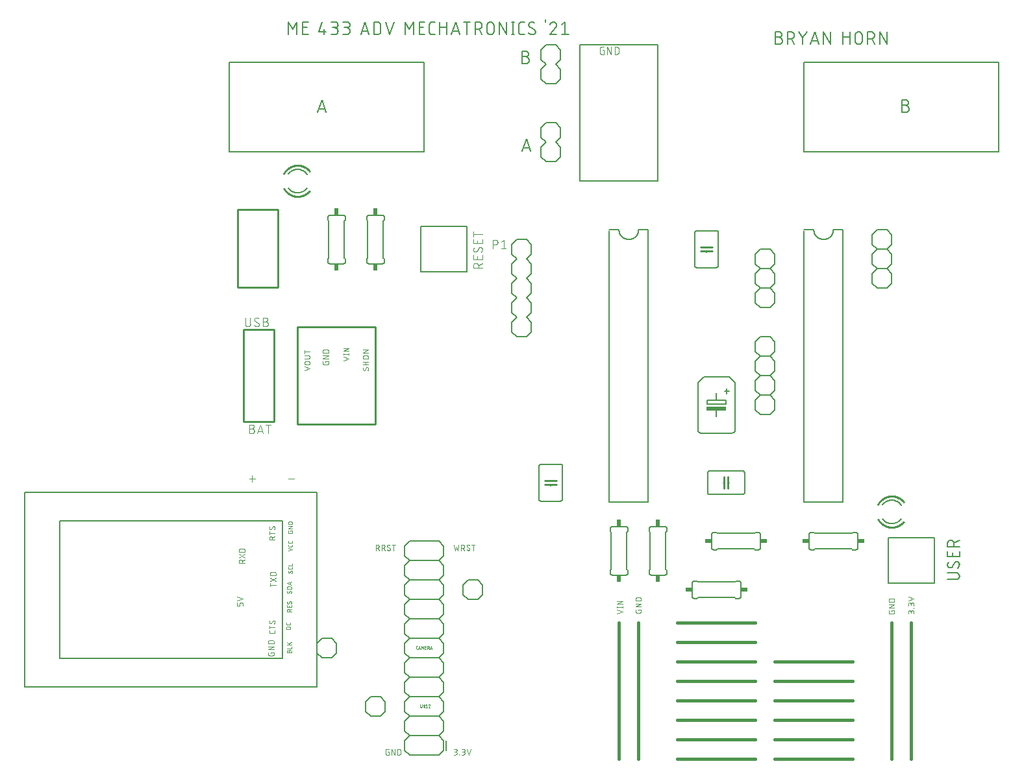
<source format=gto>
G75*
%MOIN*%
%OFA0B0*%
%FSLAX25Y25*%
%IPPOS*%
%LPD*%
%AMOC8*
5,1,8,0,0,1.08239X$1,22.5*
%
%ADD10C,0.00600*%
%ADD11C,0.01600*%
%ADD12C,0.00300*%
%ADD13C,0.00500*%
%ADD14C,0.00400*%
%ADD15C,0.01000*%
%ADD16R,0.02400X0.03400*%
%ADD17C,0.00800*%
%ADD18R,0.10000X0.02000*%
%ADD19C,0.00200*%
%ADD20R,0.03400X0.02400*%
%ADD21C,0.00100*%
D10*
X0265250Y0143300D02*
X0265250Y0160300D01*
X0265252Y0160360D01*
X0265257Y0160421D01*
X0265266Y0160480D01*
X0265279Y0160539D01*
X0265295Y0160598D01*
X0265315Y0160655D01*
X0265338Y0160710D01*
X0265365Y0160765D01*
X0265394Y0160817D01*
X0265427Y0160868D01*
X0265463Y0160917D01*
X0265501Y0160963D01*
X0265543Y0161007D01*
X0265587Y0161049D01*
X0265633Y0161087D01*
X0265682Y0161123D01*
X0265733Y0161156D01*
X0265785Y0161185D01*
X0265840Y0161212D01*
X0265895Y0161235D01*
X0265952Y0161255D01*
X0266011Y0161271D01*
X0266070Y0161284D01*
X0266129Y0161293D01*
X0266190Y0161298D01*
X0266250Y0161300D01*
X0276250Y0161300D01*
X0276310Y0161298D01*
X0276371Y0161293D01*
X0276430Y0161284D01*
X0276489Y0161271D01*
X0276548Y0161255D01*
X0276605Y0161235D01*
X0276660Y0161212D01*
X0276715Y0161185D01*
X0276767Y0161156D01*
X0276818Y0161123D01*
X0276867Y0161087D01*
X0276913Y0161049D01*
X0276957Y0161007D01*
X0276999Y0160963D01*
X0277037Y0160917D01*
X0277073Y0160868D01*
X0277106Y0160817D01*
X0277135Y0160765D01*
X0277162Y0160710D01*
X0277185Y0160655D01*
X0277205Y0160598D01*
X0277221Y0160539D01*
X0277234Y0160480D01*
X0277243Y0160421D01*
X0277248Y0160360D01*
X0277250Y0160300D01*
X0277250Y0143300D01*
X0277248Y0143240D01*
X0277243Y0143179D01*
X0277234Y0143120D01*
X0277221Y0143061D01*
X0277205Y0143002D01*
X0277185Y0142945D01*
X0277162Y0142890D01*
X0277135Y0142835D01*
X0277106Y0142783D01*
X0277073Y0142732D01*
X0277037Y0142683D01*
X0276999Y0142637D01*
X0276957Y0142593D01*
X0276913Y0142551D01*
X0276867Y0142513D01*
X0276818Y0142477D01*
X0276767Y0142444D01*
X0276715Y0142415D01*
X0276660Y0142388D01*
X0276605Y0142365D01*
X0276548Y0142345D01*
X0276489Y0142329D01*
X0276430Y0142316D01*
X0276371Y0142307D01*
X0276310Y0142302D01*
X0276250Y0142300D01*
X0266250Y0142300D01*
X0266190Y0142302D01*
X0266129Y0142307D01*
X0266070Y0142316D01*
X0266011Y0142329D01*
X0265952Y0142345D01*
X0265895Y0142365D01*
X0265840Y0142388D01*
X0265785Y0142415D01*
X0265733Y0142444D01*
X0265682Y0142477D01*
X0265633Y0142513D01*
X0265587Y0142551D01*
X0265543Y0142593D01*
X0265501Y0142637D01*
X0265463Y0142683D01*
X0265427Y0142732D01*
X0265394Y0142783D01*
X0265365Y0142835D01*
X0265338Y0142890D01*
X0265315Y0142945D01*
X0265295Y0143002D01*
X0265279Y0143061D01*
X0265266Y0143120D01*
X0265257Y0143179D01*
X0265252Y0143240D01*
X0265250Y0143300D01*
X0271250Y0150300D02*
X0271250Y0150800D01*
X0271250Y0152800D02*
X0271250Y0153300D01*
X0301250Y0141800D02*
X0301250Y0281300D01*
X0301250Y0281800D02*
X0306250Y0281800D01*
X0306252Y0281660D01*
X0306258Y0281520D01*
X0306268Y0281380D01*
X0306281Y0281240D01*
X0306299Y0281101D01*
X0306321Y0280962D01*
X0306346Y0280825D01*
X0306375Y0280687D01*
X0306408Y0280551D01*
X0306445Y0280416D01*
X0306486Y0280282D01*
X0306531Y0280149D01*
X0306579Y0280017D01*
X0306631Y0279887D01*
X0306686Y0279758D01*
X0306745Y0279631D01*
X0306808Y0279505D01*
X0306874Y0279381D01*
X0306943Y0279260D01*
X0307016Y0279140D01*
X0307093Y0279022D01*
X0307172Y0278907D01*
X0307255Y0278793D01*
X0307341Y0278683D01*
X0307430Y0278574D01*
X0307522Y0278468D01*
X0307617Y0278365D01*
X0307714Y0278264D01*
X0307815Y0278167D01*
X0307918Y0278072D01*
X0308024Y0277980D01*
X0308133Y0277891D01*
X0308243Y0277805D01*
X0308357Y0277722D01*
X0308472Y0277643D01*
X0308590Y0277566D01*
X0308710Y0277493D01*
X0308831Y0277424D01*
X0308955Y0277358D01*
X0309081Y0277295D01*
X0309208Y0277236D01*
X0309337Y0277181D01*
X0309467Y0277129D01*
X0309599Y0277081D01*
X0309732Y0277036D01*
X0309866Y0276995D01*
X0310001Y0276958D01*
X0310137Y0276925D01*
X0310275Y0276896D01*
X0310412Y0276871D01*
X0310551Y0276849D01*
X0310690Y0276831D01*
X0310830Y0276818D01*
X0310970Y0276808D01*
X0311110Y0276802D01*
X0311250Y0276800D01*
X0311390Y0276802D01*
X0311530Y0276808D01*
X0311670Y0276818D01*
X0311810Y0276831D01*
X0311949Y0276849D01*
X0312088Y0276871D01*
X0312225Y0276896D01*
X0312363Y0276925D01*
X0312499Y0276958D01*
X0312634Y0276995D01*
X0312768Y0277036D01*
X0312901Y0277081D01*
X0313033Y0277129D01*
X0313163Y0277181D01*
X0313292Y0277236D01*
X0313419Y0277295D01*
X0313545Y0277358D01*
X0313669Y0277424D01*
X0313790Y0277493D01*
X0313910Y0277566D01*
X0314028Y0277643D01*
X0314143Y0277722D01*
X0314257Y0277805D01*
X0314367Y0277891D01*
X0314476Y0277980D01*
X0314582Y0278072D01*
X0314685Y0278167D01*
X0314786Y0278264D01*
X0314883Y0278365D01*
X0314978Y0278468D01*
X0315070Y0278574D01*
X0315159Y0278683D01*
X0315245Y0278793D01*
X0315328Y0278907D01*
X0315407Y0279022D01*
X0315484Y0279140D01*
X0315557Y0279260D01*
X0315626Y0279381D01*
X0315692Y0279505D01*
X0315755Y0279631D01*
X0315814Y0279758D01*
X0315869Y0279887D01*
X0315921Y0280017D01*
X0315969Y0280149D01*
X0316014Y0280282D01*
X0316055Y0280416D01*
X0316092Y0280551D01*
X0316125Y0280687D01*
X0316154Y0280825D01*
X0316179Y0280962D01*
X0316201Y0281101D01*
X0316219Y0281240D01*
X0316232Y0281380D01*
X0316242Y0281520D01*
X0316248Y0281660D01*
X0316250Y0281800D01*
X0321250Y0281800D01*
X0321250Y0141800D01*
X0301250Y0141800D01*
X0302750Y0129300D02*
X0309750Y0129300D01*
X0309810Y0129298D01*
X0309871Y0129293D01*
X0309930Y0129284D01*
X0309989Y0129271D01*
X0310048Y0129255D01*
X0310105Y0129235D01*
X0310160Y0129212D01*
X0310215Y0129185D01*
X0310267Y0129156D01*
X0310318Y0129123D01*
X0310367Y0129087D01*
X0310413Y0129049D01*
X0310457Y0129007D01*
X0310499Y0128963D01*
X0310537Y0128917D01*
X0310573Y0128868D01*
X0310606Y0128817D01*
X0310635Y0128765D01*
X0310662Y0128710D01*
X0310685Y0128655D01*
X0310705Y0128598D01*
X0310721Y0128539D01*
X0310734Y0128480D01*
X0310743Y0128421D01*
X0310748Y0128360D01*
X0310750Y0128300D01*
X0310750Y0126800D01*
X0310250Y0126300D01*
X0310250Y0107300D01*
X0310750Y0106800D01*
X0310750Y0105300D01*
X0310748Y0105240D01*
X0310743Y0105179D01*
X0310734Y0105120D01*
X0310721Y0105061D01*
X0310705Y0105002D01*
X0310685Y0104945D01*
X0310662Y0104890D01*
X0310635Y0104835D01*
X0310606Y0104783D01*
X0310573Y0104732D01*
X0310537Y0104683D01*
X0310499Y0104637D01*
X0310457Y0104593D01*
X0310413Y0104551D01*
X0310367Y0104513D01*
X0310318Y0104477D01*
X0310267Y0104444D01*
X0310215Y0104415D01*
X0310160Y0104388D01*
X0310105Y0104365D01*
X0310048Y0104345D01*
X0309989Y0104329D01*
X0309930Y0104316D01*
X0309871Y0104307D01*
X0309810Y0104302D01*
X0309750Y0104300D01*
X0302750Y0104300D01*
X0302690Y0104302D01*
X0302629Y0104307D01*
X0302570Y0104316D01*
X0302511Y0104329D01*
X0302452Y0104345D01*
X0302395Y0104365D01*
X0302340Y0104388D01*
X0302285Y0104415D01*
X0302233Y0104444D01*
X0302182Y0104477D01*
X0302133Y0104513D01*
X0302087Y0104551D01*
X0302043Y0104593D01*
X0302001Y0104637D01*
X0301963Y0104683D01*
X0301927Y0104732D01*
X0301894Y0104783D01*
X0301865Y0104835D01*
X0301838Y0104890D01*
X0301815Y0104945D01*
X0301795Y0105002D01*
X0301779Y0105061D01*
X0301766Y0105120D01*
X0301757Y0105179D01*
X0301752Y0105240D01*
X0301750Y0105300D01*
X0301750Y0106800D01*
X0302250Y0107300D01*
X0302250Y0126300D01*
X0301750Y0126800D01*
X0301750Y0128300D01*
X0301752Y0128360D01*
X0301757Y0128421D01*
X0301766Y0128480D01*
X0301779Y0128539D01*
X0301795Y0128598D01*
X0301815Y0128655D01*
X0301838Y0128710D01*
X0301865Y0128765D01*
X0301894Y0128817D01*
X0301927Y0128868D01*
X0301963Y0128917D01*
X0302001Y0128963D01*
X0302043Y0129007D01*
X0302087Y0129049D01*
X0302133Y0129087D01*
X0302182Y0129123D01*
X0302233Y0129156D01*
X0302285Y0129185D01*
X0302340Y0129212D01*
X0302395Y0129235D01*
X0302452Y0129255D01*
X0302511Y0129271D01*
X0302570Y0129284D01*
X0302629Y0129293D01*
X0302690Y0129298D01*
X0302750Y0129300D01*
X0321750Y0128300D02*
X0321750Y0126800D01*
X0322250Y0126300D01*
X0322250Y0107300D01*
X0321750Y0106800D01*
X0321750Y0105300D01*
X0321752Y0105240D01*
X0321757Y0105179D01*
X0321766Y0105120D01*
X0321779Y0105061D01*
X0321795Y0105002D01*
X0321815Y0104945D01*
X0321838Y0104890D01*
X0321865Y0104835D01*
X0321894Y0104783D01*
X0321927Y0104732D01*
X0321963Y0104683D01*
X0322001Y0104637D01*
X0322043Y0104593D01*
X0322087Y0104551D01*
X0322133Y0104513D01*
X0322182Y0104477D01*
X0322233Y0104444D01*
X0322285Y0104415D01*
X0322340Y0104388D01*
X0322395Y0104365D01*
X0322452Y0104345D01*
X0322511Y0104329D01*
X0322570Y0104316D01*
X0322629Y0104307D01*
X0322690Y0104302D01*
X0322750Y0104300D01*
X0329750Y0104300D01*
X0329810Y0104302D01*
X0329871Y0104307D01*
X0329930Y0104316D01*
X0329989Y0104329D01*
X0330048Y0104345D01*
X0330105Y0104365D01*
X0330160Y0104388D01*
X0330215Y0104415D01*
X0330267Y0104444D01*
X0330318Y0104477D01*
X0330367Y0104513D01*
X0330413Y0104551D01*
X0330457Y0104593D01*
X0330499Y0104637D01*
X0330537Y0104683D01*
X0330573Y0104732D01*
X0330606Y0104783D01*
X0330635Y0104835D01*
X0330662Y0104890D01*
X0330685Y0104945D01*
X0330705Y0105002D01*
X0330721Y0105061D01*
X0330734Y0105120D01*
X0330743Y0105179D01*
X0330748Y0105240D01*
X0330750Y0105300D01*
X0330750Y0106800D01*
X0330250Y0107300D01*
X0330250Y0126300D01*
X0330750Y0126800D01*
X0330750Y0128300D01*
X0330748Y0128360D01*
X0330743Y0128421D01*
X0330734Y0128480D01*
X0330721Y0128539D01*
X0330705Y0128598D01*
X0330685Y0128655D01*
X0330662Y0128710D01*
X0330635Y0128765D01*
X0330606Y0128817D01*
X0330573Y0128868D01*
X0330537Y0128917D01*
X0330499Y0128963D01*
X0330457Y0129007D01*
X0330413Y0129049D01*
X0330367Y0129087D01*
X0330318Y0129123D01*
X0330267Y0129156D01*
X0330215Y0129185D01*
X0330160Y0129212D01*
X0330105Y0129235D01*
X0330048Y0129255D01*
X0329989Y0129271D01*
X0329930Y0129284D01*
X0329871Y0129293D01*
X0329810Y0129298D01*
X0329750Y0129300D01*
X0322750Y0129300D01*
X0322690Y0129298D01*
X0322629Y0129293D01*
X0322570Y0129284D01*
X0322511Y0129271D01*
X0322452Y0129255D01*
X0322395Y0129235D01*
X0322340Y0129212D01*
X0322285Y0129185D01*
X0322233Y0129156D01*
X0322182Y0129123D01*
X0322133Y0129087D01*
X0322087Y0129049D01*
X0322043Y0129007D01*
X0322001Y0128963D01*
X0321963Y0128917D01*
X0321927Y0128868D01*
X0321894Y0128817D01*
X0321865Y0128765D01*
X0321838Y0128710D01*
X0321815Y0128655D01*
X0321795Y0128598D01*
X0321779Y0128539D01*
X0321766Y0128480D01*
X0321757Y0128421D01*
X0321752Y0128360D01*
X0321750Y0128300D01*
X0351750Y0146800D02*
X0351750Y0156800D01*
X0351752Y0156860D01*
X0351757Y0156921D01*
X0351766Y0156980D01*
X0351779Y0157039D01*
X0351795Y0157098D01*
X0351815Y0157155D01*
X0351838Y0157210D01*
X0351865Y0157265D01*
X0351894Y0157317D01*
X0351927Y0157368D01*
X0351963Y0157417D01*
X0352001Y0157463D01*
X0352043Y0157507D01*
X0352087Y0157549D01*
X0352133Y0157587D01*
X0352182Y0157623D01*
X0352233Y0157656D01*
X0352285Y0157685D01*
X0352340Y0157712D01*
X0352395Y0157735D01*
X0352452Y0157755D01*
X0352511Y0157771D01*
X0352570Y0157784D01*
X0352629Y0157793D01*
X0352690Y0157798D01*
X0352750Y0157800D01*
X0369750Y0157800D01*
X0369810Y0157798D01*
X0369871Y0157793D01*
X0369930Y0157784D01*
X0369989Y0157771D01*
X0370048Y0157755D01*
X0370105Y0157735D01*
X0370160Y0157712D01*
X0370215Y0157685D01*
X0370267Y0157656D01*
X0370318Y0157623D01*
X0370367Y0157587D01*
X0370413Y0157549D01*
X0370457Y0157507D01*
X0370499Y0157463D01*
X0370537Y0157417D01*
X0370573Y0157368D01*
X0370606Y0157317D01*
X0370635Y0157265D01*
X0370662Y0157210D01*
X0370685Y0157155D01*
X0370705Y0157098D01*
X0370721Y0157039D01*
X0370734Y0156980D01*
X0370743Y0156921D01*
X0370748Y0156860D01*
X0370750Y0156800D01*
X0370750Y0146800D01*
X0370748Y0146740D01*
X0370743Y0146679D01*
X0370734Y0146620D01*
X0370721Y0146561D01*
X0370705Y0146502D01*
X0370685Y0146445D01*
X0370662Y0146390D01*
X0370635Y0146335D01*
X0370606Y0146283D01*
X0370573Y0146232D01*
X0370537Y0146183D01*
X0370499Y0146137D01*
X0370457Y0146093D01*
X0370413Y0146051D01*
X0370367Y0146013D01*
X0370318Y0145977D01*
X0370267Y0145944D01*
X0370215Y0145915D01*
X0370160Y0145888D01*
X0370105Y0145865D01*
X0370048Y0145845D01*
X0369989Y0145829D01*
X0369930Y0145816D01*
X0369871Y0145807D01*
X0369810Y0145802D01*
X0369750Y0145800D01*
X0352750Y0145800D01*
X0352690Y0145802D01*
X0352629Y0145807D01*
X0352570Y0145816D01*
X0352511Y0145829D01*
X0352452Y0145845D01*
X0352395Y0145865D01*
X0352340Y0145888D01*
X0352285Y0145915D01*
X0352233Y0145944D01*
X0352182Y0145977D01*
X0352133Y0146013D01*
X0352087Y0146051D01*
X0352043Y0146093D01*
X0352001Y0146137D01*
X0351963Y0146183D01*
X0351927Y0146232D01*
X0351894Y0146283D01*
X0351865Y0146335D01*
X0351838Y0146390D01*
X0351815Y0146445D01*
X0351795Y0146502D01*
X0351779Y0146561D01*
X0351766Y0146620D01*
X0351757Y0146679D01*
X0351752Y0146740D01*
X0351750Y0146800D01*
X0359750Y0151800D02*
X0360250Y0151800D01*
X0362250Y0151800D02*
X0362750Y0151800D01*
X0364250Y0177300D02*
X0348250Y0177300D01*
X0348174Y0177302D01*
X0348098Y0177308D01*
X0348023Y0177317D01*
X0347948Y0177331D01*
X0347874Y0177348D01*
X0347801Y0177369D01*
X0347729Y0177393D01*
X0347658Y0177422D01*
X0347589Y0177453D01*
X0347522Y0177488D01*
X0347457Y0177527D01*
X0347393Y0177569D01*
X0347332Y0177614D01*
X0347273Y0177662D01*
X0347217Y0177713D01*
X0347163Y0177767D01*
X0347112Y0177823D01*
X0347064Y0177882D01*
X0347019Y0177943D01*
X0346977Y0178007D01*
X0346938Y0178072D01*
X0346903Y0178139D01*
X0346872Y0178208D01*
X0346843Y0178279D01*
X0346819Y0178351D01*
X0346798Y0178424D01*
X0346781Y0178498D01*
X0346767Y0178573D01*
X0346758Y0178648D01*
X0346752Y0178724D01*
X0346750Y0178800D01*
X0346750Y0203300D01*
X0349750Y0206300D01*
X0362750Y0206300D01*
X0365750Y0203300D01*
X0365750Y0178800D01*
X0365748Y0178724D01*
X0365742Y0178648D01*
X0365733Y0178573D01*
X0365719Y0178498D01*
X0365702Y0178424D01*
X0365681Y0178351D01*
X0365657Y0178279D01*
X0365628Y0178208D01*
X0365597Y0178139D01*
X0365562Y0178072D01*
X0365523Y0178007D01*
X0365481Y0177943D01*
X0365436Y0177882D01*
X0365388Y0177823D01*
X0365337Y0177767D01*
X0365283Y0177713D01*
X0365227Y0177662D01*
X0365168Y0177614D01*
X0365107Y0177569D01*
X0365043Y0177527D01*
X0364978Y0177488D01*
X0364911Y0177453D01*
X0364842Y0177422D01*
X0364771Y0177393D01*
X0364699Y0177369D01*
X0364626Y0177348D01*
X0364552Y0177331D01*
X0364477Y0177317D01*
X0364402Y0177308D01*
X0364326Y0177302D01*
X0364250Y0177300D01*
X0356250Y0185800D02*
X0356250Y0189300D01*
X0356250Y0194300D02*
X0351450Y0194300D01*
X0351450Y0192300D01*
X0361050Y0192300D01*
X0361050Y0194300D01*
X0356250Y0194300D01*
X0356250Y0197800D01*
X0360350Y0198800D02*
X0362850Y0198800D01*
X0361650Y0197500D02*
X0361650Y0200100D01*
X0356250Y0262300D02*
X0346250Y0262300D01*
X0346190Y0262302D01*
X0346129Y0262307D01*
X0346070Y0262316D01*
X0346011Y0262329D01*
X0345952Y0262345D01*
X0345895Y0262365D01*
X0345840Y0262388D01*
X0345785Y0262415D01*
X0345733Y0262444D01*
X0345682Y0262477D01*
X0345633Y0262513D01*
X0345587Y0262551D01*
X0345543Y0262593D01*
X0345501Y0262637D01*
X0345463Y0262683D01*
X0345427Y0262732D01*
X0345394Y0262783D01*
X0345365Y0262835D01*
X0345338Y0262890D01*
X0345315Y0262945D01*
X0345295Y0263002D01*
X0345279Y0263061D01*
X0345266Y0263120D01*
X0345257Y0263179D01*
X0345252Y0263240D01*
X0345250Y0263300D01*
X0345250Y0280300D01*
X0345252Y0280360D01*
X0345257Y0280421D01*
X0345266Y0280480D01*
X0345279Y0280539D01*
X0345295Y0280598D01*
X0345315Y0280655D01*
X0345338Y0280710D01*
X0345365Y0280765D01*
X0345394Y0280817D01*
X0345427Y0280868D01*
X0345463Y0280917D01*
X0345501Y0280963D01*
X0345543Y0281007D01*
X0345587Y0281049D01*
X0345633Y0281087D01*
X0345682Y0281123D01*
X0345733Y0281156D01*
X0345785Y0281185D01*
X0345840Y0281212D01*
X0345895Y0281235D01*
X0345952Y0281255D01*
X0346011Y0281271D01*
X0346070Y0281284D01*
X0346129Y0281293D01*
X0346190Y0281298D01*
X0346250Y0281300D01*
X0356250Y0281300D01*
X0356310Y0281298D01*
X0356371Y0281293D01*
X0356430Y0281284D01*
X0356489Y0281271D01*
X0356548Y0281255D01*
X0356605Y0281235D01*
X0356660Y0281212D01*
X0356715Y0281185D01*
X0356767Y0281156D01*
X0356818Y0281123D01*
X0356867Y0281087D01*
X0356913Y0281049D01*
X0356957Y0281007D01*
X0356999Y0280963D01*
X0357037Y0280917D01*
X0357073Y0280868D01*
X0357106Y0280817D01*
X0357135Y0280765D01*
X0357162Y0280710D01*
X0357185Y0280655D01*
X0357205Y0280598D01*
X0357221Y0280539D01*
X0357234Y0280480D01*
X0357243Y0280421D01*
X0357248Y0280360D01*
X0357250Y0280300D01*
X0357250Y0263300D01*
X0357248Y0263240D01*
X0357243Y0263179D01*
X0357234Y0263120D01*
X0357221Y0263061D01*
X0357205Y0263002D01*
X0357185Y0262945D01*
X0357162Y0262890D01*
X0357135Y0262835D01*
X0357106Y0262783D01*
X0357073Y0262732D01*
X0357037Y0262683D01*
X0356999Y0262637D01*
X0356957Y0262593D01*
X0356913Y0262551D01*
X0356867Y0262513D01*
X0356818Y0262477D01*
X0356767Y0262444D01*
X0356715Y0262415D01*
X0356660Y0262388D01*
X0356605Y0262365D01*
X0356548Y0262345D01*
X0356489Y0262329D01*
X0356430Y0262316D01*
X0356371Y0262307D01*
X0356310Y0262302D01*
X0356250Y0262300D01*
X0351250Y0270300D02*
X0351250Y0270800D01*
X0351250Y0272800D02*
X0351250Y0273300D01*
X0401250Y0281300D02*
X0401250Y0141800D01*
X0421250Y0141800D01*
X0421250Y0281800D01*
X0416250Y0281800D01*
X0416248Y0281660D01*
X0416242Y0281520D01*
X0416232Y0281380D01*
X0416219Y0281240D01*
X0416201Y0281101D01*
X0416179Y0280962D01*
X0416154Y0280825D01*
X0416125Y0280687D01*
X0416092Y0280551D01*
X0416055Y0280416D01*
X0416014Y0280282D01*
X0415969Y0280149D01*
X0415921Y0280017D01*
X0415869Y0279887D01*
X0415814Y0279758D01*
X0415755Y0279631D01*
X0415692Y0279505D01*
X0415626Y0279381D01*
X0415557Y0279260D01*
X0415484Y0279140D01*
X0415407Y0279022D01*
X0415328Y0278907D01*
X0415245Y0278793D01*
X0415159Y0278683D01*
X0415070Y0278574D01*
X0414978Y0278468D01*
X0414883Y0278365D01*
X0414786Y0278264D01*
X0414685Y0278167D01*
X0414582Y0278072D01*
X0414476Y0277980D01*
X0414367Y0277891D01*
X0414257Y0277805D01*
X0414143Y0277722D01*
X0414028Y0277643D01*
X0413910Y0277566D01*
X0413790Y0277493D01*
X0413669Y0277424D01*
X0413545Y0277358D01*
X0413419Y0277295D01*
X0413292Y0277236D01*
X0413163Y0277181D01*
X0413033Y0277129D01*
X0412901Y0277081D01*
X0412768Y0277036D01*
X0412634Y0276995D01*
X0412499Y0276958D01*
X0412363Y0276925D01*
X0412225Y0276896D01*
X0412088Y0276871D01*
X0411949Y0276849D01*
X0411810Y0276831D01*
X0411670Y0276818D01*
X0411530Y0276808D01*
X0411390Y0276802D01*
X0411250Y0276800D01*
X0411110Y0276802D01*
X0410970Y0276808D01*
X0410830Y0276818D01*
X0410690Y0276831D01*
X0410551Y0276849D01*
X0410412Y0276871D01*
X0410275Y0276896D01*
X0410137Y0276925D01*
X0410001Y0276958D01*
X0409866Y0276995D01*
X0409732Y0277036D01*
X0409599Y0277081D01*
X0409467Y0277129D01*
X0409337Y0277181D01*
X0409208Y0277236D01*
X0409081Y0277295D01*
X0408955Y0277358D01*
X0408831Y0277424D01*
X0408710Y0277493D01*
X0408590Y0277566D01*
X0408472Y0277643D01*
X0408357Y0277722D01*
X0408243Y0277805D01*
X0408133Y0277891D01*
X0408024Y0277980D01*
X0407918Y0278072D01*
X0407815Y0278167D01*
X0407714Y0278264D01*
X0407617Y0278365D01*
X0407522Y0278468D01*
X0407430Y0278574D01*
X0407341Y0278683D01*
X0407255Y0278793D01*
X0407172Y0278907D01*
X0407093Y0279022D01*
X0407016Y0279140D01*
X0406943Y0279260D01*
X0406874Y0279381D01*
X0406808Y0279505D01*
X0406745Y0279631D01*
X0406686Y0279758D01*
X0406631Y0279887D01*
X0406579Y0280017D01*
X0406531Y0280149D01*
X0406486Y0280282D01*
X0406445Y0280416D01*
X0406408Y0280551D01*
X0406375Y0280687D01*
X0406346Y0280825D01*
X0406321Y0280962D01*
X0406299Y0281101D01*
X0406281Y0281240D01*
X0406268Y0281380D01*
X0406258Y0281520D01*
X0406252Y0281660D01*
X0406250Y0281800D01*
X0401250Y0281800D01*
X0401250Y0321800D02*
X0501250Y0321800D01*
X0501250Y0367800D01*
X0401250Y0367800D01*
X0401250Y0321800D01*
X0451550Y0342100D02*
X0451550Y0348500D01*
X0453328Y0348500D01*
X0453402Y0348498D01*
X0453477Y0348492D01*
X0453550Y0348482D01*
X0453624Y0348469D01*
X0453696Y0348452D01*
X0453767Y0348430D01*
X0453838Y0348406D01*
X0453906Y0348377D01*
X0453974Y0348345D01*
X0454039Y0348309D01*
X0454102Y0348271D01*
X0454164Y0348228D01*
X0454223Y0348183D01*
X0454280Y0348135D01*
X0454334Y0348084D01*
X0454385Y0348030D01*
X0454433Y0347973D01*
X0454478Y0347914D01*
X0454521Y0347852D01*
X0454559Y0347789D01*
X0454595Y0347724D01*
X0454627Y0347656D01*
X0454656Y0347588D01*
X0454680Y0347517D01*
X0454702Y0347446D01*
X0454719Y0347374D01*
X0454732Y0347300D01*
X0454742Y0347227D01*
X0454748Y0347152D01*
X0454750Y0347078D01*
X0454748Y0347004D01*
X0454742Y0346929D01*
X0454732Y0346856D01*
X0454719Y0346782D01*
X0454702Y0346710D01*
X0454680Y0346639D01*
X0454656Y0346568D01*
X0454627Y0346500D01*
X0454595Y0346432D01*
X0454559Y0346367D01*
X0454521Y0346304D01*
X0454478Y0346242D01*
X0454433Y0346183D01*
X0454385Y0346126D01*
X0454334Y0346072D01*
X0454280Y0346021D01*
X0454223Y0345973D01*
X0454164Y0345928D01*
X0454102Y0345885D01*
X0454039Y0345847D01*
X0453974Y0345811D01*
X0453906Y0345779D01*
X0453838Y0345750D01*
X0453767Y0345726D01*
X0453696Y0345704D01*
X0453624Y0345687D01*
X0453550Y0345674D01*
X0453477Y0345664D01*
X0453402Y0345658D01*
X0453328Y0345656D01*
X0451550Y0345656D01*
X0453328Y0345656D02*
X0453411Y0345654D01*
X0453494Y0345648D01*
X0453577Y0345638D01*
X0453660Y0345625D01*
X0453741Y0345607D01*
X0453822Y0345586D01*
X0453901Y0345561D01*
X0453979Y0345532D01*
X0454056Y0345500D01*
X0454131Y0345464D01*
X0454205Y0345425D01*
X0454276Y0345382D01*
X0454346Y0345336D01*
X0454413Y0345286D01*
X0454478Y0345234D01*
X0454540Y0345179D01*
X0454600Y0345120D01*
X0454657Y0345059D01*
X0454711Y0344996D01*
X0454762Y0344930D01*
X0454809Y0344861D01*
X0454854Y0344791D01*
X0454895Y0344718D01*
X0454932Y0344644D01*
X0454967Y0344568D01*
X0454997Y0344490D01*
X0455024Y0344412D01*
X0455047Y0344331D01*
X0455067Y0344250D01*
X0455082Y0344168D01*
X0455094Y0344086D01*
X0455102Y0344003D01*
X0455106Y0343920D01*
X0455106Y0343836D01*
X0455102Y0343753D01*
X0455094Y0343670D01*
X0455082Y0343588D01*
X0455067Y0343506D01*
X0455047Y0343425D01*
X0455024Y0343344D01*
X0454997Y0343266D01*
X0454967Y0343188D01*
X0454932Y0343112D01*
X0454895Y0343038D01*
X0454854Y0342965D01*
X0454809Y0342895D01*
X0454762Y0342826D01*
X0454711Y0342760D01*
X0454657Y0342697D01*
X0454600Y0342636D01*
X0454540Y0342577D01*
X0454478Y0342522D01*
X0454413Y0342470D01*
X0454346Y0342420D01*
X0454276Y0342374D01*
X0454205Y0342331D01*
X0454131Y0342292D01*
X0454056Y0342256D01*
X0453979Y0342224D01*
X0453901Y0342195D01*
X0453822Y0342170D01*
X0453741Y0342149D01*
X0453660Y0342131D01*
X0453577Y0342118D01*
X0453494Y0342108D01*
X0453411Y0342102D01*
X0453328Y0342100D01*
X0451550Y0342100D01*
X0443768Y0377100D02*
X0443768Y0383500D01*
X0440212Y0383500D02*
X0443768Y0377100D01*
X0440212Y0377100D02*
X0440212Y0383500D01*
X0435667Y0383500D02*
X0433889Y0383500D01*
X0433889Y0377100D01*
X0433889Y0379944D02*
X0435667Y0379944D01*
X0436022Y0379944D02*
X0437445Y0377100D01*
X0435667Y0379944D02*
X0435750Y0379946D01*
X0435833Y0379952D01*
X0435916Y0379962D01*
X0435999Y0379975D01*
X0436080Y0379993D01*
X0436161Y0380014D01*
X0436240Y0380039D01*
X0436318Y0380068D01*
X0436395Y0380100D01*
X0436470Y0380136D01*
X0436544Y0380175D01*
X0436615Y0380218D01*
X0436685Y0380264D01*
X0436752Y0380314D01*
X0436817Y0380366D01*
X0436879Y0380421D01*
X0436939Y0380480D01*
X0436996Y0380541D01*
X0437050Y0380604D01*
X0437101Y0380670D01*
X0437148Y0380739D01*
X0437193Y0380809D01*
X0437234Y0380882D01*
X0437271Y0380956D01*
X0437306Y0381032D01*
X0437336Y0381110D01*
X0437363Y0381188D01*
X0437386Y0381269D01*
X0437406Y0381350D01*
X0437421Y0381432D01*
X0437433Y0381514D01*
X0437441Y0381597D01*
X0437445Y0381680D01*
X0437445Y0381764D01*
X0437441Y0381847D01*
X0437433Y0381930D01*
X0437421Y0382012D01*
X0437406Y0382094D01*
X0437386Y0382175D01*
X0437363Y0382256D01*
X0437336Y0382334D01*
X0437306Y0382412D01*
X0437271Y0382488D01*
X0437234Y0382562D01*
X0437193Y0382635D01*
X0437148Y0382705D01*
X0437101Y0382774D01*
X0437050Y0382840D01*
X0436996Y0382903D01*
X0436939Y0382964D01*
X0436879Y0383023D01*
X0436817Y0383078D01*
X0436752Y0383130D01*
X0436685Y0383180D01*
X0436615Y0383226D01*
X0436544Y0383269D01*
X0436470Y0383308D01*
X0436395Y0383344D01*
X0436318Y0383376D01*
X0436240Y0383405D01*
X0436161Y0383430D01*
X0436080Y0383451D01*
X0435999Y0383469D01*
X0435916Y0383482D01*
X0435833Y0383492D01*
X0435750Y0383498D01*
X0435667Y0383500D01*
X0431049Y0381722D02*
X0431049Y0378878D01*
X0431050Y0378878D02*
X0431048Y0378795D01*
X0431042Y0378712D01*
X0431032Y0378629D01*
X0431019Y0378546D01*
X0431001Y0378465D01*
X0430980Y0378384D01*
X0430955Y0378305D01*
X0430926Y0378227D01*
X0430894Y0378150D01*
X0430858Y0378075D01*
X0430819Y0378001D01*
X0430776Y0377930D01*
X0430730Y0377860D01*
X0430680Y0377793D01*
X0430628Y0377728D01*
X0430573Y0377666D01*
X0430514Y0377606D01*
X0430453Y0377549D01*
X0430390Y0377495D01*
X0430324Y0377444D01*
X0430255Y0377397D01*
X0430185Y0377352D01*
X0430112Y0377311D01*
X0430038Y0377274D01*
X0429962Y0377239D01*
X0429884Y0377209D01*
X0429806Y0377182D01*
X0429725Y0377159D01*
X0429644Y0377139D01*
X0429562Y0377124D01*
X0429480Y0377112D01*
X0429397Y0377104D01*
X0429314Y0377100D01*
X0429230Y0377100D01*
X0429147Y0377104D01*
X0429064Y0377112D01*
X0428982Y0377124D01*
X0428900Y0377139D01*
X0428819Y0377159D01*
X0428738Y0377182D01*
X0428660Y0377209D01*
X0428582Y0377239D01*
X0428506Y0377274D01*
X0428432Y0377311D01*
X0428359Y0377352D01*
X0428289Y0377397D01*
X0428220Y0377444D01*
X0428154Y0377495D01*
X0428091Y0377549D01*
X0428030Y0377606D01*
X0427971Y0377666D01*
X0427916Y0377728D01*
X0427864Y0377793D01*
X0427814Y0377860D01*
X0427768Y0377930D01*
X0427725Y0378001D01*
X0427686Y0378075D01*
X0427650Y0378150D01*
X0427618Y0378227D01*
X0427589Y0378305D01*
X0427564Y0378384D01*
X0427543Y0378465D01*
X0427525Y0378546D01*
X0427512Y0378629D01*
X0427502Y0378712D01*
X0427496Y0378795D01*
X0427494Y0378878D01*
X0427494Y0381722D01*
X0427496Y0381805D01*
X0427502Y0381888D01*
X0427512Y0381971D01*
X0427525Y0382054D01*
X0427543Y0382135D01*
X0427564Y0382216D01*
X0427589Y0382295D01*
X0427618Y0382373D01*
X0427650Y0382450D01*
X0427686Y0382525D01*
X0427725Y0382599D01*
X0427768Y0382670D01*
X0427814Y0382740D01*
X0427864Y0382807D01*
X0427916Y0382872D01*
X0427971Y0382934D01*
X0428030Y0382994D01*
X0428091Y0383051D01*
X0428154Y0383105D01*
X0428220Y0383156D01*
X0428289Y0383203D01*
X0428359Y0383248D01*
X0428432Y0383289D01*
X0428506Y0383326D01*
X0428582Y0383361D01*
X0428660Y0383391D01*
X0428738Y0383418D01*
X0428819Y0383441D01*
X0428900Y0383461D01*
X0428982Y0383476D01*
X0429064Y0383488D01*
X0429147Y0383496D01*
X0429230Y0383500D01*
X0429314Y0383500D01*
X0429397Y0383496D01*
X0429480Y0383488D01*
X0429562Y0383476D01*
X0429644Y0383461D01*
X0429725Y0383441D01*
X0429806Y0383418D01*
X0429884Y0383391D01*
X0429962Y0383361D01*
X0430038Y0383326D01*
X0430112Y0383289D01*
X0430185Y0383248D01*
X0430255Y0383203D01*
X0430324Y0383156D01*
X0430390Y0383105D01*
X0430453Y0383051D01*
X0430514Y0382994D01*
X0430573Y0382934D01*
X0430628Y0382872D01*
X0430680Y0382807D01*
X0430730Y0382740D01*
X0430776Y0382670D01*
X0430819Y0382599D01*
X0430858Y0382525D01*
X0430894Y0382450D01*
X0430926Y0382373D01*
X0430955Y0382295D01*
X0430980Y0382216D01*
X0431001Y0382135D01*
X0431019Y0382054D01*
X0431032Y0381971D01*
X0431042Y0381888D01*
X0431048Y0381805D01*
X0431050Y0381722D01*
X0424690Y0380656D02*
X0421135Y0380656D01*
X0421135Y0383500D02*
X0421135Y0377100D01*
X0424690Y0377100D02*
X0424690Y0383500D01*
X0414844Y0383500D02*
X0414844Y0377100D01*
X0411288Y0383500D01*
X0411288Y0377100D01*
X0408840Y0377100D02*
X0406707Y0383500D01*
X0404573Y0377100D01*
X0405107Y0378700D02*
X0408307Y0378700D01*
X0402686Y0383500D02*
X0400553Y0380478D01*
X0400553Y0377100D01*
X0400553Y0380478D02*
X0398419Y0383500D01*
X0394435Y0383500D02*
X0392657Y0383500D01*
X0392657Y0377100D01*
X0392657Y0379944D02*
X0394435Y0379944D01*
X0394790Y0379944D02*
X0396213Y0377100D01*
X0394435Y0379944D02*
X0394518Y0379946D01*
X0394601Y0379952D01*
X0394684Y0379962D01*
X0394767Y0379975D01*
X0394848Y0379993D01*
X0394929Y0380014D01*
X0395008Y0380039D01*
X0395086Y0380068D01*
X0395163Y0380100D01*
X0395238Y0380136D01*
X0395312Y0380175D01*
X0395383Y0380218D01*
X0395453Y0380264D01*
X0395520Y0380314D01*
X0395585Y0380366D01*
X0395647Y0380421D01*
X0395707Y0380480D01*
X0395764Y0380541D01*
X0395818Y0380604D01*
X0395869Y0380670D01*
X0395916Y0380739D01*
X0395961Y0380809D01*
X0396002Y0380882D01*
X0396039Y0380956D01*
X0396074Y0381032D01*
X0396104Y0381110D01*
X0396131Y0381188D01*
X0396154Y0381269D01*
X0396174Y0381350D01*
X0396189Y0381432D01*
X0396201Y0381514D01*
X0396209Y0381597D01*
X0396213Y0381680D01*
X0396213Y0381764D01*
X0396209Y0381847D01*
X0396201Y0381930D01*
X0396189Y0382012D01*
X0396174Y0382094D01*
X0396154Y0382175D01*
X0396131Y0382256D01*
X0396104Y0382334D01*
X0396074Y0382412D01*
X0396039Y0382488D01*
X0396002Y0382562D01*
X0395961Y0382635D01*
X0395916Y0382705D01*
X0395869Y0382774D01*
X0395818Y0382840D01*
X0395764Y0382903D01*
X0395707Y0382964D01*
X0395647Y0383023D01*
X0395585Y0383078D01*
X0395520Y0383130D01*
X0395453Y0383180D01*
X0395383Y0383226D01*
X0395312Y0383269D01*
X0395238Y0383308D01*
X0395163Y0383344D01*
X0395086Y0383376D01*
X0395008Y0383405D01*
X0394929Y0383430D01*
X0394848Y0383451D01*
X0394767Y0383469D01*
X0394684Y0383482D01*
X0394601Y0383492D01*
X0394518Y0383498D01*
X0394435Y0383500D01*
X0388328Y0383500D02*
X0386550Y0383500D01*
X0386550Y0377100D01*
X0388328Y0377100D01*
X0388411Y0377102D01*
X0388494Y0377108D01*
X0388577Y0377118D01*
X0388660Y0377131D01*
X0388741Y0377149D01*
X0388822Y0377170D01*
X0388901Y0377195D01*
X0388979Y0377224D01*
X0389056Y0377256D01*
X0389131Y0377292D01*
X0389205Y0377331D01*
X0389276Y0377374D01*
X0389346Y0377420D01*
X0389413Y0377470D01*
X0389478Y0377522D01*
X0389540Y0377577D01*
X0389600Y0377636D01*
X0389657Y0377697D01*
X0389711Y0377760D01*
X0389762Y0377826D01*
X0389809Y0377895D01*
X0389854Y0377965D01*
X0389895Y0378038D01*
X0389932Y0378112D01*
X0389967Y0378188D01*
X0389997Y0378266D01*
X0390024Y0378344D01*
X0390047Y0378425D01*
X0390067Y0378506D01*
X0390082Y0378588D01*
X0390094Y0378670D01*
X0390102Y0378753D01*
X0390106Y0378836D01*
X0390106Y0378920D01*
X0390102Y0379003D01*
X0390094Y0379086D01*
X0390082Y0379168D01*
X0390067Y0379250D01*
X0390047Y0379331D01*
X0390024Y0379412D01*
X0389997Y0379490D01*
X0389967Y0379568D01*
X0389932Y0379644D01*
X0389895Y0379718D01*
X0389854Y0379791D01*
X0389809Y0379861D01*
X0389762Y0379930D01*
X0389711Y0379996D01*
X0389657Y0380059D01*
X0389600Y0380120D01*
X0389540Y0380179D01*
X0389478Y0380234D01*
X0389413Y0380286D01*
X0389346Y0380336D01*
X0389276Y0380382D01*
X0389205Y0380425D01*
X0389131Y0380464D01*
X0389056Y0380500D01*
X0388979Y0380532D01*
X0388901Y0380561D01*
X0388822Y0380586D01*
X0388741Y0380607D01*
X0388660Y0380625D01*
X0388577Y0380638D01*
X0388494Y0380648D01*
X0388411Y0380654D01*
X0388328Y0380656D01*
X0386550Y0380656D01*
X0388328Y0380656D02*
X0388402Y0380658D01*
X0388477Y0380664D01*
X0388550Y0380674D01*
X0388624Y0380687D01*
X0388696Y0380704D01*
X0388767Y0380726D01*
X0388838Y0380750D01*
X0388906Y0380779D01*
X0388974Y0380811D01*
X0389039Y0380847D01*
X0389102Y0380885D01*
X0389164Y0380928D01*
X0389223Y0380973D01*
X0389280Y0381021D01*
X0389334Y0381072D01*
X0389385Y0381126D01*
X0389433Y0381183D01*
X0389478Y0381242D01*
X0389521Y0381304D01*
X0389559Y0381367D01*
X0389595Y0381432D01*
X0389627Y0381500D01*
X0389656Y0381568D01*
X0389680Y0381639D01*
X0389702Y0381710D01*
X0389719Y0381782D01*
X0389732Y0381856D01*
X0389742Y0381929D01*
X0389748Y0382004D01*
X0389750Y0382078D01*
X0389748Y0382152D01*
X0389742Y0382227D01*
X0389732Y0382300D01*
X0389719Y0382374D01*
X0389702Y0382446D01*
X0389680Y0382517D01*
X0389656Y0382588D01*
X0389627Y0382656D01*
X0389595Y0382724D01*
X0389559Y0382789D01*
X0389521Y0382852D01*
X0389478Y0382914D01*
X0389433Y0382973D01*
X0389385Y0383030D01*
X0389334Y0383084D01*
X0389280Y0383135D01*
X0389223Y0383183D01*
X0389164Y0383228D01*
X0389102Y0383271D01*
X0389039Y0383309D01*
X0388974Y0383345D01*
X0388906Y0383377D01*
X0388838Y0383406D01*
X0388767Y0383430D01*
X0388696Y0383452D01*
X0388624Y0383469D01*
X0388550Y0383482D01*
X0388477Y0383492D01*
X0388402Y0383498D01*
X0388328Y0383500D01*
X0280363Y0382100D02*
X0276807Y0382100D01*
X0278585Y0382100D02*
X0278585Y0388500D01*
X0276807Y0387078D01*
X0273675Y0385656D02*
X0270653Y0382100D01*
X0274209Y0382100D01*
X0270653Y0387077D02*
X0270682Y0387162D01*
X0270715Y0387245D01*
X0270752Y0387326D01*
X0270792Y0387406D01*
X0270835Y0387483D01*
X0270882Y0387559D01*
X0270932Y0387633D01*
X0270985Y0387705D01*
X0271041Y0387774D01*
X0271100Y0387841D01*
X0271162Y0387905D01*
X0271227Y0387966D01*
X0271294Y0388025D01*
X0271364Y0388080D01*
X0271436Y0388133D01*
X0271510Y0388182D01*
X0271587Y0388228D01*
X0271665Y0388270D01*
X0271745Y0388310D01*
X0271827Y0388345D01*
X0271910Y0388378D01*
X0271994Y0388406D01*
X0272080Y0388431D01*
X0272167Y0388452D01*
X0272254Y0388469D01*
X0272342Y0388483D01*
X0272431Y0388492D01*
X0272520Y0388498D01*
X0272609Y0388500D01*
X0272688Y0388498D01*
X0272766Y0388492D01*
X0272844Y0388483D01*
X0272921Y0388469D01*
X0272998Y0388452D01*
X0273073Y0388431D01*
X0273148Y0388406D01*
X0273221Y0388378D01*
X0273293Y0388346D01*
X0273363Y0388311D01*
X0273432Y0388272D01*
X0273498Y0388230D01*
X0273562Y0388185D01*
X0273624Y0388137D01*
X0273683Y0388086D01*
X0273740Y0388031D01*
X0273795Y0387974D01*
X0273846Y0387915D01*
X0273894Y0387853D01*
X0273939Y0387789D01*
X0273981Y0387723D01*
X0274020Y0387654D01*
X0274055Y0387584D01*
X0274087Y0387512D01*
X0274115Y0387439D01*
X0274140Y0387364D01*
X0274161Y0387289D01*
X0274178Y0387212D01*
X0274192Y0387135D01*
X0274201Y0387057D01*
X0274207Y0386979D01*
X0274209Y0386900D01*
X0274207Y0386818D01*
X0274201Y0386736D01*
X0274191Y0386655D01*
X0274178Y0386574D01*
X0274160Y0386494D01*
X0274139Y0386415D01*
X0274114Y0386337D01*
X0274086Y0386261D01*
X0274053Y0386185D01*
X0274018Y0386112D01*
X0273978Y0386040D01*
X0273936Y0385970D01*
X0273890Y0385902D01*
X0273841Y0385837D01*
X0273789Y0385774D01*
X0273733Y0385713D01*
X0273676Y0385655D01*
X0268533Y0388500D02*
X0268533Y0389922D01*
X0262625Y0384767D02*
X0260670Y0385833D01*
X0261381Y0388500D02*
X0261482Y0388498D01*
X0261583Y0388492D01*
X0261683Y0388483D01*
X0261783Y0388469D01*
X0261883Y0388452D01*
X0261982Y0388432D01*
X0262079Y0388407D01*
X0262176Y0388379D01*
X0262272Y0388347D01*
X0262367Y0388311D01*
X0262460Y0388272D01*
X0262551Y0388230D01*
X0262641Y0388184D01*
X0262729Y0388134D01*
X0262815Y0388082D01*
X0262899Y0388026D01*
X0262981Y0387967D01*
X0260670Y0385834D02*
X0260606Y0385874D01*
X0260545Y0385917D01*
X0260486Y0385963D01*
X0260429Y0386012D01*
X0260375Y0386064D01*
X0260324Y0386118D01*
X0260276Y0386176D01*
X0260230Y0386235D01*
X0260188Y0386297D01*
X0260149Y0386362D01*
X0260114Y0386428D01*
X0260082Y0386495D01*
X0260053Y0386565D01*
X0260028Y0386635D01*
X0260007Y0386707D01*
X0259990Y0386780D01*
X0259976Y0386854D01*
X0259967Y0386928D01*
X0259961Y0387003D01*
X0259959Y0387078D01*
X0259961Y0387152D01*
X0259967Y0387227D01*
X0259977Y0387300D01*
X0259990Y0387374D01*
X0260007Y0387446D01*
X0260029Y0387517D01*
X0260053Y0387588D01*
X0260082Y0387656D01*
X0260114Y0387724D01*
X0260150Y0387789D01*
X0260188Y0387852D01*
X0260231Y0387914D01*
X0260276Y0387973D01*
X0260324Y0388030D01*
X0260375Y0388084D01*
X0260430Y0388135D01*
X0260486Y0388183D01*
X0260545Y0388228D01*
X0260607Y0388271D01*
X0260670Y0388309D01*
X0260735Y0388345D01*
X0260803Y0388377D01*
X0260871Y0388406D01*
X0260942Y0388430D01*
X0261013Y0388452D01*
X0261085Y0388469D01*
X0261159Y0388482D01*
X0261232Y0388492D01*
X0261307Y0388498D01*
X0261381Y0388500D01*
X0259781Y0382989D02*
X0259858Y0382914D01*
X0259938Y0382841D01*
X0260021Y0382772D01*
X0260106Y0382705D01*
X0260193Y0382642D01*
X0260282Y0382582D01*
X0260374Y0382525D01*
X0260467Y0382471D01*
X0260563Y0382421D01*
X0260660Y0382374D01*
X0260759Y0382331D01*
X0260859Y0382291D01*
X0260960Y0382255D01*
X0261063Y0382223D01*
X0261167Y0382194D01*
X0261272Y0382169D01*
X0261378Y0382148D01*
X0261484Y0382131D01*
X0261591Y0382117D01*
X0261699Y0382108D01*
X0261806Y0382102D01*
X0261914Y0382100D01*
X0261988Y0382102D01*
X0262063Y0382108D01*
X0262136Y0382118D01*
X0262210Y0382131D01*
X0262282Y0382148D01*
X0262353Y0382170D01*
X0262424Y0382194D01*
X0262492Y0382223D01*
X0262560Y0382255D01*
X0262625Y0382291D01*
X0262688Y0382329D01*
X0262750Y0382372D01*
X0262809Y0382417D01*
X0262866Y0382465D01*
X0262920Y0382516D01*
X0262971Y0382570D01*
X0263019Y0382627D01*
X0263064Y0382686D01*
X0263107Y0382748D01*
X0263145Y0382811D01*
X0263181Y0382876D01*
X0263213Y0382944D01*
X0263242Y0383012D01*
X0263266Y0383083D01*
X0263288Y0383154D01*
X0263305Y0383226D01*
X0263318Y0383300D01*
X0263328Y0383373D01*
X0263334Y0383448D01*
X0263336Y0383522D01*
X0263334Y0383597D01*
X0263328Y0383672D01*
X0263319Y0383746D01*
X0263305Y0383820D01*
X0263288Y0383893D01*
X0263267Y0383965D01*
X0263242Y0384035D01*
X0263213Y0384105D01*
X0263181Y0384172D01*
X0263146Y0384238D01*
X0263107Y0384303D01*
X0263065Y0384365D01*
X0263019Y0384424D01*
X0262971Y0384482D01*
X0262920Y0384536D01*
X0262866Y0384588D01*
X0262809Y0384637D01*
X0262750Y0384683D01*
X0262689Y0384726D01*
X0262625Y0384766D01*
X0257687Y0382100D02*
X0256264Y0382100D01*
X0256190Y0382102D01*
X0256115Y0382108D01*
X0256042Y0382118D01*
X0255968Y0382131D01*
X0255896Y0382148D01*
X0255825Y0382170D01*
X0255754Y0382194D01*
X0255686Y0382223D01*
X0255618Y0382255D01*
X0255553Y0382291D01*
X0255490Y0382329D01*
X0255428Y0382372D01*
X0255369Y0382417D01*
X0255312Y0382465D01*
X0255258Y0382516D01*
X0255207Y0382570D01*
X0255159Y0382627D01*
X0255114Y0382686D01*
X0255071Y0382748D01*
X0255033Y0382811D01*
X0254997Y0382876D01*
X0254965Y0382944D01*
X0254936Y0383012D01*
X0254912Y0383083D01*
X0254890Y0383154D01*
X0254873Y0383226D01*
X0254860Y0383300D01*
X0254850Y0383373D01*
X0254844Y0383448D01*
X0254842Y0383522D01*
X0254842Y0387078D01*
X0254844Y0387152D01*
X0254850Y0387227D01*
X0254860Y0387300D01*
X0254873Y0387374D01*
X0254890Y0387446D01*
X0254912Y0387517D01*
X0254936Y0387588D01*
X0254965Y0387656D01*
X0254997Y0387724D01*
X0255033Y0387789D01*
X0255071Y0387852D01*
X0255114Y0387914D01*
X0255159Y0387973D01*
X0255207Y0388029D01*
X0255258Y0388084D01*
X0255312Y0388135D01*
X0255369Y0388183D01*
X0255428Y0388228D01*
X0255490Y0388271D01*
X0255553Y0388309D01*
X0255618Y0388345D01*
X0255686Y0388377D01*
X0255754Y0388406D01*
X0255825Y0388430D01*
X0255896Y0388452D01*
X0255968Y0388469D01*
X0256042Y0388482D01*
X0256115Y0388492D01*
X0256190Y0388498D01*
X0256264Y0388500D01*
X0257687Y0388500D01*
X0252423Y0388500D02*
X0251001Y0388500D01*
X0251712Y0388500D02*
X0251712Y0382100D01*
X0251001Y0382100D02*
X0252423Y0382100D01*
X0248362Y0382100D02*
X0248362Y0388500D01*
X0244806Y0388500D02*
X0248362Y0382100D01*
X0244806Y0382100D02*
X0244806Y0388500D01*
X0242003Y0386722D02*
X0242003Y0383878D01*
X0242001Y0383795D01*
X0241995Y0383712D01*
X0241985Y0383629D01*
X0241972Y0383546D01*
X0241954Y0383465D01*
X0241933Y0383384D01*
X0241908Y0383305D01*
X0241879Y0383227D01*
X0241847Y0383150D01*
X0241811Y0383075D01*
X0241772Y0383001D01*
X0241729Y0382930D01*
X0241683Y0382860D01*
X0241633Y0382793D01*
X0241581Y0382728D01*
X0241526Y0382666D01*
X0241467Y0382606D01*
X0241406Y0382549D01*
X0241343Y0382495D01*
X0241277Y0382444D01*
X0241208Y0382397D01*
X0241138Y0382352D01*
X0241065Y0382311D01*
X0240991Y0382274D01*
X0240915Y0382239D01*
X0240837Y0382209D01*
X0240759Y0382182D01*
X0240678Y0382159D01*
X0240597Y0382139D01*
X0240515Y0382124D01*
X0240433Y0382112D01*
X0240350Y0382104D01*
X0240267Y0382100D01*
X0240183Y0382100D01*
X0240100Y0382104D01*
X0240017Y0382112D01*
X0239935Y0382124D01*
X0239853Y0382139D01*
X0239772Y0382159D01*
X0239691Y0382182D01*
X0239613Y0382209D01*
X0239535Y0382239D01*
X0239459Y0382274D01*
X0239385Y0382311D01*
X0239312Y0382352D01*
X0239242Y0382397D01*
X0239173Y0382444D01*
X0239107Y0382495D01*
X0239044Y0382549D01*
X0238983Y0382606D01*
X0238924Y0382666D01*
X0238869Y0382728D01*
X0238817Y0382793D01*
X0238767Y0382860D01*
X0238721Y0382930D01*
X0238678Y0383001D01*
X0238639Y0383075D01*
X0238603Y0383150D01*
X0238571Y0383227D01*
X0238542Y0383305D01*
X0238517Y0383384D01*
X0238496Y0383465D01*
X0238478Y0383546D01*
X0238465Y0383629D01*
X0238455Y0383712D01*
X0238449Y0383795D01*
X0238447Y0383878D01*
X0238447Y0386722D01*
X0238449Y0386805D01*
X0238455Y0386888D01*
X0238465Y0386971D01*
X0238478Y0387054D01*
X0238496Y0387135D01*
X0238517Y0387216D01*
X0238542Y0387295D01*
X0238571Y0387373D01*
X0238603Y0387450D01*
X0238639Y0387525D01*
X0238678Y0387599D01*
X0238721Y0387670D01*
X0238767Y0387740D01*
X0238817Y0387807D01*
X0238869Y0387872D01*
X0238924Y0387934D01*
X0238983Y0387994D01*
X0239044Y0388051D01*
X0239107Y0388105D01*
X0239173Y0388156D01*
X0239242Y0388203D01*
X0239312Y0388248D01*
X0239385Y0388289D01*
X0239459Y0388326D01*
X0239535Y0388361D01*
X0239613Y0388391D01*
X0239691Y0388418D01*
X0239772Y0388441D01*
X0239853Y0388461D01*
X0239935Y0388476D01*
X0240017Y0388488D01*
X0240100Y0388496D01*
X0240183Y0388500D01*
X0240267Y0388500D01*
X0240350Y0388496D01*
X0240433Y0388488D01*
X0240515Y0388476D01*
X0240597Y0388461D01*
X0240678Y0388441D01*
X0240759Y0388418D01*
X0240837Y0388391D01*
X0240915Y0388361D01*
X0240991Y0388326D01*
X0241065Y0388289D01*
X0241138Y0388248D01*
X0241208Y0388203D01*
X0241277Y0388156D01*
X0241343Y0388105D01*
X0241406Y0388051D01*
X0241467Y0387994D01*
X0241526Y0387934D01*
X0241581Y0387872D01*
X0241633Y0387807D01*
X0241683Y0387740D01*
X0241729Y0387670D01*
X0241772Y0387599D01*
X0241811Y0387525D01*
X0241847Y0387450D01*
X0241879Y0387373D01*
X0241908Y0387295D01*
X0241933Y0387216D01*
X0241954Y0387135D01*
X0241972Y0387054D01*
X0241985Y0386971D01*
X0241995Y0386888D01*
X0242001Y0386805D01*
X0242003Y0386722D01*
X0235885Y0382100D02*
X0234462Y0384944D01*
X0234107Y0384944D02*
X0232329Y0384944D01*
X0234107Y0384944D02*
X0234190Y0384946D01*
X0234273Y0384952D01*
X0234356Y0384962D01*
X0234439Y0384975D01*
X0234520Y0384993D01*
X0234601Y0385014D01*
X0234680Y0385039D01*
X0234758Y0385068D01*
X0234835Y0385100D01*
X0234910Y0385136D01*
X0234984Y0385175D01*
X0235055Y0385218D01*
X0235125Y0385264D01*
X0235192Y0385314D01*
X0235257Y0385366D01*
X0235319Y0385421D01*
X0235379Y0385480D01*
X0235436Y0385541D01*
X0235490Y0385604D01*
X0235541Y0385670D01*
X0235588Y0385739D01*
X0235633Y0385809D01*
X0235674Y0385882D01*
X0235711Y0385956D01*
X0235746Y0386032D01*
X0235776Y0386110D01*
X0235803Y0386188D01*
X0235826Y0386269D01*
X0235846Y0386350D01*
X0235861Y0386432D01*
X0235873Y0386514D01*
X0235881Y0386597D01*
X0235885Y0386680D01*
X0235885Y0386764D01*
X0235881Y0386847D01*
X0235873Y0386930D01*
X0235861Y0387012D01*
X0235846Y0387094D01*
X0235826Y0387175D01*
X0235803Y0387256D01*
X0235776Y0387334D01*
X0235746Y0387412D01*
X0235711Y0387488D01*
X0235674Y0387562D01*
X0235633Y0387635D01*
X0235588Y0387705D01*
X0235541Y0387774D01*
X0235490Y0387840D01*
X0235436Y0387903D01*
X0235379Y0387964D01*
X0235319Y0388023D01*
X0235257Y0388078D01*
X0235192Y0388130D01*
X0235125Y0388180D01*
X0235055Y0388226D01*
X0234984Y0388269D01*
X0234910Y0388308D01*
X0234835Y0388344D01*
X0234758Y0388376D01*
X0234680Y0388405D01*
X0234601Y0388430D01*
X0234520Y0388451D01*
X0234439Y0388469D01*
X0234356Y0388482D01*
X0234273Y0388492D01*
X0234190Y0388498D01*
X0234107Y0388500D01*
X0232329Y0388500D01*
X0232329Y0382100D01*
X0228122Y0382100D02*
X0228122Y0388500D01*
X0226344Y0388500D02*
X0229900Y0388500D01*
X0222378Y0388500D02*
X0224511Y0382100D01*
X0223978Y0383700D02*
X0220778Y0383700D01*
X0220245Y0382100D02*
X0222378Y0388500D01*
X0217797Y0388500D02*
X0217797Y0382100D01*
X0217797Y0385656D02*
X0214241Y0385656D01*
X0214241Y0388500D02*
X0214241Y0382100D01*
X0211737Y0382100D02*
X0210314Y0382100D01*
X0210240Y0382102D01*
X0210165Y0382108D01*
X0210092Y0382118D01*
X0210018Y0382131D01*
X0209946Y0382148D01*
X0209875Y0382170D01*
X0209804Y0382194D01*
X0209736Y0382223D01*
X0209668Y0382255D01*
X0209603Y0382291D01*
X0209540Y0382329D01*
X0209478Y0382372D01*
X0209419Y0382417D01*
X0209362Y0382465D01*
X0209308Y0382516D01*
X0209257Y0382570D01*
X0209209Y0382627D01*
X0209164Y0382686D01*
X0209121Y0382748D01*
X0209083Y0382811D01*
X0209047Y0382876D01*
X0209015Y0382944D01*
X0208986Y0383012D01*
X0208962Y0383083D01*
X0208940Y0383154D01*
X0208923Y0383226D01*
X0208910Y0383300D01*
X0208900Y0383373D01*
X0208894Y0383448D01*
X0208892Y0383522D01*
X0208892Y0387078D01*
X0208894Y0387152D01*
X0208900Y0387227D01*
X0208910Y0387300D01*
X0208923Y0387374D01*
X0208940Y0387446D01*
X0208962Y0387517D01*
X0208986Y0387588D01*
X0209015Y0387656D01*
X0209047Y0387724D01*
X0209083Y0387789D01*
X0209121Y0387852D01*
X0209164Y0387914D01*
X0209209Y0387973D01*
X0209257Y0388029D01*
X0209308Y0388084D01*
X0209362Y0388135D01*
X0209419Y0388183D01*
X0209478Y0388228D01*
X0209540Y0388271D01*
X0209603Y0388309D01*
X0209668Y0388345D01*
X0209736Y0388377D01*
X0209804Y0388406D01*
X0209875Y0388430D01*
X0209946Y0388452D01*
X0210018Y0388469D01*
X0210092Y0388482D01*
X0210165Y0388492D01*
X0210240Y0388498D01*
X0210314Y0388500D01*
X0211737Y0388500D01*
X0206635Y0388500D02*
X0203791Y0388500D01*
X0203791Y0382100D01*
X0206635Y0382100D01*
X0205924Y0385656D02*
X0203791Y0385656D01*
X0200716Y0388500D02*
X0200716Y0382100D01*
X0198583Y0384944D02*
X0200716Y0388500D01*
X0198583Y0384944D02*
X0196449Y0388500D01*
X0196449Y0382100D01*
X0188531Y0382100D02*
X0190664Y0388500D01*
X0186398Y0388500D02*
X0188531Y0382100D01*
X0183950Y0383878D02*
X0183950Y0386722D01*
X0183948Y0386804D01*
X0183942Y0386886D01*
X0183933Y0386968D01*
X0183920Y0387049D01*
X0183903Y0387129D01*
X0183882Y0387209D01*
X0183858Y0387287D01*
X0183830Y0387364D01*
X0183799Y0387440D01*
X0183764Y0387515D01*
X0183725Y0387587D01*
X0183684Y0387658D01*
X0183639Y0387727D01*
X0183591Y0387793D01*
X0183540Y0387858D01*
X0183486Y0387920D01*
X0183429Y0387979D01*
X0183370Y0388036D01*
X0183308Y0388090D01*
X0183243Y0388141D01*
X0183177Y0388189D01*
X0183108Y0388234D01*
X0183037Y0388275D01*
X0182965Y0388314D01*
X0182890Y0388349D01*
X0182814Y0388380D01*
X0182737Y0388408D01*
X0182659Y0388432D01*
X0182579Y0388453D01*
X0182499Y0388470D01*
X0182418Y0388483D01*
X0182336Y0388492D01*
X0182254Y0388498D01*
X0182172Y0388500D01*
X0180394Y0388500D01*
X0180394Y0382100D01*
X0182172Y0382100D01*
X0182254Y0382102D01*
X0182336Y0382108D01*
X0182418Y0382117D01*
X0182499Y0382130D01*
X0182579Y0382147D01*
X0182659Y0382168D01*
X0182737Y0382192D01*
X0182814Y0382220D01*
X0182890Y0382251D01*
X0182965Y0382286D01*
X0183037Y0382325D01*
X0183108Y0382366D01*
X0183177Y0382411D01*
X0183243Y0382459D01*
X0183308Y0382510D01*
X0183370Y0382564D01*
X0183429Y0382621D01*
X0183486Y0382680D01*
X0183540Y0382742D01*
X0183591Y0382807D01*
X0183639Y0382873D01*
X0183684Y0382942D01*
X0183725Y0383013D01*
X0183764Y0383085D01*
X0183799Y0383160D01*
X0183830Y0383236D01*
X0183858Y0383313D01*
X0183882Y0383391D01*
X0183903Y0383471D01*
X0183920Y0383551D01*
X0183933Y0383632D01*
X0183942Y0383714D01*
X0183948Y0383796D01*
X0183950Y0383878D01*
X0177946Y0382100D02*
X0175813Y0388500D01*
X0173679Y0382100D01*
X0174213Y0383700D02*
X0177413Y0383700D01*
X0166732Y0385656D02*
X0165310Y0385656D01*
X0166732Y0385656D02*
X0166806Y0385658D01*
X0166881Y0385664D01*
X0166954Y0385674D01*
X0167028Y0385687D01*
X0167100Y0385704D01*
X0167171Y0385726D01*
X0167242Y0385750D01*
X0167310Y0385779D01*
X0167378Y0385811D01*
X0167443Y0385847D01*
X0167506Y0385885D01*
X0167568Y0385928D01*
X0167627Y0385973D01*
X0167684Y0386021D01*
X0167738Y0386072D01*
X0167789Y0386126D01*
X0167837Y0386183D01*
X0167882Y0386242D01*
X0167925Y0386304D01*
X0167963Y0386367D01*
X0167999Y0386432D01*
X0168031Y0386500D01*
X0168060Y0386568D01*
X0168084Y0386639D01*
X0168106Y0386710D01*
X0168123Y0386782D01*
X0168136Y0386856D01*
X0168146Y0386929D01*
X0168152Y0387004D01*
X0168154Y0387078D01*
X0168152Y0387152D01*
X0168146Y0387227D01*
X0168136Y0387300D01*
X0168123Y0387374D01*
X0168106Y0387446D01*
X0168084Y0387517D01*
X0168060Y0387588D01*
X0168031Y0387656D01*
X0167999Y0387724D01*
X0167963Y0387789D01*
X0167925Y0387852D01*
X0167882Y0387914D01*
X0167837Y0387973D01*
X0167789Y0388030D01*
X0167738Y0388084D01*
X0167684Y0388135D01*
X0167627Y0388183D01*
X0167568Y0388228D01*
X0167506Y0388271D01*
X0167443Y0388309D01*
X0167378Y0388345D01*
X0167310Y0388377D01*
X0167242Y0388406D01*
X0167171Y0388430D01*
X0167100Y0388452D01*
X0167028Y0388469D01*
X0166954Y0388482D01*
X0166881Y0388492D01*
X0166806Y0388498D01*
X0166732Y0388500D01*
X0164599Y0388500D01*
X0160578Y0388500D02*
X0158445Y0388500D01*
X0160578Y0388500D02*
X0160652Y0388498D01*
X0160727Y0388492D01*
X0160800Y0388482D01*
X0160874Y0388469D01*
X0160946Y0388452D01*
X0161017Y0388430D01*
X0161088Y0388406D01*
X0161156Y0388377D01*
X0161224Y0388345D01*
X0161289Y0388309D01*
X0161352Y0388271D01*
X0161414Y0388228D01*
X0161473Y0388183D01*
X0161530Y0388135D01*
X0161584Y0388084D01*
X0161635Y0388030D01*
X0161683Y0387973D01*
X0161728Y0387914D01*
X0161771Y0387852D01*
X0161809Y0387789D01*
X0161845Y0387724D01*
X0161877Y0387656D01*
X0161906Y0387588D01*
X0161930Y0387517D01*
X0161952Y0387446D01*
X0161969Y0387374D01*
X0161982Y0387300D01*
X0161992Y0387227D01*
X0161998Y0387152D01*
X0162000Y0387078D01*
X0161998Y0387004D01*
X0161992Y0386929D01*
X0161982Y0386856D01*
X0161969Y0386782D01*
X0161952Y0386710D01*
X0161930Y0386639D01*
X0161906Y0386568D01*
X0161877Y0386500D01*
X0161845Y0386432D01*
X0161809Y0386367D01*
X0161771Y0386304D01*
X0161728Y0386242D01*
X0161683Y0386183D01*
X0161635Y0386126D01*
X0161584Y0386072D01*
X0161530Y0386021D01*
X0161473Y0385973D01*
X0161414Y0385928D01*
X0161352Y0385885D01*
X0161289Y0385847D01*
X0161224Y0385811D01*
X0161156Y0385779D01*
X0161088Y0385750D01*
X0161017Y0385726D01*
X0160946Y0385704D01*
X0160874Y0385687D01*
X0160800Y0385674D01*
X0160727Y0385664D01*
X0160652Y0385658D01*
X0160578Y0385656D01*
X0159156Y0385656D01*
X0160222Y0385656D02*
X0160305Y0385654D01*
X0160388Y0385648D01*
X0160471Y0385638D01*
X0160554Y0385625D01*
X0160635Y0385607D01*
X0160716Y0385586D01*
X0160795Y0385561D01*
X0160873Y0385532D01*
X0160950Y0385500D01*
X0161025Y0385464D01*
X0161099Y0385425D01*
X0161170Y0385382D01*
X0161240Y0385336D01*
X0161307Y0385286D01*
X0161372Y0385234D01*
X0161434Y0385179D01*
X0161494Y0385120D01*
X0161551Y0385059D01*
X0161605Y0384996D01*
X0161656Y0384930D01*
X0161703Y0384861D01*
X0161748Y0384791D01*
X0161789Y0384718D01*
X0161826Y0384644D01*
X0161861Y0384568D01*
X0161891Y0384490D01*
X0161918Y0384412D01*
X0161941Y0384331D01*
X0161961Y0384250D01*
X0161976Y0384168D01*
X0161988Y0384086D01*
X0161996Y0384003D01*
X0162000Y0383920D01*
X0162000Y0383836D01*
X0161996Y0383753D01*
X0161988Y0383670D01*
X0161976Y0383588D01*
X0161961Y0383506D01*
X0161941Y0383425D01*
X0161918Y0383344D01*
X0161891Y0383266D01*
X0161861Y0383188D01*
X0161826Y0383112D01*
X0161789Y0383038D01*
X0161748Y0382965D01*
X0161703Y0382895D01*
X0161656Y0382826D01*
X0161605Y0382760D01*
X0161551Y0382697D01*
X0161494Y0382636D01*
X0161434Y0382577D01*
X0161372Y0382522D01*
X0161307Y0382470D01*
X0161240Y0382420D01*
X0161170Y0382374D01*
X0161099Y0382331D01*
X0161025Y0382292D01*
X0160950Y0382256D01*
X0160873Y0382224D01*
X0160795Y0382195D01*
X0160716Y0382170D01*
X0160635Y0382149D01*
X0160554Y0382131D01*
X0160471Y0382118D01*
X0160388Y0382108D01*
X0160305Y0382102D01*
X0160222Y0382100D01*
X0158445Y0382100D01*
X0155846Y0383522D02*
X0152291Y0383522D01*
X0153713Y0388500D01*
X0154779Y0384944D02*
X0154779Y0382100D01*
X0146736Y0382100D02*
X0143892Y0382100D01*
X0143892Y0388500D01*
X0146736Y0388500D01*
X0146025Y0385656D02*
X0143892Y0385656D01*
X0140817Y0388500D02*
X0140817Y0382100D01*
X0138683Y0384944D02*
X0140817Y0388500D01*
X0138683Y0384944D02*
X0136550Y0388500D01*
X0136550Y0382100D01*
X0164599Y0382100D02*
X0166376Y0382100D01*
X0166459Y0382102D01*
X0166542Y0382108D01*
X0166625Y0382118D01*
X0166708Y0382131D01*
X0166789Y0382149D01*
X0166870Y0382170D01*
X0166949Y0382195D01*
X0167027Y0382224D01*
X0167104Y0382256D01*
X0167179Y0382292D01*
X0167253Y0382331D01*
X0167324Y0382374D01*
X0167394Y0382420D01*
X0167461Y0382470D01*
X0167526Y0382522D01*
X0167588Y0382577D01*
X0167648Y0382636D01*
X0167705Y0382697D01*
X0167759Y0382760D01*
X0167810Y0382826D01*
X0167857Y0382895D01*
X0167902Y0382965D01*
X0167943Y0383038D01*
X0167980Y0383112D01*
X0168015Y0383188D01*
X0168045Y0383266D01*
X0168072Y0383344D01*
X0168095Y0383425D01*
X0168115Y0383506D01*
X0168130Y0383588D01*
X0168142Y0383670D01*
X0168150Y0383753D01*
X0168154Y0383836D01*
X0168154Y0383920D01*
X0168150Y0384003D01*
X0168142Y0384086D01*
X0168130Y0384168D01*
X0168115Y0384250D01*
X0168095Y0384331D01*
X0168072Y0384412D01*
X0168045Y0384490D01*
X0168015Y0384568D01*
X0167980Y0384644D01*
X0167943Y0384718D01*
X0167902Y0384791D01*
X0167857Y0384861D01*
X0167810Y0384930D01*
X0167759Y0384996D01*
X0167705Y0385059D01*
X0167648Y0385120D01*
X0167588Y0385179D01*
X0167526Y0385234D01*
X0167461Y0385286D01*
X0167394Y0385336D01*
X0167324Y0385382D01*
X0167253Y0385425D01*
X0167179Y0385464D01*
X0167104Y0385500D01*
X0167027Y0385532D01*
X0166949Y0385561D01*
X0166870Y0385586D01*
X0166789Y0385607D01*
X0166708Y0385625D01*
X0166625Y0385638D01*
X0166542Y0385648D01*
X0166459Y0385654D01*
X0166376Y0385656D01*
X0206250Y0367800D02*
X0206250Y0321800D01*
X0106250Y0321800D01*
X0106250Y0367800D01*
X0206250Y0367800D01*
X0256550Y0367100D02*
X0256550Y0373500D01*
X0258328Y0373500D01*
X0258402Y0373498D01*
X0258477Y0373492D01*
X0258550Y0373482D01*
X0258624Y0373469D01*
X0258696Y0373452D01*
X0258767Y0373430D01*
X0258838Y0373406D01*
X0258906Y0373377D01*
X0258974Y0373345D01*
X0259039Y0373309D01*
X0259102Y0373271D01*
X0259164Y0373228D01*
X0259223Y0373183D01*
X0259280Y0373135D01*
X0259334Y0373084D01*
X0259385Y0373030D01*
X0259433Y0372973D01*
X0259478Y0372914D01*
X0259521Y0372852D01*
X0259559Y0372789D01*
X0259595Y0372724D01*
X0259627Y0372656D01*
X0259656Y0372588D01*
X0259680Y0372517D01*
X0259702Y0372446D01*
X0259719Y0372374D01*
X0259732Y0372300D01*
X0259742Y0372227D01*
X0259748Y0372152D01*
X0259750Y0372078D01*
X0259748Y0372004D01*
X0259742Y0371929D01*
X0259732Y0371856D01*
X0259719Y0371782D01*
X0259702Y0371710D01*
X0259680Y0371639D01*
X0259656Y0371568D01*
X0259627Y0371500D01*
X0259595Y0371432D01*
X0259559Y0371367D01*
X0259521Y0371304D01*
X0259478Y0371242D01*
X0259433Y0371183D01*
X0259385Y0371126D01*
X0259334Y0371072D01*
X0259280Y0371021D01*
X0259223Y0370973D01*
X0259164Y0370928D01*
X0259102Y0370885D01*
X0259039Y0370847D01*
X0258974Y0370811D01*
X0258906Y0370779D01*
X0258838Y0370750D01*
X0258767Y0370726D01*
X0258696Y0370704D01*
X0258624Y0370687D01*
X0258550Y0370674D01*
X0258477Y0370664D01*
X0258402Y0370658D01*
X0258328Y0370656D01*
X0256550Y0370656D01*
X0258328Y0370656D02*
X0258411Y0370654D01*
X0258494Y0370648D01*
X0258577Y0370638D01*
X0258660Y0370625D01*
X0258741Y0370607D01*
X0258822Y0370586D01*
X0258901Y0370561D01*
X0258979Y0370532D01*
X0259056Y0370500D01*
X0259131Y0370464D01*
X0259205Y0370425D01*
X0259276Y0370382D01*
X0259346Y0370336D01*
X0259413Y0370286D01*
X0259478Y0370234D01*
X0259540Y0370179D01*
X0259600Y0370120D01*
X0259657Y0370059D01*
X0259711Y0369996D01*
X0259762Y0369930D01*
X0259809Y0369861D01*
X0259854Y0369791D01*
X0259895Y0369718D01*
X0259932Y0369644D01*
X0259967Y0369568D01*
X0259997Y0369490D01*
X0260024Y0369412D01*
X0260047Y0369331D01*
X0260067Y0369250D01*
X0260082Y0369168D01*
X0260094Y0369086D01*
X0260102Y0369003D01*
X0260106Y0368920D01*
X0260106Y0368836D01*
X0260102Y0368753D01*
X0260094Y0368670D01*
X0260082Y0368588D01*
X0260067Y0368506D01*
X0260047Y0368425D01*
X0260024Y0368344D01*
X0259997Y0368266D01*
X0259967Y0368188D01*
X0259932Y0368112D01*
X0259895Y0368038D01*
X0259854Y0367965D01*
X0259809Y0367895D01*
X0259762Y0367826D01*
X0259711Y0367760D01*
X0259657Y0367697D01*
X0259600Y0367636D01*
X0259540Y0367577D01*
X0259478Y0367522D01*
X0259413Y0367470D01*
X0259346Y0367420D01*
X0259276Y0367374D01*
X0259205Y0367331D01*
X0259131Y0367292D01*
X0259056Y0367256D01*
X0258979Y0367224D01*
X0258901Y0367195D01*
X0258822Y0367170D01*
X0258741Y0367149D01*
X0258660Y0367131D01*
X0258577Y0367118D01*
X0258494Y0367108D01*
X0258411Y0367102D01*
X0258328Y0367100D01*
X0256550Y0367100D01*
X0258683Y0328500D02*
X0260817Y0322100D01*
X0260283Y0323700D02*
X0257083Y0323700D01*
X0256550Y0322100D02*
X0258683Y0328500D01*
X0185750Y0288300D02*
X0185750Y0286800D01*
X0185250Y0286300D01*
X0185250Y0267300D01*
X0185750Y0266800D01*
X0185750Y0265300D01*
X0185748Y0265240D01*
X0185743Y0265179D01*
X0185734Y0265120D01*
X0185721Y0265061D01*
X0185705Y0265002D01*
X0185685Y0264945D01*
X0185662Y0264890D01*
X0185635Y0264835D01*
X0185606Y0264783D01*
X0185573Y0264732D01*
X0185537Y0264683D01*
X0185499Y0264637D01*
X0185457Y0264593D01*
X0185413Y0264551D01*
X0185367Y0264513D01*
X0185318Y0264477D01*
X0185267Y0264444D01*
X0185215Y0264415D01*
X0185160Y0264388D01*
X0185105Y0264365D01*
X0185048Y0264345D01*
X0184989Y0264329D01*
X0184930Y0264316D01*
X0184871Y0264307D01*
X0184810Y0264302D01*
X0184750Y0264300D01*
X0177750Y0264300D01*
X0177690Y0264302D01*
X0177629Y0264307D01*
X0177570Y0264316D01*
X0177511Y0264329D01*
X0177452Y0264345D01*
X0177395Y0264365D01*
X0177340Y0264388D01*
X0177285Y0264415D01*
X0177233Y0264444D01*
X0177182Y0264477D01*
X0177133Y0264513D01*
X0177087Y0264551D01*
X0177043Y0264593D01*
X0177001Y0264637D01*
X0176963Y0264683D01*
X0176927Y0264732D01*
X0176894Y0264783D01*
X0176865Y0264835D01*
X0176838Y0264890D01*
X0176815Y0264945D01*
X0176795Y0265002D01*
X0176779Y0265061D01*
X0176766Y0265120D01*
X0176757Y0265179D01*
X0176752Y0265240D01*
X0176750Y0265300D01*
X0176750Y0266800D01*
X0177250Y0267300D01*
X0177250Y0286300D01*
X0176750Y0286800D01*
X0176750Y0288300D01*
X0176752Y0288360D01*
X0176757Y0288421D01*
X0176766Y0288480D01*
X0176779Y0288539D01*
X0176795Y0288598D01*
X0176815Y0288655D01*
X0176838Y0288710D01*
X0176865Y0288765D01*
X0176894Y0288817D01*
X0176927Y0288868D01*
X0176963Y0288917D01*
X0177001Y0288963D01*
X0177043Y0289007D01*
X0177087Y0289049D01*
X0177133Y0289087D01*
X0177182Y0289123D01*
X0177233Y0289156D01*
X0177285Y0289185D01*
X0177340Y0289212D01*
X0177395Y0289235D01*
X0177452Y0289255D01*
X0177511Y0289271D01*
X0177570Y0289284D01*
X0177629Y0289293D01*
X0177690Y0289298D01*
X0177750Y0289300D01*
X0184750Y0289300D01*
X0184810Y0289298D01*
X0184871Y0289293D01*
X0184930Y0289284D01*
X0184989Y0289271D01*
X0185048Y0289255D01*
X0185105Y0289235D01*
X0185160Y0289212D01*
X0185215Y0289185D01*
X0185267Y0289156D01*
X0185318Y0289123D01*
X0185367Y0289087D01*
X0185413Y0289049D01*
X0185457Y0289007D01*
X0185499Y0288963D01*
X0185537Y0288917D01*
X0185573Y0288868D01*
X0185606Y0288817D01*
X0185635Y0288765D01*
X0185662Y0288710D01*
X0185685Y0288655D01*
X0185705Y0288598D01*
X0185721Y0288539D01*
X0185734Y0288480D01*
X0185743Y0288421D01*
X0185748Y0288360D01*
X0185750Y0288300D01*
X0165750Y0288300D02*
X0165750Y0286800D01*
X0165250Y0286300D01*
X0165250Y0267300D01*
X0165750Y0266800D01*
X0165750Y0265300D01*
X0165748Y0265240D01*
X0165743Y0265179D01*
X0165734Y0265120D01*
X0165721Y0265061D01*
X0165705Y0265002D01*
X0165685Y0264945D01*
X0165662Y0264890D01*
X0165635Y0264835D01*
X0165606Y0264783D01*
X0165573Y0264732D01*
X0165537Y0264683D01*
X0165499Y0264637D01*
X0165457Y0264593D01*
X0165413Y0264551D01*
X0165367Y0264513D01*
X0165318Y0264477D01*
X0165267Y0264444D01*
X0165215Y0264415D01*
X0165160Y0264388D01*
X0165105Y0264365D01*
X0165048Y0264345D01*
X0164989Y0264329D01*
X0164930Y0264316D01*
X0164871Y0264307D01*
X0164810Y0264302D01*
X0164750Y0264300D01*
X0157750Y0264300D01*
X0157690Y0264302D01*
X0157629Y0264307D01*
X0157570Y0264316D01*
X0157511Y0264329D01*
X0157452Y0264345D01*
X0157395Y0264365D01*
X0157340Y0264388D01*
X0157285Y0264415D01*
X0157233Y0264444D01*
X0157182Y0264477D01*
X0157133Y0264513D01*
X0157087Y0264551D01*
X0157043Y0264593D01*
X0157001Y0264637D01*
X0156963Y0264683D01*
X0156927Y0264732D01*
X0156894Y0264783D01*
X0156865Y0264835D01*
X0156838Y0264890D01*
X0156815Y0264945D01*
X0156795Y0265002D01*
X0156779Y0265061D01*
X0156766Y0265120D01*
X0156757Y0265179D01*
X0156752Y0265240D01*
X0156750Y0265300D01*
X0156750Y0266800D01*
X0157250Y0267300D01*
X0157250Y0286300D01*
X0156750Y0286800D01*
X0156750Y0288300D01*
X0156752Y0288360D01*
X0156757Y0288421D01*
X0156766Y0288480D01*
X0156779Y0288539D01*
X0156795Y0288598D01*
X0156815Y0288655D01*
X0156838Y0288710D01*
X0156865Y0288765D01*
X0156894Y0288817D01*
X0156927Y0288868D01*
X0156963Y0288917D01*
X0157001Y0288963D01*
X0157043Y0289007D01*
X0157087Y0289049D01*
X0157133Y0289087D01*
X0157182Y0289123D01*
X0157233Y0289156D01*
X0157285Y0289185D01*
X0157340Y0289212D01*
X0157395Y0289235D01*
X0157452Y0289255D01*
X0157511Y0289271D01*
X0157570Y0289284D01*
X0157629Y0289293D01*
X0157690Y0289298D01*
X0157750Y0289300D01*
X0164750Y0289300D01*
X0164810Y0289298D01*
X0164871Y0289293D01*
X0164930Y0289284D01*
X0164989Y0289271D01*
X0165048Y0289255D01*
X0165105Y0289235D01*
X0165160Y0289212D01*
X0165215Y0289185D01*
X0165267Y0289156D01*
X0165318Y0289123D01*
X0165367Y0289087D01*
X0165413Y0289049D01*
X0165457Y0289007D01*
X0165499Y0288963D01*
X0165537Y0288917D01*
X0165573Y0288868D01*
X0165606Y0288817D01*
X0165635Y0288765D01*
X0165662Y0288710D01*
X0165685Y0288655D01*
X0165705Y0288598D01*
X0165721Y0288539D01*
X0165734Y0288480D01*
X0165743Y0288421D01*
X0165748Y0288360D01*
X0165750Y0288300D01*
X0141250Y0300800D02*
X0141098Y0300802D01*
X0140947Y0300808D01*
X0140796Y0300817D01*
X0140644Y0300831D01*
X0140494Y0300848D01*
X0140344Y0300869D01*
X0140194Y0300894D01*
X0140045Y0300922D01*
X0139897Y0300955D01*
X0139750Y0300991D01*
X0139603Y0301030D01*
X0139458Y0301074D01*
X0139314Y0301121D01*
X0139171Y0301172D01*
X0139030Y0301226D01*
X0138889Y0301284D01*
X0138751Y0301345D01*
X0138614Y0301410D01*
X0138478Y0301479D01*
X0138345Y0301550D01*
X0138213Y0301625D01*
X0138083Y0301704D01*
X0137956Y0301785D01*
X0137830Y0301870D01*
X0137706Y0301958D01*
X0137585Y0302049D01*
X0137466Y0302143D01*
X0137350Y0302241D01*
X0137236Y0302341D01*
X0137124Y0302443D01*
X0137016Y0302549D01*
X0136910Y0302657D01*
X0136806Y0302768D01*
X0136706Y0302882D01*
X0136608Y0302998D01*
X0136514Y0303117D01*
X0141250Y0312800D02*
X0141404Y0312798D01*
X0141558Y0312792D01*
X0141712Y0312782D01*
X0141866Y0312768D01*
X0142019Y0312751D01*
X0142171Y0312729D01*
X0142323Y0312703D01*
X0142475Y0312674D01*
X0142625Y0312640D01*
X0142775Y0312603D01*
X0142923Y0312562D01*
X0143071Y0312517D01*
X0143217Y0312468D01*
X0143362Y0312416D01*
X0143505Y0312360D01*
X0143648Y0312300D01*
X0143788Y0312237D01*
X0143927Y0312170D01*
X0144064Y0312099D01*
X0144199Y0312025D01*
X0144332Y0311948D01*
X0144464Y0311867D01*
X0144593Y0311783D01*
X0144720Y0311695D01*
X0144844Y0311604D01*
X0144966Y0311511D01*
X0145086Y0311413D01*
X0145203Y0311313D01*
X0145318Y0311210D01*
X0145430Y0311104D01*
X0145539Y0310996D01*
X0145645Y0310884D01*
X0145749Y0310770D01*
X0145849Y0310653D01*
X0145947Y0310534D01*
X0146041Y0310412D01*
X0146132Y0310287D01*
X0141250Y0312800D02*
X0141100Y0312798D01*
X0140949Y0312792D01*
X0140799Y0312783D01*
X0140650Y0312770D01*
X0140500Y0312753D01*
X0140351Y0312732D01*
X0140203Y0312708D01*
X0140055Y0312680D01*
X0139908Y0312648D01*
X0139762Y0312613D01*
X0139617Y0312573D01*
X0139473Y0312531D01*
X0139330Y0312484D01*
X0139188Y0312434D01*
X0139047Y0312381D01*
X0138908Y0312324D01*
X0138770Y0312264D01*
X0138634Y0312200D01*
X0138500Y0312133D01*
X0138367Y0312062D01*
X0138236Y0311988D01*
X0138107Y0311911D01*
X0137980Y0311830D01*
X0137855Y0311747D01*
X0137732Y0311660D01*
X0137611Y0311571D01*
X0137493Y0311478D01*
X0137377Y0311382D01*
X0137263Y0311284D01*
X0137152Y0311183D01*
X0137043Y0311078D01*
X0136938Y0310972D01*
X0136834Y0310862D01*
X0136734Y0310750D01*
X0136636Y0310636D01*
X0136542Y0310519D01*
X0136450Y0310400D01*
X0141250Y0300800D02*
X0141402Y0300802D01*
X0141553Y0300808D01*
X0141704Y0300817D01*
X0141856Y0300831D01*
X0142006Y0300848D01*
X0142156Y0300869D01*
X0142306Y0300894D01*
X0142455Y0300922D01*
X0142603Y0300955D01*
X0142750Y0300991D01*
X0142897Y0301030D01*
X0143042Y0301074D01*
X0143186Y0301121D01*
X0143329Y0301172D01*
X0143470Y0301226D01*
X0143611Y0301284D01*
X0143749Y0301345D01*
X0143886Y0301410D01*
X0144022Y0301479D01*
X0144155Y0301550D01*
X0144287Y0301625D01*
X0144417Y0301704D01*
X0144544Y0301785D01*
X0144670Y0301870D01*
X0144794Y0301958D01*
X0144915Y0302049D01*
X0145034Y0302143D01*
X0145150Y0302241D01*
X0145264Y0302341D01*
X0145376Y0302443D01*
X0145484Y0302549D01*
X0145590Y0302657D01*
X0145694Y0302768D01*
X0145794Y0302882D01*
X0145892Y0302998D01*
X0145986Y0303117D01*
X0151550Y0342100D02*
X0153683Y0348500D01*
X0155817Y0342100D01*
X0155283Y0343700D02*
X0152083Y0343700D01*
X0354750Y0126300D02*
X0356250Y0126300D01*
X0356750Y0125800D01*
X0375750Y0125800D01*
X0376250Y0126300D01*
X0377750Y0126300D01*
X0377810Y0126298D01*
X0377871Y0126293D01*
X0377930Y0126284D01*
X0377989Y0126271D01*
X0378048Y0126255D01*
X0378105Y0126235D01*
X0378160Y0126212D01*
X0378215Y0126185D01*
X0378267Y0126156D01*
X0378318Y0126123D01*
X0378367Y0126087D01*
X0378413Y0126049D01*
X0378457Y0126007D01*
X0378499Y0125963D01*
X0378537Y0125917D01*
X0378573Y0125868D01*
X0378606Y0125817D01*
X0378635Y0125765D01*
X0378662Y0125710D01*
X0378685Y0125655D01*
X0378705Y0125598D01*
X0378721Y0125539D01*
X0378734Y0125480D01*
X0378743Y0125421D01*
X0378748Y0125360D01*
X0378750Y0125300D01*
X0378750Y0118300D01*
X0378748Y0118240D01*
X0378743Y0118179D01*
X0378734Y0118120D01*
X0378721Y0118061D01*
X0378705Y0118002D01*
X0378685Y0117945D01*
X0378662Y0117890D01*
X0378635Y0117835D01*
X0378606Y0117783D01*
X0378573Y0117732D01*
X0378537Y0117683D01*
X0378499Y0117637D01*
X0378457Y0117593D01*
X0378413Y0117551D01*
X0378367Y0117513D01*
X0378318Y0117477D01*
X0378267Y0117444D01*
X0378215Y0117415D01*
X0378160Y0117388D01*
X0378105Y0117365D01*
X0378048Y0117345D01*
X0377989Y0117329D01*
X0377930Y0117316D01*
X0377871Y0117307D01*
X0377810Y0117302D01*
X0377750Y0117300D01*
X0376250Y0117300D01*
X0375750Y0117800D01*
X0356750Y0117800D01*
X0356250Y0117300D01*
X0354750Y0117300D01*
X0354690Y0117302D01*
X0354629Y0117307D01*
X0354570Y0117316D01*
X0354511Y0117329D01*
X0354452Y0117345D01*
X0354395Y0117365D01*
X0354340Y0117388D01*
X0354285Y0117415D01*
X0354233Y0117444D01*
X0354182Y0117477D01*
X0354133Y0117513D01*
X0354087Y0117551D01*
X0354043Y0117593D01*
X0354001Y0117637D01*
X0353963Y0117683D01*
X0353927Y0117732D01*
X0353894Y0117783D01*
X0353865Y0117835D01*
X0353838Y0117890D01*
X0353815Y0117945D01*
X0353795Y0118002D01*
X0353779Y0118061D01*
X0353766Y0118120D01*
X0353757Y0118179D01*
X0353752Y0118240D01*
X0353750Y0118300D01*
X0353750Y0125300D01*
X0353752Y0125360D01*
X0353757Y0125421D01*
X0353766Y0125480D01*
X0353779Y0125539D01*
X0353795Y0125598D01*
X0353815Y0125655D01*
X0353838Y0125710D01*
X0353865Y0125765D01*
X0353894Y0125817D01*
X0353927Y0125868D01*
X0353963Y0125917D01*
X0354001Y0125963D01*
X0354043Y0126007D01*
X0354087Y0126049D01*
X0354133Y0126087D01*
X0354182Y0126123D01*
X0354233Y0126156D01*
X0354285Y0126185D01*
X0354340Y0126212D01*
X0354395Y0126235D01*
X0354452Y0126255D01*
X0354511Y0126271D01*
X0354570Y0126284D01*
X0354629Y0126293D01*
X0354690Y0126298D01*
X0354750Y0126300D01*
X0346250Y0101300D02*
X0346750Y0100800D01*
X0365750Y0100800D01*
X0366250Y0101300D01*
X0367750Y0101300D01*
X0367810Y0101298D01*
X0367871Y0101293D01*
X0367930Y0101284D01*
X0367989Y0101271D01*
X0368048Y0101255D01*
X0368105Y0101235D01*
X0368160Y0101212D01*
X0368215Y0101185D01*
X0368267Y0101156D01*
X0368318Y0101123D01*
X0368367Y0101087D01*
X0368413Y0101049D01*
X0368457Y0101007D01*
X0368499Y0100963D01*
X0368537Y0100917D01*
X0368573Y0100868D01*
X0368606Y0100817D01*
X0368635Y0100765D01*
X0368662Y0100710D01*
X0368685Y0100655D01*
X0368705Y0100598D01*
X0368721Y0100539D01*
X0368734Y0100480D01*
X0368743Y0100421D01*
X0368748Y0100360D01*
X0368750Y0100300D01*
X0368750Y0093300D01*
X0368748Y0093240D01*
X0368743Y0093179D01*
X0368734Y0093120D01*
X0368721Y0093061D01*
X0368705Y0093002D01*
X0368685Y0092945D01*
X0368662Y0092890D01*
X0368635Y0092835D01*
X0368606Y0092783D01*
X0368573Y0092732D01*
X0368537Y0092683D01*
X0368499Y0092637D01*
X0368457Y0092593D01*
X0368413Y0092551D01*
X0368367Y0092513D01*
X0368318Y0092477D01*
X0368267Y0092444D01*
X0368215Y0092415D01*
X0368160Y0092388D01*
X0368105Y0092365D01*
X0368048Y0092345D01*
X0367989Y0092329D01*
X0367930Y0092316D01*
X0367871Y0092307D01*
X0367810Y0092302D01*
X0367750Y0092300D01*
X0366250Y0092300D01*
X0365750Y0092800D01*
X0346750Y0092800D01*
X0346250Y0092300D01*
X0344750Y0092300D01*
X0344690Y0092302D01*
X0344629Y0092307D01*
X0344570Y0092316D01*
X0344511Y0092329D01*
X0344452Y0092345D01*
X0344395Y0092365D01*
X0344340Y0092388D01*
X0344285Y0092415D01*
X0344233Y0092444D01*
X0344182Y0092477D01*
X0344133Y0092513D01*
X0344087Y0092551D01*
X0344043Y0092593D01*
X0344001Y0092637D01*
X0343963Y0092683D01*
X0343927Y0092732D01*
X0343894Y0092783D01*
X0343865Y0092835D01*
X0343838Y0092890D01*
X0343815Y0092945D01*
X0343795Y0093002D01*
X0343779Y0093061D01*
X0343766Y0093120D01*
X0343757Y0093179D01*
X0343752Y0093240D01*
X0343750Y0093300D01*
X0343750Y0100300D01*
X0343752Y0100360D01*
X0343757Y0100421D01*
X0343766Y0100480D01*
X0343779Y0100539D01*
X0343795Y0100598D01*
X0343815Y0100655D01*
X0343838Y0100710D01*
X0343865Y0100765D01*
X0343894Y0100817D01*
X0343927Y0100868D01*
X0343963Y0100917D01*
X0344001Y0100963D01*
X0344043Y0101007D01*
X0344087Y0101049D01*
X0344133Y0101087D01*
X0344182Y0101123D01*
X0344233Y0101156D01*
X0344285Y0101185D01*
X0344340Y0101212D01*
X0344395Y0101235D01*
X0344452Y0101255D01*
X0344511Y0101271D01*
X0344570Y0101284D01*
X0344629Y0101293D01*
X0344690Y0101298D01*
X0344750Y0101300D01*
X0346250Y0101300D01*
X0403750Y0118300D02*
X0403750Y0125300D01*
X0403752Y0125360D01*
X0403757Y0125421D01*
X0403766Y0125480D01*
X0403779Y0125539D01*
X0403795Y0125598D01*
X0403815Y0125655D01*
X0403838Y0125710D01*
X0403865Y0125765D01*
X0403894Y0125817D01*
X0403927Y0125868D01*
X0403963Y0125917D01*
X0404001Y0125963D01*
X0404043Y0126007D01*
X0404087Y0126049D01*
X0404133Y0126087D01*
X0404182Y0126123D01*
X0404233Y0126156D01*
X0404285Y0126185D01*
X0404340Y0126212D01*
X0404395Y0126235D01*
X0404452Y0126255D01*
X0404511Y0126271D01*
X0404570Y0126284D01*
X0404629Y0126293D01*
X0404690Y0126298D01*
X0404750Y0126300D01*
X0406250Y0126300D01*
X0406750Y0125800D01*
X0425750Y0125800D01*
X0426250Y0126300D01*
X0427750Y0126300D01*
X0427810Y0126298D01*
X0427871Y0126293D01*
X0427930Y0126284D01*
X0427989Y0126271D01*
X0428048Y0126255D01*
X0428105Y0126235D01*
X0428160Y0126212D01*
X0428215Y0126185D01*
X0428267Y0126156D01*
X0428318Y0126123D01*
X0428367Y0126087D01*
X0428413Y0126049D01*
X0428457Y0126007D01*
X0428499Y0125963D01*
X0428537Y0125917D01*
X0428573Y0125868D01*
X0428606Y0125817D01*
X0428635Y0125765D01*
X0428662Y0125710D01*
X0428685Y0125655D01*
X0428705Y0125598D01*
X0428721Y0125539D01*
X0428734Y0125480D01*
X0428743Y0125421D01*
X0428748Y0125360D01*
X0428750Y0125300D01*
X0428750Y0118300D01*
X0428748Y0118240D01*
X0428743Y0118179D01*
X0428734Y0118120D01*
X0428721Y0118061D01*
X0428705Y0118002D01*
X0428685Y0117945D01*
X0428662Y0117890D01*
X0428635Y0117835D01*
X0428606Y0117783D01*
X0428573Y0117732D01*
X0428537Y0117683D01*
X0428499Y0117637D01*
X0428457Y0117593D01*
X0428413Y0117551D01*
X0428367Y0117513D01*
X0428318Y0117477D01*
X0428267Y0117444D01*
X0428215Y0117415D01*
X0428160Y0117388D01*
X0428105Y0117365D01*
X0428048Y0117345D01*
X0427989Y0117329D01*
X0427930Y0117316D01*
X0427871Y0117307D01*
X0427810Y0117302D01*
X0427750Y0117300D01*
X0426250Y0117300D01*
X0425750Y0117800D01*
X0406750Y0117800D01*
X0406250Y0117300D01*
X0404750Y0117300D01*
X0404690Y0117302D01*
X0404629Y0117307D01*
X0404570Y0117316D01*
X0404511Y0117329D01*
X0404452Y0117345D01*
X0404395Y0117365D01*
X0404340Y0117388D01*
X0404285Y0117415D01*
X0404233Y0117444D01*
X0404182Y0117477D01*
X0404133Y0117513D01*
X0404087Y0117551D01*
X0404043Y0117593D01*
X0404001Y0117637D01*
X0403963Y0117683D01*
X0403927Y0117732D01*
X0403894Y0117783D01*
X0403865Y0117835D01*
X0403838Y0117890D01*
X0403815Y0117945D01*
X0403795Y0118002D01*
X0403779Y0118061D01*
X0403766Y0118120D01*
X0403757Y0118179D01*
X0403752Y0118240D01*
X0403750Y0118300D01*
X0446250Y0142800D02*
X0446404Y0142798D01*
X0446558Y0142792D01*
X0446712Y0142782D01*
X0446866Y0142768D01*
X0447019Y0142751D01*
X0447171Y0142729D01*
X0447323Y0142703D01*
X0447475Y0142674D01*
X0447625Y0142640D01*
X0447775Y0142603D01*
X0447923Y0142562D01*
X0448071Y0142517D01*
X0448217Y0142468D01*
X0448362Y0142416D01*
X0448505Y0142360D01*
X0448648Y0142300D01*
X0448788Y0142237D01*
X0448927Y0142170D01*
X0449064Y0142099D01*
X0449199Y0142025D01*
X0449332Y0141948D01*
X0449464Y0141867D01*
X0449593Y0141783D01*
X0449720Y0141695D01*
X0449844Y0141604D01*
X0449966Y0141511D01*
X0450086Y0141413D01*
X0450203Y0141313D01*
X0450318Y0141210D01*
X0450430Y0141104D01*
X0450539Y0140996D01*
X0450645Y0140884D01*
X0450749Y0140770D01*
X0450849Y0140653D01*
X0450947Y0140534D01*
X0451041Y0140412D01*
X0451132Y0140287D01*
X0446250Y0130800D02*
X0446098Y0130802D01*
X0445947Y0130808D01*
X0445796Y0130817D01*
X0445644Y0130831D01*
X0445494Y0130848D01*
X0445344Y0130869D01*
X0445194Y0130894D01*
X0445045Y0130922D01*
X0444897Y0130955D01*
X0444750Y0130991D01*
X0444603Y0131030D01*
X0444458Y0131074D01*
X0444314Y0131121D01*
X0444171Y0131172D01*
X0444030Y0131226D01*
X0443889Y0131284D01*
X0443751Y0131345D01*
X0443614Y0131410D01*
X0443478Y0131479D01*
X0443345Y0131550D01*
X0443213Y0131625D01*
X0443083Y0131704D01*
X0442956Y0131785D01*
X0442830Y0131870D01*
X0442706Y0131958D01*
X0442585Y0132049D01*
X0442466Y0132143D01*
X0442350Y0132241D01*
X0442236Y0132341D01*
X0442124Y0132443D01*
X0442016Y0132549D01*
X0441910Y0132657D01*
X0441806Y0132768D01*
X0441706Y0132882D01*
X0441608Y0132998D01*
X0441514Y0133117D01*
X0446250Y0130800D02*
X0446402Y0130802D01*
X0446553Y0130808D01*
X0446704Y0130817D01*
X0446856Y0130831D01*
X0447006Y0130848D01*
X0447156Y0130869D01*
X0447306Y0130894D01*
X0447455Y0130922D01*
X0447603Y0130955D01*
X0447750Y0130991D01*
X0447897Y0131030D01*
X0448042Y0131074D01*
X0448186Y0131121D01*
X0448329Y0131172D01*
X0448470Y0131226D01*
X0448611Y0131284D01*
X0448749Y0131345D01*
X0448886Y0131410D01*
X0449022Y0131479D01*
X0449155Y0131550D01*
X0449287Y0131625D01*
X0449417Y0131704D01*
X0449544Y0131785D01*
X0449670Y0131870D01*
X0449794Y0131958D01*
X0449915Y0132049D01*
X0450034Y0132143D01*
X0450150Y0132241D01*
X0450264Y0132341D01*
X0450376Y0132443D01*
X0450484Y0132549D01*
X0450590Y0132657D01*
X0450694Y0132768D01*
X0450794Y0132882D01*
X0450892Y0132998D01*
X0450986Y0133117D01*
X0446250Y0142800D02*
X0446100Y0142798D01*
X0445949Y0142792D01*
X0445799Y0142783D01*
X0445650Y0142770D01*
X0445500Y0142753D01*
X0445351Y0142732D01*
X0445203Y0142708D01*
X0445055Y0142680D01*
X0444908Y0142648D01*
X0444762Y0142613D01*
X0444617Y0142573D01*
X0444473Y0142531D01*
X0444330Y0142484D01*
X0444188Y0142434D01*
X0444047Y0142381D01*
X0443908Y0142324D01*
X0443770Y0142264D01*
X0443634Y0142200D01*
X0443500Y0142133D01*
X0443367Y0142062D01*
X0443236Y0141988D01*
X0443107Y0141911D01*
X0442980Y0141830D01*
X0442855Y0141747D01*
X0442732Y0141660D01*
X0442611Y0141571D01*
X0442493Y0141478D01*
X0442377Y0141382D01*
X0442263Y0141284D01*
X0442152Y0141183D01*
X0442043Y0141078D01*
X0441938Y0140972D01*
X0441834Y0140862D01*
X0441734Y0140750D01*
X0441636Y0140636D01*
X0441542Y0140519D01*
X0441450Y0140400D01*
D11*
X0446250Y0079800D02*
X0446250Y0009800D01*
X0456250Y0009800D02*
X0456250Y0079800D01*
X0426250Y0059800D02*
X0386250Y0059800D01*
X0376250Y0059800D02*
X0336250Y0059800D01*
X0336250Y0069800D02*
X0376250Y0069800D01*
X0376250Y0079800D02*
X0336250Y0079800D01*
X0316250Y0079800D02*
X0316250Y0009800D01*
X0306250Y0009800D02*
X0306250Y0079800D01*
X0336250Y0049800D02*
X0376250Y0049800D01*
X0386250Y0049800D02*
X0426250Y0049800D01*
X0426250Y0039800D02*
X0386250Y0039800D01*
X0386250Y0029800D02*
X0426250Y0029800D01*
X0426250Y0019800D02*
X0386250Y0019800D01*
X0386250Y0009800D02*
X0426250Y0009800D01*
X0376250Y0009800D02*
X0336250Y0009800D01*
X0336250Y0019800D02*
X0376250Y0019800D01*
X0376250Y0029800D02*
X0336250Y0029800D01*
X0336250Y0039800D02*
X0376250Y0039800D01*
D12*
X0317600Y0085594D02*
X0317600Y0086561D01*
X0315989Y0086561D01*
X0315989Y0086078D01*
X0315344Y0084950D02*
X0315293Y0084952D01*
X0315243Y0084958D01*
X0315194Y0084968D01*
X0315145Y0084982D01*
X0315098Y0084999D01*
X0315052Y0085020D01*
X0315008Y0085045D01*
X0314965Y0085073D01*
X0314926Y0085104D01*
X0314889Y0085139D01*
X0314854Y0085176D01*
X0314823Y0085215D01*
X0314795Y0085257D01*
X0314770Y0085302D01*
X0314749Y0085348D01*
X0314732Y0085395D01*
X0314718Y0085444D01*
X0314708Y0085493D01*
X0314702Y0085543D01*
X0314700Y0085594D01*
X0314700Y0086561D01*
X0314700Y0088022D02*
X0317600Y0089633D01*
X0314700Y0089633D01*
X0314700Y0091094D02*
X0314700Y0091900D01*
X0314702Y0091955D01*
X0314708Y0092010D01*
X0314717Y0092064D01*
X0314730Y0092117D01*
X0314747Y0092170D01*
X0314767Y0092221D01*
X0314790Y0092271D01*
X0314817Y0092319D01*
X0314848Y0092365D01*
X0314881Y0092409D01*
X0314917Y0092450D01*
X0314956Y0092489D01*
X0314997Y0092525D01*
X0315041Y0092558D01*
X0315087Y0092589D01*
X0315135Y0092616D01*
X0315185Y0092639D01*
X0315236Y0092659D01*
X0315289Y0092676D01*
X0315342Y0092689D01*
X0315396Y0092698D01*
X0315451Y0092704D01*
X0315506Y0092706D01*
X0315506Y0092705D02*
X0316794Y0092705D01*
X0316794Y0092706D02*
X0316849Y0092704D01*
X0316904Y0092698D01*
X0316958Y0092689D01*
X0317011Y0092676D01*
X0317064Y0092659D01*
X0317115Y0092639D01*
X0317165Y0092616D01*
X0317213Y0092589D01*
X0317259Y0092558D01*
X0317303Y0092525D01*
X0317344Y0092489D01*
X0317383Y0092450D01*
X0317419Y0092409D01*
X0317452Y0092365D01*
X0317483Y0092319D01*
X0317510Y0092271D01*
X0317533Y0092221D01*
X0317553Y0092170D01*
X0317570Y0092117D01*
X0317583Y0092064D01*
X0317592Y0092010D01*
X0317598Y0091955D01*
X0317600Y0091900D01*
X0317600Y0091094D01*
X0314700Y0091094D01*
X0314700Y0088022D02*
X0317600Y0088022D01*
X0317600Y0085594D02*
X0317598Y0085546D01*
X0317593Y0085498D01*
X0317584Y0085451D01*
X0317571Y0085404D01*
X0317555Y0085359D01*
X0317536Y0085315D01*
X0317514Y0085272D01*
X0317488Y0085231D01*
X0317459Y0085192D01*
X0317428Y0085156D01*
X0317394Y0085122D01*
X0317358Y0085091D01*
X0317319Y0085062D01*
X0317278Y0085036D01*
X0317235Y0085014D01*
X0317191Y0084995D01*
X0317146Y0084979D01*
X0317099Y0084966D01*
X0317052Y0084957D01*
X0317004Y0084952D01*
X0316956Y0084950D01*
X0315344Y0084950D01*
X0308100Y0085417D02*
X0305200Y0086383D01*
X0305200Y0087398D02*
X0305200Y0088043D01*
X0305200Y0087721D02*
X0308100Y0087721D01*
X0308100Y0088043D02*
X0308100Y0087398D01*
X0308100Y0089315D02*
X0305200Y0089315D01*
X0308100Y0090926D01*
X0305200Y0090926D01*
X0308100Y0085417D02*
X0305200Y0084450D01*
X0231425Y0116950D02*
X0231425Y0119850D01*
X0232230Y0119850D02*
X0230619Y0119850D01*
X0228429Y0118642D02*
X0228389Y0118668D01*
X0228350Y0118697D01*
X0228313Y0118729D01*
X0228279Y0118764D01*
X0228248Y0118801D01*
X0228219Y0118840D01*
X0228193Y0118881D01*
X0228171Y0118924D01*
X0228152Y0118969D01*
X0228136Y0119015D01*
X0228123Y0119061D01*
X0228114Y0119109D01*
X0228109Y0119157D01*
X0228107Y0119206D01*
X0228108Y0119206D02*
X0228110Y0119254D01*
X0228115Y0119302D01*
X0228124Y0119349D01*
X0228137Y0119396D01*
X0228153Y0119441D01*
X0228172Y0119485D01*
X0228194Y0119528D01*
X0228220Y0119569D01*
X0228249Y0119608D01*
X0228280Y0119644D01*
X0228314Y0119678D01*
X0228350Y0119710D01*
X0228389Y0119738D01*
X0228430Y0119764D01*
X0228473Y0119786D01*
X0228517Y0119805D01*
X0228562Y0119821D01*
X0228609Y0119834D01*
X0228656Y0119843D01*
X0228704Y0119848D01*
X0228752Y0119850D01*
X0228817Y0119848D01*
X0228881Y0119843D01*
X0228946Y0119834D01*
X0229009Y0119822D01*
X0229072Y0119807D01*
X0229134Y0119788D01*
X0229195Y0119766D01*
X0229254Y0119741D01*
X0229313Y0119712D01*
X0229369Y0119680D01*
X0229424Y0119646D01*
X0229477Y0119608D01*
X0228028Y0117353D02*
X0228079Y0117303D01*
X0228134Y0117256D01*
X0228190Y0117213D01*
X0228249Y0117172D01*
X0228310Y0117134D01*
X0228373Y0117100D01*
X0228438Y0117069D01*
X0228504Y0117041D01*
X0228571Y0117017D01*
X0228640Y0116997D01*
X0228710Y0116980D01*
X0228780Y0116967D01*
X0228851Y0116958D01*
X0228922Y0116952D01*
X0228994Y0116950D01*
X0229042Y0116952D01*
X0229090Y0116957D01*
X0229137Y0116966D01*
X0229184Y0116979D01*
X0229229Y0116995D01*
X0229273Y0117014D01*
X0229316Y0117036D01*
X0229357Y0117062D01*
X0229396Y0117091D01*
X0229432Y0117122D01*
X0229466Y0117156D01*
X0229497Y0117192D01*
X0229526Y0117231D01*
X0229552Y0117272D01*
X0229574Y0117315D01*
X0229593Y0117359D01*
X0229609Y0117404D01*
X0229622Y0117451D01*
X0229631Y0117498D01*
X0229636Y0117546D01*
X0229638Y0117594D01*
X0229316Y0118158D02*
X0228430Y0118642D01*
X0229317Y0118158D02*
X0229357Y0118132D01*
X0229396Y0118103D01*
X0229433Y0118071D01*
X0229467Y0118036D01*
X0229498Y0117999D01*
X0229527Y0117960D01*
X0229553Y0117919D01*
X0229575Y0117876D01*
X0229594Y0117831D01*
X0229610Y0117785D01*
X0229623Y0117739D01*
X0229632Y0117691D01*
X0229637Y0117643D01*
X0229639Y0117594D01*
X0226875Y0116950D02*
X0226230Y0118239D01*
X0226069Y0118239D02*
X0225263Y0118239D01*
X0226069Y0118238D02*
X0226124Y0118240D01*
X0226179Y0118246D01*
X0226233Y0118255D01*
X0226286Y0118268D01*
X0226339Y0118285D01*
X0226390Y0118305D01*
X0226440Y0118328D01*
X0226488Y0118355D01*
X0226534Y0118386D01*
X0226578Y0118419D01*
X0226619Y0118455D01*
X0226658Y0118494D01*
X0226694Y0118535D01*
X0226727Y0118579D01*
X0226758Y0118625D01*
X0226785Y0118673D01*
X0226808Y0118723D01*
X0226828Y0118774D01*
X0226845Y0118827D01*
X0226858Y0118880D01*
X0226867Y0118934D01*
X0226873Y0118989D01*
X0226875Y0119044D01*
X0226873Y0119099D01*
X0226867Y0119154D01*
X0226858Y0119208D01*
X0226845Y0119261D01*
X0226828Y0119314D01*
X0226808Y0119365D01*
X0226785Y0119415D01*
X0226758Y0119463D01*
X0226727Y0119509D01*
X0226694Y0119553D01*
X0226658Y0119594D01*
X0226619Y0119633D01*
X0226578Y0119669D01*
X0226534Y0119702D01*
X0226488Y0119733D01*
X0226440Y0119760D01*
X0226390Y0119783D01*
X0226339Y0119803D01*
X0226286Y0119820D01*
X0226233Y0119833D01*
X0226179Y0119842D01*
X0226124Y0119848D01*
X0226069Y0119850D01*
X0225263Y0119850D01*
X0225263Y0116950D01*
X0223333Y0116950D02*
X0223978Y0119850D01*
X0222689Y0118883D02*
X0223333Y0116950D01*
X0222044Y0116950D02*
X0222689Y0118883D01*
X0221400Y0119850D02*
X0222044Y0116950D01*
X0191343Y0119850D02*
X0189732Y0119850D01*
X0190537Y0119850D02*
X0190537Y0116950D01*
X0188429Y0118158D02*
X0187543Y0118642D01*
X0187865Y0119850D02*
X0187930Y0119848D01*
X0187994Y0119843D01*
X0188059Y0119834D01*
X0188122Y0119822D01*
X0188185Y0119807D01*
X0188247Y0119788D01*
X0188308Y0119766D01*
X0188367Y0119741D01*
X0188426Y0119712D01*
X0188482Y0119680D01*
X0188537Y0119646D01*
X0188590Y0119608D01*
X0187542Y0118642D02*
X0187502Y0118668D01*
X0187463Y0118697D01*
X0187426Y0118729D01*
X0187392Y0118764D01*
X0187361Y0118801D01*
X0187332Y0118840D01*
X0187306Y0118881D01*
X0187284Y0118924D01*
X0187265Y0118969D01*
X0187249Y0119015D01*
X0187236Y0119061D01*
X0187227Y0119109D01*
X0187222Y0119157D01*
X0187220Y0119206D01*
X0187221Y0119206D02*
X0187223Y0119254D01*
X0187228Y0119302D01*
X0187237Y0119349D01*
X0187250Y0119396D01*
X0187266Y0119441D01*
X0187285Y0119485D01*
X0187307Y0119528D01*
X0187333Y0119569D01*
X0187362Y0119608D01*
X0187393Y0119644D01*
X0187427Y0119678D01*
X0187463Y0119710D01*
X0187502Y0119738D01*
X0187543Y0119764D01*
X0187586Y0119786D01*
X0187630Y0119805D01*
X0187675Y0119821D01*
X0187722Y0119834D01*
X0187769Y0119843D01*
X0187817Y0119848D01*
X0187865Y0119850D01*
X0187141Y0117353D02*
X0187192Y0117303D01*
X0187247Y0117256D01*
X0187303Y0117213D01*
X0187362Y0117172D01*
X0187423Y0117134D01*
X0187486Y0117100D01*
X0187551Y0117069D01*
X0187617Y0117041D01*
X0187684Y0117017D01*
X0187753Y0116997D01*
X0187823Y0116980D01*
X0187893Y0116967D01*
X0187964Y0116958D01*
X0188035Y0116952D01*
X0188107Y0116950D01*
X0188155Y0116952D01*
X0188203Y0116957D01*
X0188250Y0116966D01*
X0188297Y0116979D01*
X0188342Y0116995D01*
X0188386Y0117014D01*
X0188429Y0117036D01*
X0188470Y0117062D01*
X0188509Y0117091D01*
X0188545Y0117122D01*
X0188579Y0117156D01*
X0188610Y0117192D01*
X0188639Y0117231D01*
X0188665Y0117272D01*
X0188687Y0117315D01*
X0188706Y0117359D01*
X0188722Y0117404D01*
X0188735Y0117451D01*
X0188744Y0117498D01*
X0188749Y0117546D01*
X0188751Y0117594D01*
X0188749Y0117643D01*
X0188744Y0117691D01*
X0188735Y0117739D01*
X0188722Y0117785D01*
X0188706Y0117831D01*
X0188687Y0117876D01*
X0188665Y0117919D01*
X0188639Y0117960D01*
X0188610Y0117999D01*
X0188579Y0118036D01*
X0188545Y0118071D01*
X0188508Y0118103D01*
X0188469Y0118132D01*
X0188429Y0118158D01*
X0185987Y0116950D02*
X0185343Y0118239D01*
X0185182Y0118239D02*
X0184376Y0118239D01*
X0185182Y0118238D02*
X0185237Y0118240D01*
X0185292Y0118246D01*
X0185346Y0118255D01*
X0185399Y0118268D01*
X0185452Y0118285D01*
X0185503Y0118305D01*
X0185553Y0118328D01*
X0185601Y0118355D01*
X0185647Y0118386D01*
X0185691Y0118419D01*
X0185732Y0118455D01*
X0185771Y0118494D01*
X0185807Y0118535D01*
X0185840Y0118579D01*
X0185871Y0118625D01*
X0185898Y0118673D01*
X0185921Y0118723D01*
X0185941Y0118774D01*
X0185958Y0118827D01*
X0185971Y0118880D01*
X0185980Y0118934D01*
X0185986Y0118989D01*
X0185988Y0119044D01*
X0185986Y0119099D01*
X0185980Y0119154D01*
X0185971Y0119208D01*
X0185958Y0119261D01*
X0185941Y0119314D01*
X0185921Y0119365D01*
X0185898Y0119415D01*
X0185871Y0119463D01*
X0185840Y0119509D01*
X0185807Y0119553D01*
X0185771Y0119594D01*
X0185732Y0119633D01*
X0185691Y0119669D01*
X0185647Y0119702D01*
X0185601Y0119733D01*
X0185553Y0119760D01*
X0185503Y0119783D01*
X0185452Y0119803D01*
X0185399Y0119820D01*
X0185346Y0119833D01*
X0185292Y0119842D01*
X0185237Y0119848D01*
X0185182Y0119850D01*
X0184376Y0119850D01*
X0184376Y0116950D01*
X0183011Y0116950D02*
X0182367Y0118239D01*
X0182206Y0118239D02*
X0181400Y0118239D01*
X0182206Y0118238D02*
X0182261Y0118240D01*
X0182316Y0118246D01*
X0182370Y0118255D01*
X0182423Y0118268D01*
X0182476Y0118285D01*
X0182527Y0118305D01*
X0182577Y0118328D01*
X0182625Y0118355D01*
X0182671Y0118386D01*
X0182715Y0118419D01*
X0182756Y0118455D01*
X0182795Y0118494D01*
X0182831Y0118535D01*
X0182864Y0118579D01*
X0182895Y0118625D01*
X0182922Y0118673D01*
X0182945Y0118723D01*
X0182965Y0118774D01*
X0182982Y0118827D01*
X0182995Y0118880D01*
X0183004Y0118934D01*
X0183010Y0118989D01*
X0183012Y0119044D01*
X0183010Y0119099D01*
X0183004Y0119154D01*
X0182995Y0119208D01*
X0182982Y0119261D01*
X0182965Y0119314D01*
X0182945Y0119365D01*
X0182922Y0119415D01*
X0182895Y0119463D01*
X0182864Y0119509D01*
X0182831Y0119553D01*
X0182795Y0119594D01*
X0182756Y0119633D01*
X0182715Y0119669D01*
X0182671Y0119702D01*
X0182625Y0119733D01*
X0182577Y0119760D01*
X0182527Y0119783D01*
X0182476Y0119803D01*
X0182423Y0119820D01*
X0182370Y0119833D01*
X0182316Y0119842D01*
X0182261Y0119848D01*
X0182206Y0119850D01*
X0181400Y0119850D01*
X0181400Y0116950D01*
X0129600Y0122450D02*
X0126700Y0122450D01*
X0126700Y0123256D01*
X0126702Y0123311D01*
X0126708Y0123366D01*
X0126717Y0123420D01*
X0126730Y0123473D01*
X0126747Y0123526D01*
X0126767Y0123577D01*
X0126790Y0123627D01*
X0126817Y0123675D01*
X0126848Y0123721D01*
X0126881Y0123765D01*
X0126917Y0123806D01*
X0126956Y0123845D01*
X0126997Y0123881D01*
X0127041Y0123914D01*
X0127087Y0123945D01*
X0127135Y0123972D01*
X0127185Y0123995D01*
X0127236Y0124015D01*
X0127289Y0124032D01*
X0127342Y0124045D01*
X0127396Y0124054D01*
X0127451Y0124060D01*
X0127506Y0124062D01*
X0127561Y0124060D01*
X0127616Y0124054D01*
X0127670Y0124045D01*
X0127723Y0124032D01*
X0127776Y0124015D01*
X0127827Y0123995D01*
X0127877Y0123972D01*
X0127925Y0123945D01*
X0127971Y0123914D01*
X0128015Y0123881D01*
X0128056Y0123845D01*
X0128095Y0123806D01*
X0128131Y0123765D01*
X0128164Y0123721D01*
X0128195Y0123675D01*
X0128222Y0123627D01*
X0128245Y0123577D01*
X0128265Y0123526D01*
X0128282Y0123473D01*
X0128295Y0123420D01*
X0128304Y0123366D01*
X0128310Y0123311D01*
X0128312Y0123256D01*
X0128311Y0123256D02*
X0128311Y0122450D01*
X0128311Y0123417D02*
X0129600Y0124061D01*
X0129600Y0125923D02*
X0126700Y0125923D01*
X0126700Y0125118D02*
X0126700Y0126729D01*
X0127344Y0127791D02*
X0127296Y0127793D01*
X0127248Y0127798D01*
X0127201Y0127807D01*
X0127154Y0127820D01*
X0127109Y0127836D01*
X0127065Y0127855D01*
X0127022Y0127877D01*
X0126981Y0127903D01*
X0126942Y0127932D01*
X0126906Y0127963D01*
X0126872Y0127997D01*
X0126841Y0128033D01*
X0126812Y0128072D01*
X0126786Y0128113D01*
X0126764Y0128156D01*
X0126745Y0128200D01*
X0126729Y0128245D01*
X0126716Y0128292D01*
X0126707Y0128339D01*
X0126702Y0128387D01*
X0126700Y0128435D01*
X0127344Y0127790D02*
X0127393Y0127792D01*
X0127441Y0127797D01*
X0127489Y0127806D01*
X0127535Y0127819D01*
X0127581Y0127835D01*
X0127626Y0127854D01*
X0127669Y0127876D01*
X0127710Y0127902D01*
X0127749Y0127931D01*
X0127786Y0127962D01*
X0127821Y0127996D01*
X0127853Y0128033D01*
X0127882Y0128072D01*
X0127908Y0128112D01*
X0127908Y0128113D02*
X0128392Y0128999D01*
X0129600Y0128677D02*
X0129598Y0128605D01*
X0129592Y0128534D01*
X0129583Y0128463D01*
X0129570Y0128393D01*
X0129553Y0128323D01*
X0129533Y0128254D01*
X0129509Y0128187D01*
X0129481Y0128121D01*
X0129450Y0128056D01*
X0129416Y0127993D01*
X0129378Y0127932D01*
X0129337Y0127873D01*
X0129294Y0127817D01*
X0129247Y0127762D01*
X0129197Y0127711D01*
X0128392Y0128999D02*
X0128418Y0129039D01*
X0128447Y0129078D01*
X0128479Y0129115D01*
X0128514Y0129149D01*
X0128551Y0129180D01*
X0128590Y0129209D01*
X0128631Y0129235D01*
X0128674Y0129257D01*
X0128719Y0129276D01*
X0128765Y0129292D01*
X0128811Y0129305D01*
X0128859Y0129314D01*
X0128907Y0129319D01*
X0128956Y0129321D01*
X0129004Y0129319D01*
X0129052Y0129314D01*
X0129099Y0129305D01*
X0129146Y0129292D01*
X0129191Y0129276D01*
X0129235Y0129257D01*
X0129278Y0129235D01*
X0129319Y0129209D01*
X0129358Y0129180D01*
X0129394Y0129149D01*
X0129428Y0129115D01*
X0129459Y0129079D01*
X0129488Y0129040D01*
X0129514Y0128999D01*
X0129536Y0128956D01*
X0129555Y0128912D01*
X0129571Y0128867D01*
X0129584Y0128820D01*
X0129593Y0128773D01*
X0129598Y0128725D01*
X0129600Y0128677D01*
X0126942Y0129160D02*
X0126904Y0129107D01*
X0126870Y0129052D01*
X0126838Y0128996D01*
X0126809Y0128937D01*
X0126784Y0128878D01*
X0126762Y0128817D01*
X0126743Y0128755D01*
X0126728Y0128692D01*
X0126716Y0128629D01*
X0126707Y0128564D01*
X0126702Y0128500D01*
X0126700Y0128435D01*
X0114100Y0117091D02*
X0114100Y0116286D01*
X0111200Y0116286D01*
X0111200Y0117091D01*
X0111202Y0117146D01*
X0111208Y0117201D01*
X0111217Y0117255D01*
X0111230Y0117308D01*
X0111247Y0117361D01*
X0111267Y0117412D01*
X0111290Y0117462D01*
X0111317Y0117510D01*
X0111348Y0117556D01*
X0111381Y0117600D01*
X0111417Y0117641D01*
X0111456Y0117680D01*
X0111497Y0117716D01*
X0111541Y0117749D01*
X0111587Y0117780D01*
X0111635Y0117807D01*
X0111685Y0117830D01*
X0111736Y0117850D01*
X0111789Y0117867D01*
X0111842Y0117880D01*
X0111896Y0117889D01*
X0111951Y0117895D01*
X0112006Y0117897D01*
X0113294Y0117897D01*
X0113349Y0117895D01*
X0113404Y0117889D01*
X0113458Y0117880D01*
X0113511Y0117867D01*
X0113564Y0117850D01*
X0113615Y0117830D01*
X0113665Y0117807D01*
X0113713Y0117780D01*
X0113759Y0117749D01*
X0113803Y0117716D01*
X0113844Y0117680D01*
X0113883Y0117641D01*
X0113919Y0117600D01*
X0113952Y0117556D01*
X0113983Y0117510D01*
X0114010Y0117462D01*
X0114033Y0117412D01*
X0114053Y0117361D01*
X0114070Y0117308D01*
X0114083Y0117255D01*
X0114092Y0117201D01*
X0114098Y0117146D01*
X0114100Y0117091D01*
X0114100Y0115082D02*
X0111200Y0113149D01*
X0111200Y0111256D02*
X0111200Y0110450D01*
X0114100Y0110450D01*
X0112811Y0110450D02*
X0112811Y0111256D01*
X0112811Y0111417D02*
X0114100Y0112061D01*
X0114100Y0113149D02*
X0111200Y0115082D01*
X0111200Y0111256D02*
X0111202Y0111311D01*
X0111208Y0111366D01*
X0111217Y0111420D01*
X0111230Y0111473D01*
X0111247Y0111526D01*
X0111267Y0111577D01*
X0111290Y0111627D01*
X0111317Y0111675D01*
X0111348Y0111721D01*
X0111381Y0111765D01*
X0111417Y0111806D01*
X0111456Y0111845D01*
X0111497Y0111881D01*
X0111541Y0111914D01*
X0111587Y0111945D01*
X0111635Y0111972D01*
X0111685Y0111995D01*
X0111736Y0112015D01*
X0111789Y0112032D01*
X0111842Y0112045D01*
X0111896Y0112054D01*
X0111951Y0112060D01*
X0112006Y0112062D01*
X0112061Y0112060D01*
X0112116Y0112054D01*
X0112170Y0112045D01*
X0112223Y0112032D01*
X0112276Y0112015D01*
X0112327Y0111995D01*
X0112377Y0111972D01*
X0112425Y0111945D01*
X0112471Y0111914D01*
X0112515Y0111881D01*
X0112556Y0111845D01*
X0112595Y0111806D01*
X0112631Y0111765D01*
X0112664Y0111721D01*
X0112695Y0111675D01*
X0112722Y0111627D01*
X0112745Y0111577D01*
X0112765Y0111526D01*
X0112782Y0111473D01*
X0112795Y0111420D01*
X0112804Y0111366D01*
X0112810Y0111311D01*
X0112812Y0111256D01*
X0127200Y0104920D02*
X0127200Y0104114D01*
X0130100Y0104114D01*
X0130100Y0104920D01*
X0130098Y0104975D01*
X0130092Y0105030D01*
X0130083Y0105084D01*
X0130070Y0105137D01*
X0130053Y0105190D01*
X0130033Y0105241D01*
X0130010Y0105291D01*
X0129983Y0105339D01*
X0129952Y0105385D01*
X0129919Y0105429D01*
X0129883Y0105470D01*
X0129844Y0105509D01*
X0129803Y0105545D01*
X0129759Y0105578D01*
X0129713Y0105609D01*
X0129665Y0105636D01*
X0129615Y0105659D01*
X0129564Y0105679D01*
X0129511Y0105696D01*
X0129458Y0105709D01*
X0129404Y0105718D01*
X0129349Y0105724D01*
X0129294Y0105726D01*
X0129294Y0105725D02*
X0128006Y0105725D01*
X0128006Y0105726D02*
X0127951Y0105724D01*
X0127896Y0105718D01*
X0127842Y0105709D01*
X0127789Y0105696D01*
X0127736Y0105679D01*
X0127685Y0105659D01*
X0127635Y0105636D01*
X0127587Y0105609D01*
X0127541Y0105578D01*
X0127497Y0105545D01*
X0127456Y0105509D01*
X0127417Y0105470D01*
X0127381Y0105429D01*
X0127348Y0105385D01*
X0127317Y0105339D01*
X0127290Y0105291D01*
X0127267Y0105241D01*
X0127247Y0105190D01*
X0127230Y0105137D01*
X0127217Y0105084D01*
X0127208Y0105030D01*
X0127202Y0104975D01*
X0127200Y0104920D01*
X0127200Y0102910D02*
X0130100Y0100977D01*
X0130100Y0099256D02*
X0127200Y0099256D01*
X0127200Y0100061D02*
X0127200Y0098450D01*
X0127200Y0100977D02*
X0130100Y0102910D01*
X0113100Y0092136D02*
X0110200Y0093102D01*
X0110200Y0091169D02*
X0113100Y0092136D01*
X0112456Y0090061D02*
X0112133Y0090061D01*
X0112082Y0090059D01*
X0112032Y0090053D01*
X0111983Y0090043D01*
X0111934Y0090029D01*
X0111887Y0090012D01*
X0111841Y0089991D01*
X0111797Y0089966D01*
X0111754Y0089938D01*
X0111715Y0089907D01*
X0111678Y0089872D01*
X0111643Y0089835D01*
X0111612Y0089796D01*
X0111584Y0089753D01*
X0111559Y0089709D01*
X0111538Y0089663D01*
X0111521Y0089616D01*
X0111507Y0089567D01*
X0111497Y0089518D01*
X0111491Y0089468D01*
X0111489Y0089417D01*
X0111489Y0088450D01*
X0110200Y0088450D01*
X0110200Y0090061D01*
X0112456Y0090061D02*
X0112504Y0090059D01*
X0112552Y0090054D01*
X0112599Y0090045D01*
X0112646Y0090032D01*
X0112691Y0090016D01*
X0112735Y0089997D01*
X0112778Y0089975D01*
X0112819Y0089949D01*
X0112858Y0089920D01*
X0112894Y0089889D01*
X0112928Y0089855D01*
X0112959Y0089819D01*
X0112988Y0089780D01*
X0113014Y0089739D01*
X0113036Y0089696D01*
X0113055Y0089652D01*
X0113071Y0089607D01*
X0113084Y0089560D01*
X0113093Y0089513D01*
X0113098Y0089465D01*
X0113100Y0089417D01*
X0113100Y0088450D01*
X0127344Y0079339D02*
X0127393Y0079341D01*
X0127441Y0079346D01*
X0127489Y0079355D01*
X0127535Y0079368D01*
X0127581Y0079384D01*
X0127626Y0079403D01*
X0127669Y0079425D01*
X0127710Y0079451D01*
X0127749Y0079480D01*
X0127786Y0079511D01*
X0127821Y0079545D01*
X0127853Y0079582D01*
X0127882Y0079621D01*
X0127908Y0079661D01*
X0127908Y0079662D02*
X0128392Y0080548D01*
X0129600Y0080226D02*
X0129598Y0080154D01*
X0129592Y0080083D01*
X0129583Y0080012D01*
X0129570Y0079942D01*
X0129553Y0079872D01*
X0129533Y0079803D01*
X0129509Y0079736D01*
X0129481Y0079670D01*
X0129450Y0079605D01*
X0129416Y0079542D01*
X0129378Y0079481D01*
X0129337Y0079422D01*
X0129294Y0079366D01*
X0129247Y0079311D01*
X0129197Y0079260D01*
X0128392Y0080549D02*
X0128418Y0080589D01*
X0128447Y0080628D01*
X0128479Y0080665D01*
X0128514Y0080699D01*
X0128551Y0080730D01*
X0128590Y0080759D01*
X0128631Y0080785D01*
X0128674Y0080807D01*
X0128719Y0080826D01*
X0128765Y0080842D01*
X0128811Y0080855D01*
X0128859Y0080864D01*
X0128907Y0080869D01*
X0128956Y0080871D01*
X0128956Y0080870D02*
X0129004Y0080868D01*
X0129052Y0080863D01*
X0129099Y0080854D01*
X0129146Y0080841D01*
X0129191Y0080825D01*
X0129235Y0080806D01*
X0129278Y0080784D01*
X0129319Y0080758D01*
X0129358Y0080729D01*
X0129394Y0080698D01*
X0129428Y0080664D01*
X0129459Y0080628D01*
X0129488Y0080589D01*
X0129514Y0080548D01*
X0129536Y0080505D01*
X0129555Y0080461D01*
X0129571Y0080416D01*
X0129584Y0080369D01*
X0129593Y0080322D01*
X0129598Y0080274D01*
X0129600Y0080226D01*
X0126942Y0080709D02*
X0126904Y0080656D01*
X0126870Y0080601D01*
X0126838Y0080545D01*
X0126809Y0080486D01*
X0126784Y0080427D01*
X0126762Y0080366D01*
X0126743Y0080304D01*
X0126728Y0080241D01*
X0126716Y0080178D01*
X0126707Y0080113D01*
X0126702Y0080049D01*
X0126700Y0079984D01*
X0126702Y0079936D01*
X0126707Y0079888D01*
X0126716Y0079841D01*
X0126729Y0079794D01*
X0126745Y0079749D01*
X0126764Y0079705D01*
X0126786Y0079662D01*
X0126812Y0079621D01*
X0126841Y0079582D01*
X0126872Y0079546D01*
X0126906Y0079512D01*
X0126942Y0079481D01*
X0126981Y0079452D01*
X0127022Y0079426D01*
X0127065Y0079404D01*
X0127109Y0079385D01*
X0127154Y0079369D01*
X0127201Y0079356D01*
X0127248Y0079347D01*
X0127296Y0079342D01*
X0127344Y0079340D01*
X0126700Y0078278D02*
X0126700Y0076667D01*
X0126700Y0077473D02*
X0129600Y0077473D01*
X0129600Y0075739D02*
X0129600Y0075094D01*
X0129598Y0075046D01*
X0129593Y0074998D01*
X0129584Y0074951D01*
X0129571Y0074904D01*
X0129555Y0074859D01*
X0129536Y0074815D01*
X0129514Y0074772D01*
X0129488Y0074731D01*
X0129459Y0074692D01*
X0129428Y0074656D01*
X0129394Y0074622D01*
X0129358Y0074591D01*
X0129319Y0074562D01*
X0129278Y0074536D01*
X0129235Y0074514D01*
X0129191Y0074495D01*
X0129146Y0074479D01*
X0129099Y0074466D01*
X0129052Y0074457D01*
X0129004Y0074452D01*
X0128956Y0074450D01*
X0127344Y0074450D01*
X0127293Y0074452D01*
X0127243Y0074458D01*
X0127194Y0074468D01*
X0127145Y0074482D01*
X0127098Y0074499D01*
X0127052Y0074520D01*
X0127008Y0074545D01*
X0126965Y0074573D01*
X0126926Y0074604D01*
X0126889Y0074639D01*
X0126854Y0074676D01*
X0126823Y0074715D01*
X0126795Y0074757D01*
X0126770Y0074802D01*
X0126749Y0074848D01*
X0126732Y0074895D01*
X0126718Y0074944D01*
X0126708Y0074993D01*
X0126702Y0075043D01*
X0126700Y0075094D01*
X0126700Y0075739D01*
X0127006Y0070705D02*
X0128294Y0070705D01*
X0128294Y0070706D02*
X0128349Y0070704D01*
X0128404Y0070698D01*
X0128458Y0070689D01*
X0128511Y0070676D01*
X0128564Y0070659D01*
X0128615Y0070639D01*
X0128665Y0070616D01*
X0128713Y0070589D01*
X0128759Y0070558D01*
X0128803Y0070525D01*
X0128844Y0070489D01*
X0128883Y0070450D01*
X0128919Y0070409D01*
X0128952Y0070365D01*
X0128983Y0070319D01*
X0129010Y0070271D01*
X0129033Y0070221D01*
X0129053Y0070170D01*
X0129070Y0070117D01*
X0129083Y0070064D01*
X0129092Y0070010D01*
X0129098Y0069955D01*
X0129100Y0069900D01*
X0129100Y0069094D01*
X0126200Y0069094D01*
X0126200Y0069900D01*
X0126202Y0069955D01*
X0126208Y0070010D01*
X0126217Y0070064D01*
X0126230Y0070117D01*
X0126247Y0070170D01*
X0126267Y0070221D01*
X0126290Y0070271D01*
X0126317Y0070319D01*
X0126348Y0070365D01*
X0126381Y0070409D01*
X0126417Y0070450D01*
X0126456Y0070489D01*
X0126497Y0070525D01*
X0126541Y0070558D01*
X0126587Y0070589D01*
X0126635Y0070616D01*
X0126685Y0070639D01*
X0126736Y0070659D01*
X0126789Y0070676D01*
X0126842Y0070689D01*
X0126896Y0070698D01*
X0126951Y0070704D01*
X0127006Y0070706D01*
X0126200Y0067633D02*
X0129100Y0067633D01*
X0126200Y0066022D01*
X0129100Y0066022D01*
X0129100Y0064561D02*
X0129100Y0063594D01*
X0129098Y0063546D01*
X0129093Y0063498D01*
X0129084Y0063451D01*
X0129071Y0063404D01*
X0129055Y0063359D01*
X0129036Y0063315D01*
X0129014Y0063272D01*
X0128988Y0063231D01*
X0128959Y0063192D01*
X0128928Y0063156D01*
X0128894Y0063122D01*
X0128858Y0063091D01*
X0128819Y0063062D01*
X0128778Y0063036D01*
X0128735Y0063014D01*
X0128691Y0062995D01*
X0128646Y0062979D01*
X0128599Y0062966D01*
X0128552Y0062957D01*
X0128504Y0062952D01*
X0128456Y0062950D01*
X0126844Y0062950D01*
X0126793Y0062952D01*
X0126743Y0062958D01*
X0126694Y0062968D01*
X0126645Y0062982D01*
X0126598Y0062999D01*
X0126552Y0063020D01*
X0126508Y0063045D01*
X0126465Y0063073D01*
X0126426Y0063104D01*
X0126389Y0063139D01*
X0126354Y0063176D01*
X0126323Y0063215D01*
X0126295Y0063257D01*
X0126270Y0063302D01*
X0126249Y0063348D01*
X0126232Y0063395D01*
X0126218Y0063444D01*
X0126208Y0063493D01*
X0126202Y0063543D01*
X0126200Y0063594D01*
X0126200Y0064561D01*
X0127489Y0064561D02*
X0129100Y0064561D01*
X0127489Y0064561D02*
X0127489Y0064078D01*
X0186400Y0014206D02*
X0186400Y0012594D01*
X0186402Y0012546D01*
X0186407Y0012498D01*
X0186416Y0012451D01*
X0186429Y0012404D01*
X0186445Y0012359D01*
X0186464Y0012315D01*
X0186486Y0012272D01*
X0186512Y0012231D01*
X0186541Y0012192D01*
X0186572Y0012156D01*
X0186606Y0012122D01*
X0186642Y0012091D01*
X0186681Y0012062D01*
X0186722Y0012036D01*
X0186765Y0012014D01*
X0186809Y0011995D01*
X0186854Y0011979D01*
X0186901Y0011966D01*
X0186948Y0011957D01*
X0186996Y0011952D01*
X0187044Y0011950D01*
X0188011Y0011950D01*
X0188011Y0013561D01*
X0187528Y0013561D01*
X0186400Y0014206D02*
X0186402Y0014257D01*
X0186408Y0014307D01*
X0186418Y0014356D01*
X0186432Y0014405D01*
X0186449Y0014452D01*
X0186470Y0014498D01*
X0186495Y0014542D01*
X0186523Y0014585D01*
X0186554Y0014624D01*
X0186589Y0014661D01*
X0186626Y0014696D01*
X0186665Y0014727D01*
X0186708Y0014755D01*
X0186752Y0014780D01*
X0186798Y0014801D01*
X0186845Y0014818D01*
X0186894Y0014832D01*
X0186943Y0014842D01*
X0186993Y0014848D01*
X0187044Y0014850D01*
X0188011Y0014850D01*
X0189472Y0014850D02*
X0191083Y0011950D01*
X0191083Y0014850D01*
X0192544Y0014850D02*
X0193350Y0014850D01*
X0193405Y0014848D01*
X0193460Y0014842D01*
X0193514Y0014833D01*
X0193567Y0014820D01*
X0193620Y0014803D01*
X0193671Y0014783D01*
X0193721Y0014760D01*
X0193769Y0014733D01*
X0193815Y0014702D01*
X0193859Y0014669D01*
X0193900Y0014633D01*
X0193939Y0014594D01*
X0193975Y0014553D01*
X0194008Y0014509D01*
X0194039Y0014463D01*
X0194066Y0014415D01*
X0194089Y0014365D01*
X0194109Y0014314D01*
X0194126Y0014261D01*
X0194139Y0014208D01*
X0194148Y0014154D01*
X0194154Y0014099D01*
X0194156Y0014044D01*
X0194155Y0014044D02*
X0194155Y0012756D01*
X0194156Y0012756D02*
X0194154Y0012701D01*
X0194148Y0012646D01*
X0194139Y0012592D01*
X0194126Y0012539D01*
X0194109Y0012486D01*
X0194089Y0012435D01*
X0194066Y0012385D01*
X0194039Y0012337D01*
X0194008Y0012291D01*
X0193975Y0012247D01*
X0193939Y0012206D01*
X0193900Y0012167D01*
X0193859Y0012131D01*
X0193815Y0012098D01*
X0193769Y0012067D01*
X0193721Y0012040D01*
X0193671Y0012017D01*
X0193620Y0011997D01*
X0193567Y0011980D01*
X0193514Y0011967D01*
X0193460Y0011958D01*
X0193405Y0011952D01*
X0193350Y0011950D01*
X0192544Y0011950D01*
X0192544Y0014850D01*
X0189472Y0014850D02*
X0189472Y0011950D01*
X0221400Y0011950D02*
X0222206Y0011950D01*
X0222261Y0011952D01*
X0222316Y0011958D01*
X0222370Y0011967D01*
X0222423Y0011980D01*
X0222476Y0011997D01*
X0222527Y0012017D01*
X0222577Y0012040D01*
X0222625Y0012067D01*
X0222671Y0012098D01*
X0222715Y0012131D01*
X0222756Y0012167D01*
X0222795Y0012206D01*
X0222831Y0012247D01*
X0222864Y0012291D01*
X0222895Y0012337D01*
X0222922Y0012385D01*
X0222945Y0012435D01*
X0222965Y0012486D01*
X0222982Y0012539D01*
X0222995Y0012592D01*
X0223004Y0012646D01*
X0223010Y0012701D01*
X0223012Y0012756D01*
X0223010Y0012811D01*
X0223004Y0012866D01*
X0222995Y0012920D01*
X0222982Y0012973D01*
X0222965Y0013026D01*
X0222945Y0013077D01*
X0222922Y0013127D01*
X0222895Y0013175D01*
X0222864Y0013221D01*
X0222831Y0013265D01*
X0222795Y0013306D01*
X0222756Y0013345D01*
X0222715Y0013381D01*
X0222671Y0013414D01*
X0222625Y0013445D01*
X0222577Y0013472D01*
X0222527Y0013495D01*
X0222476Y0013515D01*
X0222423Y0013532D01*
X0222370Y0013545D01*
X0222316Y0013554D01*
X0222261Y0013560D01*
X0222206Y0013562D01*
X0222367Y0013561D02*
X0221722Y0013561D01*
X0222367Y0013562D02*
X0222416Y0013564D01*
X0222465Y0013570D01*
X0222514Y0013579D01*
X0222561Y0013592D01*
X0222608Y0013609D01*
X0222653Y0013629D01*
X0222696Y0013652D01*
X0222738Y0013679D01*
X0222777Y0013709D01*
X0222814Y0013742D01*
X0222848Y0013778D01*
X0222879Y0013816D01*
X0222908Y0013856D01*
X0222933Y0013898D01*
X0222955Y0013943D01*
X0222973Y0013988D01*
X0222988Y0014035D01*
X0222999Y0014083D01*
X0223007Y0014132D01*
X0223011Y0014181D01*
X0223011Y0014231D01*
X0223007Y0014280D01*
X0222999Y0014329D01*
X0222988Y0014377D01*
X0222973Y0014424D01*
X0222955Y0014469D01*
X0222933Y0014514D01*
X0222908Y0014556D01*
X0222879Y0014596D01*
X0222848Y0014634D01*
X0222814Y0014670D01*
X0222777Y0014703D01*
X0222738Y0014733D01*
X0222696Y0014760D01*
X0222653Y0014783D01*
X0222608Y0014803D01*
X0222561Y0014820D01*
X0222514Y0014833D01*
X0222465Y0014842D01*
X0222416Y0014848D01*
X0222367Y0014850D01*
X0221400Y0014850D01*
X0224141Y0012111D02*
X0224302Y0012111D01*
X0224302Y0011950D01*
X0224141Y0011950D01*
X0224141Y0012111D01*
X0225432Y0011950D02*
X0226238Y0011950D01*
X0226293Y0011952D01*
X0226348Y0011958D01*
X0226402Y0011967D01*
X0226455Y0011980D01*
X0226508Y0011997D01*
X0226559Y0012017D01*
X0226609Y0012040D01*
X0226657Y0012067D01*
X0226703Y0012098D01*
X0226747Y0012131D01*
X0226788Y0012167D01*
X0226827Y0012206D01*
X0226863Y0012247D01*
X0226896Y0012291D01*
X0226927Y0012337D01*
X0226954Y0012385D01*
X0226977Y0012435D01*
X0226997Y0012486D01*
X0227014Y0012539D01*
X0227027Y0012592D01*
X0227036Y0012646D01*
X0227042Y0012701D01*
X0227044Y0012756D01*
X0227042Y0012811D01*
X0227036Y0012866D01*
X0227027Y0012920D01*
X0227014Y0012973D01*
X0226997Y0013026D01*
X0226977Y0013077D01*
X0226954Y0013127D01*
X0226927Y0013175D01*
X0226896Y0013221D01*
X0226863Y0013265D01*
X0226827Y0013306D01*
X0226788Y0013345D01*
X0226747Y0013381D01*
X0226703Y0013414D01*
X0226657Y0013445D01*
X0226609Y0013472D01*
X0226559Y0013495D01*
X0226508Y0013515D01*
X0226455Y0013532D01*
X0226402Y0013545D01*
X0226348Y0013554D01*
X0226293Y0013560D01*
X0226238Y0013562D01*
X0226399Y0013561D02*
X0225754Y0013561D01*
X0226399Y0013562D02*
X0226448Y0013564D01*
X0226497Y0013570D01*
X0226546Y0013579D01*
X0226593Y0013592D01*
X0226640Y0013609D01*
X0226685Y0013629D01*
X0226728Y0013652D01*
X0226770Y0013679D01*
X0226809Y0013709D01*
X0226846Y0013742D01*
X0226880Y0013778D01*
X0226911Y0013816D01*
X0226940Y0013856D01*
X0226965Y0013898D01*
X0226987Y0013943D01*
X0227005Y0013988D01*
X0227020Y0014035D01*
X0227031Y0014083D01*
X0227039Y0014132D01*
X0227043Y0014181D01*
X0227043Y0014231D01*
X0227039Y0014280D01*
X0227031Y0014329D01*
X0227020Y0014377D01*
X0227005Y0014424D01*
X0226987Y0014469D01*
X0226965Y0014514D01*
X0226940Y0014556D01*
X0226911Y0014596D01*
X0226880Y0014634D01*
X0226846Y0014670D01*
X0226809Y0014703D01*
X0226770Y0014733D01*
X0226728Y0014760D01*
X0226685Y0014783D01*
X0226640Y0014803D01*
X0226593Y0014820D01*
X0226546Y0014833D01*
X0226497Y0014842D01*
X0226448Y0014848D01*
X0226399Y0014850D01*
X0225432Y0014850D01*
X0228151Y0014850D02*
X0229118Y0011950D01*
X0230084Y0014850D01*
X0444700Y0085094D02*
X0444700Y0086061D01*
X0444700Y0085094D02*
X0444702Y0085043D01*
X0444708Y0084993D01*
X0444718Y0084944D01*
X0444732Y0084895D01*
X0444749Y0084848D01*
X0444770Y0084802D01*
X0444795Y0084757D01*
X0444823Y0084715D01*
X0444854Y0084676D01*
X0444889Y0084639D01*
X0444926Y0084604D01*
X0444965Y0084573D01*
X0445008Y0084545D01*
X0445052Y0084520D01*
X0445098Y0084499D01*
X0445145Y0084482D01*
X0445194Y0084468D01*
X0445243Y0084458D01*
X0445293Y0084452D01*
X0445344Y0084450D01*
X0446956Y0084450D01*
X0447004Y0084452D01*
X0447052Y0084457D01*
X0447099Y0084466D01*
X0447146Y0084479D01*
X0447191Y0084495D01*
X0447235Y0084514D01*
X0447278Y0084536D01*
X0447319Y0084562D01*
X0447358Y0084591D01*
X0447394Y0084622D01*
X0447428Y0084656D01*
X0447459Y0084692D01*
X0447488Y0084731D01*
X0447514Y0084772D01*
X0447536Y0084815D01*
X0447555Y0084859D01*
X0447571Y0084904D01*
X0447584Y0084951D01*
X0447593Y0084998D01*
X0447598Y0085046D01*
X0447600Y0085094D01*
X0447600Y0086061D01*
X0445989Y0086061D01*
X0445989Y0085578D01*
X0444700Y0087522D02*
X0447600Y0089133D01*
X0444700Y0089133D01*
X0444700Y0090594D02*
X0444700Y0091400D01*
X0444702Y0091455D01*
X0444708Y0091510D01*
X0444717Y0091564D01*
X0444730Y0091617D01*
X0444747Y0091670D01*
X0444767Y0091721D01*
X0444790Y0091771D01*
X0444817Y0091819D01*
X0444848Y0091865D01*
X0444881Y0091909D01*
X0444917Y0091950D01*
X0444956Y0091989D01*
X0444997Y0092025D01*
X0445041Y0092058D01*
X0445087Y0092089D01*
X0445135Y0092116D01*
X0445185Y0092139D01*
X0445236Y0092159D01*
X0445289Y0092176D01*
X0445342Y0092189D01*
X0445396Y0092198D01*
X0445451Y0092204D01*
X0445506Y0092206D01*
X0445506Y0092205D02*
X0446794Y0092205D01*
X0446794Y0092206D02*
X0446849Y0092204D01*
X0446904Y0092198D01*
X0446958Y0092189D01*
X0447011Y0092176D01*
X0447064Y0092159D01*
X0447115Y0092139D01*
X0447165Y0092116D01*
X0447213Y0092089D01*
X0447259Y0092058D01*
X0447303Y0092025D01*
X0447344Y0091989D01*
X0447383Y0091950D01*
X0447419Y0091909D01*
X0447452Y0091865D01*
X0447483Y0091819D01*
X0447510Y0091771D01*
X0447533Y0091721D01*
X0447553Y0091670D01*
X0447570Y0091617D01*
X0447583Y0091564D01*
X0447592Y0091510D01*
X0447598Y0091455D01*
X0447600Y0091400D01*
X0447600Y0090594D01*
X0444700Y0090594D01*
X0444700Y0087522D02*
X0447600Y0087522D01*
X0454700Y0088482D02*
X0454700Y0089449D01*
X0454702Y0089498D01*
X0454708Y0089547D01*
X0454717Y0089596D01*
X0454730Y0089643D01*
X0454747Y0089690D01*
X0454767Y0089735D01*
X0454790Y0089778D01*
X0454817Y0089820D01*
X0454847Y0089859D01*
X0454880Y0089896D01*
X0454916Y0089930D01*
X0454954Y0089961D01*
X0454994Y0089990D01*
X0455036Y0090015D01*
X0455081Y0090037D01*
X0455126Y0090055D01*
X0455173Y0090070D01*
X0455221Y0090081D01*
X0455270Y0090089D01*
X0455319Y0090093D01*
X0455369Y0090093D01*
X0455418Y0090089D01*
X0455467Y0090081D01*
X0455515Y0090070D01*
X0455562Y0090055D01*
X0455607Y0090037D01*
X0455652Y0090015D01*
X0455694Y0089990D01*
X0455734Y0089961D01*
X0455772Y0089930D01*
X0455808Y0089896D01*
X0455841Y0089859D01*
X0455871Y0089820D01*
X0455898Y0089778D01*
X0455921Y0089735D01*
X0455941Y0089690D01*
X0455958Y0089643D01*
X0455971Y0089596D01*
X0455980Y0089547D01*
X0455986Y0089498D01*
X0455988Y0089449D01*
X0455989Y0089449D02*
X0455989Y0088804D01*
X0455988Y0089288D02*
X0455990Y0089343D01*
X0455996Y0089398D01*
X0456005Y0089452D01*
X0456018Y0089505D01*
X0456035Y0089558D01*
X0456055Y0089609D01*
X0456078Y0089659D01*
X0456105Y0089707D01*
X0456136Y0089753D01*
X0456169Y0089797D01*
X0456205Y0089838D01*
X0456244Y0089877D01*
X0456285Y0089913D01*
X0456329Y0089946D01*
X0456375Y0089977D01*
X0456423Y0090004D01*
X0456473Y0090027D01*
X0456524Y0090047D01*
X0456577Y0090064D01*
X0456630Y0090077D01*
X0456684Y0090086D01*
X0456739Y0090092D01*
X0456794Y0090094D01*
X0456849Y0090092D01*
X0456904Y0090086D01*
X0456958Y0090077D01*
X0457011Y0090064D01*
X0457064Y0090047D01*
X0457115Y0090027D01*
X0457165Y0090004D01*
X0457213Y0089977D01*
X0457259Y0089946D01*
X0457303Y0089913D01*
X0457344Y0089877D01*
X0457383Y0089838D01*
X0457419Y0089797D01*
X0457452Y0089753D01*
X0457483Y0089707D01*
X0457510Y0089659D01*
X0457533Y0089609D01*
X0457553Y0089558D01*
X0457570Y0089505D01*
X0457583Y0089452D01*
X0457592Y0089398D01*
X0457598Y0089343D01*
X0457600Y0089288D01*
X0457600Y0088482D01*
X0457600Y0087352D02*
X0457439Y0087352D01*
X0457439Y0087191D01*
X0457600Y0087191D01*
X0457600Y0087352D01*
X0457600Y0085256D02*
X0457600Y0084450D01*
X0457600Y0085256D02*
X0457598Y0085311D01*
X0457592Y0085366D01*
X0457583Y0085420D01*
X0457570Y0085473D01*
X0457553Y0085526D01*
X0457533Y0085577D01*
X0457510Y0085627D01*
X0457483Y0085675D01*
X0457452Y0085721D01*
X0457419Y0085765D01*
X0457383Y0085806D01*
X0457344Y0085845D01*
X0457303Y0085881D01*
X0457259Y0085914D01*
X0457213Y0085945D01*
X0457165Y0085972D01*
X0457115Y0085995D01*
X0457064Y0086015D01*
X0457011Y0086032D01*
X0456958Y0086045D01*
X0456904Y0086054D01*
X0456849Y0086060D01*
X0456794Y0086062D01*
X0456739Y0086060D01*
X0456684Y0086054D01*
X0456630Y0086045D01*
X0456577Y0086032D01*
X0456524Y0086015D01*
X0456473Y0085995D01*
X0456423Y0085972D01*
X0456375Y0085945D01*
X0456329Y0085914D01*
X0456285Y0085881D01*
X0456244Y0085845D01*
X0456205Y0085806D01*
X0456169Y0085765D01*
X0456136Y0085721D01*
X0456105Y0085675D01*
X0456078Y0085627D01*
X0456055Y0085577D01*
X0456035Y0085526D01*
X0456018Y0085473D01*
X0456005Y0085420D01*
X0455996Y0085366D01*
X0455990Y0085311D01*
X0455988Y0085256D01*
X0455989Y0085417D02*
X0455989Y0084772D01*
X0455988Y0085417D02*
X0455986Y0085466D01*
X0455980Y0085515D01*
X0455971Y0085564D01*
X0455958Y0085611D01*
X0455941Y0085658D01*
X0455921Y0085703D01*
X0455898Y0085746D01*
X0455871Y0085788D01*
X0455841Y0085827D01*
X0455808Y0085864D01*
X0455772Y0085898D01*
X0455734Y0085929D01*
X0455694Y0085958D01*
X0455652Y0085983D01*
X0455607Y0086005D01*
X0455562Y0086023D01*
X0455515Y0086038D01*
X0455467Y0086049D01*
X0455418Y0086057D01*
X0455369Y0086061D01*
X0455319Y0086061D01*
X0455270Y0086057D01*
X0455221Y0086049D01*
X0455173Y0086038D01*
X0455126Y0086023D01*
X0455081Y0086005D01*
X0455036Y0085983D01*
X0454994Y0085958D01*
X0454954Y0085929D01*
X0454916Y0085898D01*
X0454880Y0085864D01*
X0454847Y0085827D01*
X0454817Y0085788D01*
X0454790Y0085746D01*
X0454767Y0085703D01*
X0454747Y0085658D01*
X0454730Y0085611D01*
X0454717Y0085564D01*
X0454708Y0085515D01*
X0454702Y0085466D01*
X0454700Y0085417D01*
X0454700Y0084450D01*
X0454700Y0091201D02*
X0457600Y0092168D01*
X0454700Y0093134D01*
X0176956Y0211062D02*
X0176907Y0211060D01*
X0176859Y0211055D01*
X0176811Y0211046D01*
X0176765Y0211033D01*
X0176719Y0211017D01*
X0176674Y0210998D01*
X0176631Y0210976D01*
X0176590Y0210950D01*
X0176551Y0210921D01*
X0176514Y0210890D01*
X0176479Y0210856D01*
X0176447Y0210819D01*
X0176418Y0210780D01*
X0176392Y0210740D01*
X0176392Y0210739D02*
X0175908Y0209853D01*
X0174700Y0210175D02*
X0174702Y0210240D01*
X0174707Y0210304D01*
X0174716Y0210369D01*
X0174728Y0210432D01*
X0174743Y0210495D01*
X0174762Y0210557D01*
X0174784Y0210618D01*
X0174809Y0210677D01*
X0174838Y0210736D01*
X0174870Y0210792D01*
X0174904Y0210847D01*
X0174942Y0210900D01*
X0175908Y0209852D02*
X0175882Y0209812D01*
X0175853Y0209773D01*
X0175821Y0209736D01*
X0175786Y0209702D01*
X0175749Y0209671D01*
X0175710Y0209642D01*
X0175669Y0209616D01*
X0175626Y0209594D01*
X0175581Y0209575D01*
X0175535Y0209559D01*
X0175489Y0209546D01*
X0175441Y0209537D01*
X0175393Y0209532D01*
X0175344Y0209530D01*
X0175344Y0209531D02*
X0175296Y0209533D01*
X0175248Y0209538D01*
X0175201Y0209547D01*
X0175154Y0209560D01*
X0175109Y0209576D01*
X0175065Y0209595D01*
X0175022Y0209617D01*
X0174981Y0209643D01*
X0174942Y0209672D01*
X0174906Y0209703D01*
X0174872Y0209737D01*
X0174841Y0209773D01*
X0174812Y0209812D01*
X0174786Y0209853D01*
X0174764Y0209896D01*
X0174745Y0209940D01*
X0174729Y0209985D01*
X0174716Y0210032D01*
X0174707Y0210079D01*
X0174702Y0210127D01*
X0174700Y0210175D01*
X0177197Y0209451D02*
X0177247Y0209502D01*
X0177294Y0209557D01*
X0177337Y0209613D01*
X0177378Y0209672D01*
X0177416Y0209733D01*
X0177450Y0209796D01*
X0177481Y0209861D01*
X0177509Y0209927D01*
X0177533Y0209994D01*
X0177553Y0210063D01*
X0177570Y0210133D01*
X0177583Y0210203D01*
X0177592Y0210274D01*
X0177598Y0210345D01*
X0177600Y0210417D01*
X0177598Y0210465D01*
X0177593Y0210513D01*
X0177584Y0210560D01*
X0177571Y0210607D01*
X0177555Y0210652D01*
X0177536Y0210696D01*
X0177514Y0210739D01*
X0177488Y0210780D01*
X0177459Y0210819D01*
X0177428Y0210855D01*
X0177394Y0210889D01*
X0177358Y0210920D01*
X0177319Y0210949D01*
X0177278Y0210975D01*
X0177235Y0210997D01*
X0177191Y0211016D01*
X0177146Y0211032D01*
X0177099Y0211045D01*
X0177052Y0211054D01*
X0177004Y0211059D01*
X0176956Y0211061D01*
X0177600Y0212330D02*
X0174700Y0212330D01*
X0175989Y0212330D02*
X0175989Y0213941D01*
X0174700Y0213941D02*
X0177600Y0213941D01*
X0177600Y0215402D02*
X0174700Y0215402D01*
X0174700Y0216208D01*
X0174702Y0216263D01*
X0174708Y0216318D01*
X0174717Y0216372D01*
X0174730Y0216425D01*
X0174747Y0216478D01*
X0174767Y0216529D01*
X0174790Y0216579D01*
X0174817Y0216627D01*
X0174848Y0216673D01*
X0174881Y0216717D01*
X0174917Y0216758D01*
X0174956Y0216797D01*
X0174997Y0216833D01*
X0175041Y0216866D01*
X0175087Y0216897D01*
X0175135Y0216924D01*
X0175185Y0216947D01*
X0175236Y0216967D01*
X0175289Y0216984D01*
X0175342Y0216997D01*
X0175396Y0217006D01*
X0175451Y0217012D01*
X0175506Y0217014D01*
X0175506Y0217013D02*
X0176794Y0217013D01*
X0176794Y0217014D02*
X0176849Y0217012D01*
X0176904Y0217006D01*
X0176958Y0216997D01*
X0177011Y0216984D01*
X0177064Y0216967D01*
X0177115Y0216947D01*
X0177165Y0216924D01*
X0177213Y0216897D01*
X0177259Y0216866D01*
X0177303Y0216833D01*
X0177344Y0216797D01*
X0177383Y0216758D01*
X0177419Y0216717D01*
X0177452Y0216673D01*
X0177483Y0216627D01*
X0177510Y0216579D01*
X0177533Y0216529D01*
X0177553Y0216478D01*
X0177570Y0216425D01*
X0177583Y0216372D01*
X0177592Y0216318D01*
X0177598Y0216263D01*
X0177600Y0216208D01*
X0177600Y0215402D01*
X0177600Y0218474D02*
X0174700Y0218474D01*
X0177600Y0220085D01*
X0174700Y0220085D01*
X0167600Y0219315D02*
X0164700Y0219315D01*
X0167600Y0220926D01*
X0164700Y0220926D01*
X0164700Y0218043D02*
X0164700Y0217398D01*
X0164700Y0217721D02*
X0167600Y0217721D01*
X0167600Y0218043D02*
X0167600Y0217398D01*
X0167600Y0215417D02*
X0164700Y0216383D01*
X0164700Y0214450D02*
X0167600Y0215417D01*
X0157100Y0215522D02*
X0154200Y0215522D01*
X0157100Y0217133D01*
X0154200Y0217133D01*
X0154200Y0218594D02*
X0154200Y0219400D01*
X0154202Y0219455D01*
X0154208Y0219510D01*
X0154217Y0219564D01*
X0154230Y0219617D01*
X0154247Y0219670D01*
X0154267Y0219721D01*
X0154290Y0219771D01*
X0154317Y0219819D01*
X0154348Y0219865D01*
X0154381Y0219909D01*
X0154417Y0219950D01*
X0154456Y0219989D01*
X0154497Y0220025D01*
X0154541Y0220058D01*
X0154587Y0220089D01*
X0154635Y0220116D01*
X0154685Y0220139D01*
X0154736Y0220159D01*
X0154789Y0220176D01*
X0154842Y0220189D01*
X0154896Y0220198D01*
X0154951Y0220204D01*
X0155006Y0220206D01*
X0155006Y0220205D02*
X0156294Y0220205D01*
X0156294Y0220206D02*
X0156349Y0220204D01*
X0156404Y0220198D01*
X0156458Y0220189D01*
X0156511Y0220176D01*
X0156564Y0220159D01*
X0156615Y0220139D01*
X0156665Y0220116D01*
X0156713Y0220089D01*
X0156759Y0220058D01*
X0156803Y0220025D01*
X0156844Y0219989D01*
X0156883Y0219950D01*
X0156919Y0219909D01*
X0156952Y0219865D01*
X0156983Y0219819D01*
X0157010Y0219771D01*
X0157033Y0219721D01*
X0157053Y0219670D01*
X0157070Y0219617D01*
X0157083Y0219564D01*
X0157092Y0219510D01*
X0157098Y0219455D01*
X0157100Y0219400D01*
X0157100Y0218594D01*
X0154200Y0218594D01*
X0154200Y0214061D02*
X0154200Y0213094D01*
X0154202Y0213043D01*
X0154208Y0212993D01*
X0154218Y0212944D01*
X0154232Y0212895D01*
X0154249Y0212848D01*
X0154270Y0212802D01*
X0154295Y0212757D01*
X0154323Y0212715D01*
X0154354Y0212676D01*
X0154389Y0212639D01*
X0154426Y0212604D01*
X0154465Y0212573D01*
X0154508Y0212545D01*
X0154552Y0212520D01*
X0154598Y0212499D01*
X0154645Y0212482D01*
X0154694Y0212468D01*
X0154743Y0212458D01*
X0154793Y0212452D01*
X0154844Y0212450D01*
X0156456Y0212450D01*
X0156504Y0212452D01*
X0156552Y0212457D01*
X0156599Y0212466D01*
X0156646Y0212479D01*
X0156691Y0212495D01*
X0156735Y0212514D01*
X0156778Y0212536D01*
X0156819Y0212562D01*
X0156858Y0212591D01*
X0156894Y0212622D01*
X0156928Y0212656D01*
X0156959Y0212692D01*
X0156988Y0212731D01*
X0157014Y0212772D01*
X0157036Y0212815D01*
X0157055Y0212859D01*
X0157071Y0212904D01*
X0157084Y0212951D01*
X0157093Y0212998D01*
X0157098Y0213046D01*
X0157100Y0213094D01*
X0157100Y0214061D01*
X0155489Y0214061D01*
X0155489Y0213578D01*
X0147600Y0210417D02*
X0144700Y0211383D01*
X0145506Y0212491D02*
X0146794Y0212491D01*
X0146849Y0212493D01*
X0146904Y0212499D01*
X0146958Y0212508D01*
X0147011Y0212521D01*
X0147064Y0212538D01*
X0147115Y0212558D01*
X0147165Y0212581D01*
X0147213Y0212608D01*
X0147259Y0212639D01*
X0147303Y0212672D01*
X0147344Y0212708D01*
X0147383Y0212747D01*
X0147419Y0212788D01*
X0147452Y0212832D01*
X0147483Y0212878D01*
X0147510Y0212926D01*
X0147533Y0212976D01*
X0147553Y0213027D01*
X0147570Y0213080D01*
X0147583Y0213133D01*
X0147592Y0213187D01*
X0147598Y0213242D01*
X0147600Y0213297D01*
X0147598Y0213352D01*
X0147592Y0213407D01*
X0147583Y0213461D01*
X0147570Y0213514D01*
X0147553Y0213567D01*
X0147533Y0213618D01*
X0147510Y0213668D01*
X0147483Y0213716D01*
X0147452Y0213762D01*
X0147419Y0213806D01*
X0147383Y0213847D01*
X0147344Y0213886D01*
X0147303Y0213922D01*
X0147259Y0213955D01*
X0147213Y0213986D01*
X0147165Y0214013D01*
X0147115Y0214036D01*
X0147064Y0214056D01*
X0147011Y0214073D01*
X0146958Y0214086D01*
X0146904Y0214095D01*
X0146849Y0214101D01*
X0146794Y0214103D01*
X0146794Y0214102D02*
X0145506Y0214102D01*
X0145506Y0214103D02*
X0145451Y0214101D01*
X0145396Y0214095D01*
X0145342Y0214086D01*
X0145289Y0214073D01*
X0145236Y0214056D01*
X0145185Y0214036D01*
X0145135Y0214013D01*
X0145087Y0213986D01*
X0145041Y0213955D01*
X0144997Y0213922D01*
X0144956Y0213886D01*
X0144917Y0213847D01*
X0144881Y0213806D01*
X0144848Y0213762D01*
X0144817Y0213716D01*
X0144790Y0213668D01*
X0144767Y0213618D01*
X0144747Y0213567D01*
X0144730Y0213514D01*
X0144717Y0213461D01*
X0144708Y0213407D01*
X0144702Y0213352D01*
X0144700Y0213297D01*
X0144702Y0213242D01*
X0144708Y0213187D01*
X0144717Y0213133D01*
X0144730Y0213080D01*
X0144747Y0213027D01*
X0144767Y0212976D01*
X0144790Y0212926D01*
X0144817Y0212878D01*
X0144848Y0212832D01*
X0144881Y0212788D01*
X0144917Y0212747D01*
X0144956Y0212708D01*
X0144997Y0212672D01*
X0145041Y0212639D01*
X0145087Y0212608D01*
X0145135Y0212581D01*
X0145185Y0212558D01*
X0145236Y0212538D01*
X0145289Y0212521D01*
X0145342Y0212508D01*
X0145396Y0212499D01*
X0145451Y0212493D01*
X0145506Y0212491D01*
X0147600Y0210417D02*
X0144700Y0209450D01*
X0144700Y0215467D02*
X0146794Y0215467D01*
X0146849Y0215469D01*
X0146904Y0215475D01*
X0146958Y0215484D01*
X0147011Y0215497D01*
X0147064Y0215514D01*
X0147115Y0215534D01*
X0147165Y0215557D01*
X0147213Y0215584D01*
X0147259Y0215615D01*
X0147303Y0215648D01*
X0147344Y0215684D01*
X0147383Y0215723D01*
X0147419Y0215764D01*
X0147452Y0215808D01*
X0147483Y0215854D01*
X0147510Y0215902D01*
X0147533Y0215952D01*
X0147553Y0216003D01*
X0147570Y0216056D01*
X0147583Y0216109D01*
X0147592Y0216163D01*
X0147598Y0216218D01*
X0147600Y0216273D01*
X0147598Y0216328D01*
X0147592Y0216383D01*
X0147583Y0216437D01*
X0147570Y0216490D01*
X0147553Y0216543D01*
X0147533Y0216594D01*
X0147510Y0216644D01*
X0147483Y0216692D01*
X0147452Y0216738D01*
X0147419Y0216782D01*
X0147383Y0216823D01*
X0147344Y0216862D01*
X0147303Y0216898D01*
X0147259Y0216931D01*
X0147213Y0216962D01*
X0147165Y0216989D01*
X0147115Y0217012D01*
X0147064Y0217032D01*
X0147011Y0217049D01*
X0146958Y0217062D01*
X0146904Y0217071D01*
X0146849Y0217077D01*
X0146794Y0217079D01*
X0146794Y0217078D02*
X0144700Y0217078D01*
X0144700Y0218251D02*
X0144700Y0219862D01*
X0144700Y0219057D02*
X0147600Y0219057D01*
X0297222Y0371950D02*
X0298456Y0371950D01*
X0298456Y0374006D01*
X0297839Y0374006D01*
X0296400Y0374828D02*
X0296402Y0374884D01*
X0296408Y0374940D01*
X0296417Y0374995D01*
X0296430Y0375050D01*
X0296447Y0375103D01*
X0296468Y0375155D01*
X0296492Y0375206D01*
X0296520Y0375255D01*
X0296550Y0375302D01*
X0296584Y0375347D01*
X0296621Y0375389D01*
X0296661Y0375429D01*
X0296703Y0375466D01*
X0296748Y0375500D01*
X0296795Y0375530D01*
X0296844Y0375558D01*
X0296895Y0375582D01*
X0296947Y0375603D01*
X0297000Y0375620D01*
X0297055Y0375633D01*
X0297110Y0375642D01*
X0297166Y0375648D01*
X0297222Y0375650D01*
X0298456Y0375650D01*
X0300240Y0375650D02*
X0302296Y0371950D01*
X0302296Y0375650D01*
X0304080Y0375650D02*
X0305108Y0375650D01*
X0305170Y0375648D01*
X0305232Y0375643D01*
X0305293Y0375633D01*
X0305354Y0375620D01*
X0305414Y0375603D01*
X0305473Y0375583D01*
X0305530Y0375559D01*
X0305586Y0375532D01*
X0305640Y0375502D01*
X0305692Y0375468D01*
X0305742Y0375431D01*
X0305790Y0375391D01*
X0305835Y0375349D01*
X0305877Y0375304D01*
X0305917Y0375256D01*
X0305954Y0375206D01*
X0305988Y0375154D01*
X0306018Y0375100D01*
X0306045Y0375044D01*
X0306069Y0374987D01*
X0306089Y0374928D01*
X0306106Y0374868D01*
X0306119Y0374807D01*
X0306129Y0374746D01*
X0306134Y0374684D01*
X0306136Y0374622D01*
X0306136Y0372978D01*
X0306134Y0372916D01*
X0306129Y0372854D01*
X0306119Y0372793D01*
X0306106Y0372732D01*
X0306089Y0372672D01*
X0306069Y0372613D01*
X0306045Y0372556D01*
X0306018Y0372500D01*
X0305988Y0372446D01*
X0305954Y0372394D01*
X0305917Y0372344D01*
X0305877Y0372296D01*
X0305835Y0372251D01*
X0305790Y0372209D01*
X0305742Y0372169D01*
X0305692Y0372132D01*
X0305640Y0372098D01*
X0305586Y0372068D01*
X0305530Y0372041D01*
X0305473Y0372017D01*
X0305414Y0371997D01*
X0305354Y0371980D01*
X0305293Y0371967D01*
X0305232Y0371957D01*
X0305170Y0371952D01*
X0305108Y0371950D01*
X0304080Y0371950D01*
X0304080Y0375650D01*
X0300240Y0375650D02*
X0300240Y0371950D01*
X0297222Y0371950D02*
X0297166Y0371952D01*
X0297110Y0371958D01*
X0297055Y0371967D01*
X0297000Y0371980D01*
X0296947Y0371997D01*
X0296895Y0372018D01*
X0296844Y0372042D01*
X0296795Y0372070D01*
X0296748Y0372100D01*
X0296703Y0372134D01*
X0296661Y0372171D01*
X0296621Y0372211D01*
X0296584Y0372253D01*
X0296550Y0372298D01*
X0296520Y0372345D01*
X0296492Y0372394D01*
X0296468Y0372445D01*
X0296447Y0372497D01*
X0296430Y0372550D01*
X0296417Y0372605D01*
X0296408Y0372660D01*
X0296402Y0372716D01*
X0296400Y0372772D01*
X0296400Y0374828D01*
D13*
X0151250Y0046800D02*
X0001250Y0046800D01*
X0001250Y0146800D01*
X0151250Y0146800D01*
X0151250Y0046800D01*
X0133337Y0061367D02*
X0133337Y0132233D01*
X0019163Y0132233D01*
X0019163Y0061367D01*
X0133337Y0061367D01*
X0204439Y0259989D02*
X0228061Y0259989D01*
X0228061Y0283611D01*
X0204439Y0283611D01*
X0204439Y0259989D01*
X0286250Y0306800D02*
X0326250Y0306800D01*
X0326250Y0376800D01*
X0286250Y0376800D01*
X0286250Y0306800D01*
X0444439Y0123611D02*
X0444439Y0099989D01*
X0468061Y0099989D01*
X0468061Y0123611D01*
X0444439Y0123611D01*
X0474900Y0120556D02*
X0474900Y0118861D01*
X0481000Y0118861D01*
X0481000Y0116477D02*
X0481000Y0113766D01*
X0474900Y0113766D01*
X0474900Y0116477D01*
X0477611Y0115799D02*
X0477611Y0113766D01*
X0478458Y0110614D02*
X0477442Y0108750D01*
X0474900Y0109428D02*
X0474902Y0109524D01*
X0474907Y0109620D01*
X0474916Y0109716D01*
X0474929Y0109811D01*
X0474945Y0109906D01*
X0474965Y0110000D01*
X0474989Y0110094D01*
X0475016Y0110186D01*
X0475046Y0110277D01*
X0475080Y0110367D01*
X0475117Y0110456D01*
X0475158Y0110543D01*
X0475202Y0110629D01*
X0475249Y0110713D01*
X0475299Y0110795D01*
X0475352Y0110875D01*
X0475408Y0110953D01*
X0477442Y0108750D02*
X0477404Y0108689D01*
X0477364Y0108631D01*
X0477320Y0108574D01*
X0477273Y0108520D01*
X0477223Y0108469D01*
X0477171Y0108420D01*
X0477116Y0108374D01*
X0477059Y0108331D01*
X0477000Y0108290D01*
X0476939Y0108253D01*
X0476876Y0108220D01*
X0476812Y0108189D01*
X0476745Y0108162D01*
X0476678Y0108138D01*
X0476609Y0108118D01*
X0476540Y0108102D01*
X0476470Y0108089D01*
X0476399Y0108079D01*
X0476327Y0108074D01*
X0476256Y0108072D01*
X0476185Y0108074D01*
X0476114Y0108079D01*
X0476044Y0108089D01*
X0475974Y0108102D01*
X0475905Y0108118D01*
X0475837Y0108138D01*
X0475770Y0108162D01*
X0475704Y0108189D01*
X0475640Y0108220D01*
X0475578Y0108254D01*
X0475517Y0108291D01*
X0475459Y0108331D01*
X0475403Y0108374D01*
X0475349Y0108420D01*
X0475297Y0108469D01*
X0475248Y0108521D01*
X0475202Y0108575D01*
X0475159Y0108631D01*
X0475119Y0108689D01*
X0475082Y0108750D01*
X0475048Y0108812D01*
X0475017Y0108876D01*
X0474990Y0108942D01*
X0474966Y0109009D01*
X0474946Y0109077D01*
X0474930Y0109146D01*
X0474917Y0109216D01*
X0474907Y0109286D01*
X0474902Y0109357D01*
X0474900Y0109428D01*
X0480153Y0107902D02*
X0480224Y0107976D01*
X0480293Y0108052D01*
X0480360Y0108131D01*
X0480423Y0108212D01*
X0480483Y0108295D01*
X0480541Y0108380D01*
X0480595Y0108468D01*
X0480646Y0108557D01*
X0480694Y0108648D01*
X0480738Y0108740D01*
X0480780Y0108834D01*
X0480818Y0108930D01*
X0480852Y0109027D01*
X0480883Y0109125D01*
X0480910Y0109224D01*
X0480934Y0109324D01*
X0480954Y0109425D01*
X0480971Y0109526D01*
X0480983Y0109628D01*
X0480993Y0109731D01*
X0480998Y0109833D01*
X0481000Y0109936D01*
X0480998Y0110007D01*
X0480993Y0110078D01*
X0480983Y0110148D01*
X0480970Y0110218D01*
X0480954Y0110287D01*
X0480934Y0110355D01*
X0480910Y0110422D01*
X0480883Y0110488D01*
X0480852Y0110552D01*
X0480818Y0110614D01*
X0480781Y0110675D01*
X0480741Y0110733D01*
X0480698Y0110789D01*
X0480652Y0110843D01*
X0480603Y0110895D01*
X0480551Y0110944D01*
X0480497Y0110990D01*
X0480441Y0111033D01*
X0480383Y0111073D01*
X0480322Y0111110D01*
X0480260Y0111144D01*
X0480196Y0111175D01*
X0480130Y0111202D01*
X0480063Y0111226D01*
X0479995Y0111246D01*
X0479926Y0111262D01*
X0479856Y0111275D01*
X0479786Y0111285D01*
X0479715Y0111290D01*
X0479644Y0111292D01*
X0479573Y0111290D01*
X0479501Y0111285D01*
X0479430Y0111275D01*
X0479360Y0111262D01*
X0479291Y0111246D01*
X0479222Y0111226D01*
X0479155Y0111202D01*
X0479088Y0111175D01*
X0479024Y0111144D01*
X0478961Y0111111D01*
X0478900Y0111074D01*
X0478841Y0111033D01*
X0478784Y0110990D01*
X0478729Y0110944D01*
X0478677Y0110895D01*
X0478627Y0110844D01*
X0478580Y0110790D01*
X0478537Y0110733D01*
X0478496Y0110675D01*
X0478458Y0110614D01*
X0479306Y0105439D02*
X0474900Y0105439D01*
X0474900Y0102050D02*
X0479306Y0102050D01*
X0479387Y0102052D01*
X0479467Y0102058D01*
X0479547Y0102067D01*
X0479627Y0102081D01*
X0479705Y0102098D01*
X0479783Y0102119D01*
X0479860Y0102143D01*
X0479936Y0102171D01*
X0480010Y0102203D01*
X0480082Y0102238D01*
X0480153Y0102277D01*
X0480222Y0102319D01*
X0480289Y0102364D01*
X0480353Y0102412D01*
X0480415Y0102464D01*
X0480475Y0102518D01*
X0480532Y0102575D01*
X0480586Y0102635D01*
X0480638Y0102697D01*
X0480686Y0102761D01*
X0480731Y0102828D01*
X0480773Y0102897D01*
X0480812Y0102968D01*
X0480847Y0103040D01*
X0480879Y0103114D01*
X0480907Y0103190D01*
X0480931Y0103267D01*
X0480952Y0103345D01*
X0480969Y0103423D01*
X0480983Y0103503D01*
X0480992Y0103583D01*
X0480998Y0103663D01*
X0481000Y0103744D01*
X0480998Y0103825D01*
X0480992Y0103905D01*
X0480983Y0103985D01*
X0480969Y0104065D01*
X0480952Y0104143D01*
X0480931Y0104221D01*
X0480907Y0104298D01*
X0480879Y0104374D01*
X0480847Y0104448D01*
X0480812Y0104520D01*
X0480773Y0104591D01*
X0480731Y0104660D01*
X0480686Y0104727D01*
X0480638Y0104791D01*
X0480586Y0104853D01*
X0480532Y0104913D01*
X0480475Y0104970D01*
X0480415Y0105024D01*
X0480353Y0105076D01*
X0480289Y0105124D01*
X0480222Y0105169D01*
X0480153Y0105211D01*
X0480082Y0105250D01*
X0480010Y0105285D01*
X0479936Y0105317D01*
X0479860Y0105345D01*
X0479783Y0105369D01*
X0479705Y0105390D01*
X0479627Y0105407D01*
X0479547Y0105421D01*
X0479467Y0105430D01*
X0479387Y0105436D01*
X0479306Y0105438D01*
X0478289Y0118861D02*
X0478289Y0120556D01*
X0478289Y0120895D02*
X0481000Y0122250D01*
X0478288Y0120556D02*
X0478286Y0120637D01*
X0478280Y0120717D01*
X0478271Y0120797D01*
X0478257Y0120877D01*
X0478240Y0120955D01*
X0478219Y0121033D01*
X0478195Y0121110D01*
X0478167Y0121186D01*
X0478135Y0121260D01*
X0478100Y0121332D01*
X0478061Y0121403D01*
X0478019Y0121472D01*
X0477974Y0121539D01*
X0477926Y0121603D01*
X0477874Y0121665D01*
X0477820Y0121725D01*
X0477763Y0121782D01*
X0477703Y0121836D01*
X0477641Y0121888D01*
X0477577Y0121936D01*
X0477510Y0121981D01*
X0477441Y0122023D01*
X0477370Y0122062D01*
X0477298Y0122097D01*
X0477224Y0122129D01*
X0477148Y0122157D01*
X0477071Y0122181D01*
X0476993Y0122202D01*
X0476915Y0122219D01*
X0476835Y0122233D01*
X0476755Y0122242D01*
X0476675Y0122248D01*
X0476594Y0122250D01*
X0476513Y0122248D01*
X0476433Y0122242D01*
X0476353Y0122233D01*
X0476273Y0122219D01*
X0476195Y0122202D01*
X0476117Y0122181D01*
X0476040Y0122157D01*
X0475964Y0122129D01*
X0475890Y0122097D01*
X0475818Y0122062D01*
X0475747Y0122023D01*
X0475678Y0121981D01*
X0475611Y0121936D01*
X0475547Y0121888D01*
X0475485Y0121836D01*
X0475425Y0121782D01*
X0475368Y0121725D01*
X0475314Y0121665D01*
X0475262Y0121603D01*
X0475214Y0121539D01*
X0475169Y0121472D01*
X0475127Y0121403D01*
X0475088Y0121332D01*
X0475053Y0121260D01*
X0475021Y0121186D01*
X0474993Y0121110D01*
X0474969Y0121033D01*
X0474948Y0120955D01*
X0474931Y0120877D01*
X0474917Y0120797D01*
X0474908Y0120717D01*
X0474902Y0120637D01*
X0474900Y0120556D01*
D14*
X0248289Y0272000D02*
X0245733Y0272000D01*
X0247011Y0272000D02*
X0247011Y0276600D01*
X0245733Y0275578D01*
X0242728Y0276600D02*
X0242798Y0276598D01*
X0242869Y0276592D01*
X0242938Y0276583D01*
X0243007Y0276569D01*
X0243076Y0276552D01*
X0243143Y0276531D01*
X0243209Y0276506D01*
X0243273Y0276478D01*
X0243336Y0276446D01*
X0243397Y0276411D01*
X0243456Y0276372D01*
X0243513Y0276331D01*
X0243567Y0276286D01*
X0243619Y0276238D01*
X0243668Y0276188D01*
X0243715Y0276134D01*
X0243758Y0276079D01*
X0243798Y0276021D01*
X0243835Y0275961D01*
X0243868Y0275899D01*
X0243898Y0275835D01*
X0243925Y0275770D01*
X0243948Y0275704D01*
X0243967Y0275636D01*
X0243982Y0275567D01*
X0243994Y0275498D01*
X0244002Y0275428D01*
X0244006Y0275357D01*
X0244006Y0275287D01*
X0244002Y0275216D01*
X0243994Y0275146D01*
X0243982Y0275077D01*
X0243967Y0275008D01*
X0243948Y0274940D01*
X0243925Y0274874D01*
X0243898Y0274809D01*
X0243868Y0274745D01*
X0243835Y0274683D01*
X0243798Y0274623D01*
X0243758Y0274565D01*
X0243715Y0274510D01*
X0243668Y0274456D01*
X0243619Y0274406D01*
X0243567Y0274358D01*
X0243513Y0274313D01*
X0243456Y0274272D01*
X0243397Y0274233D01*
X0243336Y0274198D01*
X0243273Y0274166D01*
X0243209Y0274138D01*
X0243143Y0274113D01*
X0243076Y0274092D01*
X0243007Y0274075D01*
X0242938Y0274061D01*
X0242869Y0274052D01*
X0242798Y0274046D01*
X0242728Y0274044D01*
X0241450Y0274044D01*
X0241450Y0272000D02*
X0241450Y0276600D01*
X0242728Y0276600D01*
X0236050Y0276774D02*
X0236050Y0274730D01*
X0231450Y0274730D01*
X0231450Y0276774D01*
X0231450Y0278171D02*
X0231450Y0280727D01*
X0231450Y0279449D02*
X0236050Y0279449D01*
X0233494Y0276263D02*
X0233494Y0274730D01*
X0234133Y0272265D02*
X0233367Y0270860D01*
X0231450Y0271371D02*
X0231452Y0271453D01*
X0231457Y0271535D01*
X0231466Y0271617D01*
X0231478Y0271698D01*
X0231494Y0271779D01*
X0231513Y0271859D01*
X0231536Y0271938D01*
X0231562Y0272016D01*
X0231591Y0272093D01*
X0231624Y0272168D01*
X0231660Y0272242D01*
X0231698Y0272315D01*
X0231740Y0272386D01*
X0231785Y0272454D01*
X0231833Y0272521D01*
X0233366Y0270860D02*
X0233332Y0270806D01*
X0233295Y0270755D01*
X0233255Y0270706D01*
X0233212Y0270659D01*
X0233166Y0270616D01*
X0233118Y0270575D01*
X0233067Y0270537D01*
X0233014Y0270502D01*
X0232959Y0270470D01*
X0232902Y0270442D01*
X0232844Y0270418D01*
X0232784Y0270397D01*
X0232723Y0270380D01*
X0232661Y0270366D01*
X0232598Y0270357D01*
X0232535Y0270351D01*
X0232472Y0270349D01*
X0232410Y0270351D01*
X0232349Y0270356D01*
X0232288Y0270366D01*
X0232227Y0270379D01*
X0232168Y0270395D01*
X0232110Y0270415D01*
X0232053Y0270439D01*
X0231997Y0270466D01*
X0231943Y0270496D01*
X0231891Y0270530D01*
X0231842Y0270566D01*
X0231794Y0270606D01*
X0231749Y0270648D01*
X0231707Y0270693D01*
X0231667Y0270741D01*
X0231631Y0270790D01*
X0231597Y0270842D01*
X0231567Y0270896D01*
X0231540Y0270952D01*
X0231516Y0271009D01*
X0231496Y0271067D01*
X0231480Y0271126D01*
X0231467Y0271187D01*
X0231457Y0271248D01*
X0231452Y0271309D01*
X0231450Y0271371D01*
X0235411Y0270221D02*
X0235474Y0270285D01*
X0235533Y0270353D01*
X0235590Y0270422D01*
X0235644Y0270494D01*
X0235695Y0270568D01*
X0235743Y0270644D01*
X0235787Y0270721D01*
X0235828Y0270801D01*
X0235866Y0270882D01*
X0235901Y0270965D01*
X0235932Y0271049D01*
X0235959Y0271135D01*
X0235983Y0271221D01*
X0236004Y0271309D01*
X0236020Y0271397D01*
X0236033Y0271486D01*
X0236043Y0271575D01*
X0236048Y0271664D01*
X0236050Y0271754D01*
X0236048Y0271816D01*
X0236043Y0271877D01*
X0236033Y0271938D01*
X0236020Y0271999D01*
X0236004Y0272058D01*
X0235984Y0272116D01*
X0235960Y0272173D01*
X0235933Y0272229D01*
X0235903Y0272283D01*
X0235869Y0272335D01*
X0235833Y0272384D01*
X0235793Y0272432D01*
X0235751Y0272477D01*
X0235706Y0272519D01*
X0235658Y0272559D01*
X0235609Y0272595D01*
X0235557Y0272629D01*
X0235503Y0272659D01*
X0235447Y0272686D01*
X0235390Y0272710D01*
X0235332Y0272730D01*
X0235273Y0272746D01*
X0235212Y0272759D01*
X0235151Y0272769D01*
X0235090Y0272774D01*
X0235028Y0272776D01*
X0234965Y0272774D01*
X0234902Y0272768D01*
X0234839Y0272759D01*
X0234777Y0272745D01*
X0234716Y0272728D01*
X0234656Y0272707D01*
X0234598Y0272683D01*
X0234541Y0272655D01*
X0234486Y0272623D01*
X0234433Y0272588D01*
X0234382Y0272550D01*
X0234334Y0272509D01*
X0234288Y0272466D01*
X0234245Y0272419D01*
X0234205Y0272370D01*
X0234168Y0272319D01*
X0234134Y0272265D01*
X0236050Y0268674D02*
X0236050Y0266630D01*
X0231450Y0266630D01*
X0231450Y0268674D01*
X0233494Y0268163D02*
X0233494Y0266630D01*
X0234006Y0263533D02*
X0236050Y0264556D01*
X0234006Y0263278D02*
X0234006Y0262000D01*
X0234006Y0263278D02*
X0234004Y0263348D01*
X0233998Y0263419D01*
X0233989Y0263488D01*
X0233975Y0263557D01*
X0233958Y0263626D01*
X0233937Y0263693D01*
X0233912Y0263759D01*
X0233884Y0263823D01*
X0233852Y0263886D01*
X0233817Y0263947D01*
X0233778Y0264006D01*
X0233737Y0264063D01*
X0233692Y0264117D01*
X0233644Y0264169D01*
X0233594Y0264218D01*
X0233540Y0264265D01*
X0233485Y0264308D01*
X0233427Y0264348D01*
X0233367Y0264385D01*
X0233305Y0264418D01*
X0233241Y0264448D01*
X0233176Y0264475D01*
X0233110Y0264498D01*
X0233042Y0264517D01*
X0232973Y0264532D01*
X0232904Y0264544D01*
X0232834Y0264552D01*
X0232763Y0264556D01*
X0232693Y0264556D01*
X0232622Y0264552D01*
X0232552Y0264544D01*
X0232483Y0264532D01*
X0232414Y0264517D01*
X0232346Y0264498D01*
X0232280Y0264475D01*
X0232215Y0264448D01*
X0232151Y0264418D01*
X0232089Y0264385D01*
X0232029Y0264348D01*
X0231971Y0264308D01*
X0231916Y0264265D01*
X0231862Y0264218D01*
X0231812Y0264169D01*
X0231764Y0264117D01*
X0231719Y0264063D01*
X0231678Y0264006D01*
X0231639Y0263947D01*
X0231604Y0263886D01*
X0231572Y0263823D01*
X0231544Y0263759D01*
X0231519Y0263693D01*
X0231498Y0263626D01*
X0231481Y0263557D01*
X0231467Y0263488D01*
X0231458Y0263419D01*
X0231452Y0263348D01*
X0231450Y0263278D01*
X0231450Y0262000D01*
X0236050Y0262000D01*
X0127489Y0181600D02*
X0124933Y0181600D01*
X0126211Y0181600D02*
X0126211Y0177000D01*
X0123544Y0177000D02*
X0122011Y0181600D01*
X0120478Y0177000D01*
X0120861Y0178150D02*
X0123161Y0178150D01*
X0117728Y0177000D02*
X0117798Y0177002D01*
X0117869Y0177008D01*
X0117938Y0177017D01*
X0118007Y0177031D01*
X0118076Y0177048D01*
X0118143Y0177069D01*
X0118209Y0177094D01*
X0118273Y0177122D01*
X0118336Y0177154D01*
X0118397Y0177189D01*
X0118456Y0177228D01*
X0118513Y0177269D01*
X0118567Y0177314D01*
X0118619Y0177362D01*
X0118668Y0177412D01*
X0118715Y0177466D01*
X0118758Y0177521D01*
X0118798Y0177579D01*
X0118835Y0177639D01*
X0118868Y0177701D01*
X0118898Y0177765D01*
X0118925Y0177830D01*
X0118948Y0177896D01*
X0118967Y0177964D01*
X0118982Y0178033D01*
X0118994Y0178102D01*
X0119002Y0178172D01*
X0119006Y0178243D01*
X0119006Y0178313D01*
X0119002Y0178384D01*
X0118994Y0178454D01*
X0118982Y0178523D01*
X0118967Y0178592D01*
X0118948Y0178660D01*
X0118925Y0178726D01*
X0118898Y0178791D01*
X0118868Y0178855D01*
X0118835Y0178917D01*
X0118798Y0178977D01*
X0118758Y0179035D01*
X0118715Y0179090D01*
X0118668Y0179144D01*
X0118619Y0179194D01*
X0118567Y0179242D01*
X0118513Y0179287D01*
X0118456Y0179328D01*
X0118397Y0179367D01*
X0118336Y0179402D01*
X0118273Y0179434D01*
X0118209Y0179462D01*
X0118143Y0179487D01*
X0118076Y0179508D01*
X0118007Y0179525D01*
X0117938Y0179539D01*
X0117869Y0179548D01*
X0117798Y0179554D01*
X0117728Y0179556D01*
X0116450Y0179556D01*
X0117728Y0179556D02*
X0117791Y0179558D01*
X0117854Y0179564D01*
X0117916Y0179573D01*
X0117977Y0179587D01*
X0118038Y0179604D01*
X0118097Y0179625D01*
X0118155Y0179650D01*
X0118212Y0179678D01*
X0118266Y0179709D01*
X0118318Y0179744D01*
X0118369Y0179782D01*
X0118417Y0179823D01*
X0118462Y0179867D01*
X0118504Y0179913D01*
X0118544Y0179962D01*
X0118580Y0180013D01*
X0118613Y0180067D01*
X0118643Y0180122D01*
X0118669Y0180180D01*
X0118692Y0180238D01*
X0118711Y0180298D01*
X0118726Y0180359D01*
X0118738Y0180421D01*
X0118746Y0180484D01*
X0118750Y0180547D01*
X0118750Y0180609D01*
X0118746Y0180672D01*
X0118738Y0180735D01*
X0118726Y0180797D01*
X0118711Y0180858D01*
X0118692Y0180918D01*
X0118669Y0180976D01*
X0118643Y0181034D01*
X0118613Y0181089D01*
X0118580Y0181143D01*
X0118544Y0181194D01*
X0118504Y0181243D01*
X0118462Y0181289D01*
X0118417Y0181333D01*
X0118369Y0181374D01*
X0118318Y0181412D01*
X0118266Y0181447D01*
X0118212Y0181478D01*
X0118155Y0181506D01*
X0118097Y0181531D01*
X0118038Y0181552D01*
X0117977Y0181569D01*
X0117916Y0181583D01*
X0117854Y0181592D01*
X0117791Y0181598D01*
X0117728Y0181600D01*
X0116450Y0181600D01*
X0116450Y0177000D01*
X0117728Y0177000D01*
X0117983Y0155322D02*
X0117983Y0152256D01*
X0116450Y0153789D02*
X0119517Y0153789D01*
X0136450Y0153789D02*
X0139517Y0153789D01*
X0124772Y0232000D02*
X0123494Y0232000D01*
X0123494Y0236600D01*
X0124772Y0236600D01*
X0124835Y0236598D01*
X0124898Y0236592D01*
X0124960Y0236583D01*
X0125021Y0236569D01*
X0125082Y0236552D01*
X0125141Y0236531D01*
X0125199Y0236506D01*
X0125256Y0236478D01*
X0125310Y0236447D01*
X0125362Y0236412D01*
X0125413Y0236374D01*
X0125461Y0236333D01*
X0125506Y0236289D01*
X0125548Y0236243D01*
X0125588Y0236194D01*
X0125624Y0236143D01*
X0125657Y0236089D01*
X0125687Y0236034D01*
X0125713Y0235976D01*
X0125736Y0235918D01*
X0125755Y0235858D01*
X0125770Y0235797D01*
X0125782Y0235735D01*
X0125790Y0235672D01*
X0125794Y0235609D01*
X0125794Y0235547D01*
X0125790Y0235484D01*
X0125782Y0235421D01*
X0125770Y0235359D01*
X0125755Y0235298D01*
X0125736Y0235238D01*
X0125713Y0235180D01*
X0125687Y0235122D01*
X0125657Y0235067D01*
X0125624Y0235013D01*
X0125588Y0234962D01*
X0125548Y0234913D01*
X0125506Y0234867D01*
X0125461Y0234823D01*
X0125413Y0234782D01*
X0125362Y0234744D01*
X0125310Y0234709D01*
X0125256Y0234678D01*
X0125199Y0234650D01*
X0125141Y0234625D01*
X0125082Y0234604D01*
X0125021Y0234587D01*
X0124960Y0234573D01*
X0124898Y0234564D01*
X0124835Y0234558D01*
X0124772Y0234556D01*
X0123494Y0234556D01*
X0124772Y0234556D02*
X0124842Y0234554D01*
X0124913Y0234548D01*
X0124982Y0234539D01*
X0125051Y0234525D01*
X0125120Y0234508D01*
X0125187Y0234487D01*
X0125253Y0234462D01*
X0125317Y0234434D01*
X0125380Y0234402D01*
X0125441Y0234367D01*
X0125500Y0234328D01*
X0125557Y0234287D01*
X0125611Y0234242D01*
X0125663Y0234194D01*
X0125712Y0234144D01*
X0125759Y0234090D01*
X0125802Y0234035D01*
X0125842Y0233977D01*
X0125879Y0233917D01*
X0125912Y0233855D01*
X0125942Y0233791D01*
X0125969Y0233726D01*
X0125992Y0233660D01*
X0126011Y0233592D01*
X0126026Y0233523D01*
X0126038Y0233454D01*
X0126046Y0233384D01*
X0126050Y0233313D01*
X0126050Y0233243D01*
X0126046Y0233172D01*
X0126038Y0233102D01*
X0126026Y0233033D01*
X0126011Y0232964D01*
X0125992Y0232896D01*
X0125969Y0232830D01*
X0125942Y0232765D01*
X0125912Y0232701D01*
X0125879Y0232639D01*
X0125842Y0232579D01*
X0125802Y0232521D01*
X0125759Y0232466D01*
X0125712Y0232412D01*
X0125663Y0232362D01*
X0125611Y0232314D01*
X0125557Y0232269D01*
X0125500Y0232228D01*
X0125441Y0232189D01*
X0125380Y0232154D01*
X0125317Y0232122D01*
X0125253Y0232094D01*
X0125187Y0232069D01*
X0125120Y0232048D01*
X0125051Y0232031D01*
X0124982Y0232017D01*
X0124913Y0232008D01*
X0124842Y0232002D01*
X0124772Y0232000D01*
X0120972Y0233917D02*
X0119567Y0234683D01*
X0120078Y0236600D02*
X0120160Y0236598D01*
X0120242Y0236593D01*
X0120324Y0236584D01*
X0120405Y0236572D01*
X0120486Y0236556D01*
X0120566Y0236537D01*
X0120645Y0236514D01*
X0120723Y0236488D01*
X0120800Y0236459D01*
X0120875Y0236426D01*
X0120949Y0236390D01*
X0121022Y0236352D01*
X0121093Y0236310D01*
X0121161Y0236265D01*
X0121228Y0236217D01*
X0119567Y0234684D02*
X0119513Y0234718D01*
X0119462Y0234755D01*
X0119413Y0234795D01*
X0119366Y0234838D01*
X0119323Y0234884D01*
X0119282Y0234932D01*
X0119244Y0234983D01*
X0119209Y0235036D01*
X0119177Y0235091D01*
X0119149Y0235148D01*
X0119125Y0235206D01*
X0119104Y0235266D01*
X0119087Y0235327D01*
X0119073Y0235389D01*
X0119064Y0235452D01*
X0119058Y0235515D01*
X0119056Y0235578D01*
X0119058Y0235640D01*
X0119063Y0235701D01*
X0119073Y0235762D01*
X0119086Y0235823D01*
X0119102Y0235882D01*
X0119122Y0235940D01*
X0119146Y0235997D01*
X0119173Y0236053D01*
X0119203Y0236107D01*
X0119237Y0236159D01*
X0119274Y0236208D01*
X0119313Y0236256D01*
X0119355Y0236301D01*
X0119400Y0236343D01*
X0119448Y0236383D01*
X0119497Y0236419D01*
X0119549Y0236453D01*
X0119603Y0236483D01*
X0119659Y0236510D01*
X0119716Y0236534D01*
X0119774Y0236554D01*
X0119833Y0236570D01*
X0119894Y0236583D01*
X0119955Y0236593D01*
X0120016Y0236598D01*
X0120078Y0236600D01*
X0118928Y0232639D02*
X0118992Y0232576D01*
X0119060Y0232517D01*
X0119129Y0232460D01*
X0119201Y0232406D01*
X0119275Y0232355D01*
X0119351Y0232307D01*
X0119428Y0232263D01*
X0119508Y0232222D01*
X0119589Y0232184D01*
X0119672Y0232149D01*
X0119756Y0232118D01*
X0119842Y0232091D01*
X0119928Y0232067D01*
X0120016Y0232046D01*
X0120104Y0232030D01*
X0120193Y0232017D01*
X0120282Y0232007D01*
X0120371Y0232002D01*
X0120461Y0232000D01*
X0120523Y0232002D01*
X0120584Y0232007D01*
X0120645Y0232017D01*
X0120706Y0232030D01*
X0120765Y0232046D01*
X0120823Y0232066D01*
X0120880Y0232090D01*
X0120936Y0232117D01*
X0120990Y0232147D01*
X0121042Y0232181D01*
X0121091Y0232217D01*
X0121139Y0232257D01*
X0121184Y0232299D01*
X0121226Y0232344D01*
X0121266Y0232392D01*
X0121302Y0232441D01*
X0121336Y0232493D01*
X0121366Y0232547D01*
X0121393Y0232603D01*
X0121417Y0232660D01*
X0121437Y0232718D01*
X0121453Y0232777D01*
X0121466Y0232838D01*
X0121476Y0232899D01*
X0121481Y0232960D01*
X0121483Y0233022D01*
X0121481Y0233085D01*
X0121475Y0233148D01*
X0121466Y0233211D01*
X0121452Y0233273D01*
X0121435Y0233334D01*
X0121414Y0233394D01*
X0121390Y0233452D01*
X0121362Y0233509D01*
X0121330Y0233564D01*
X0121295Y0233617D01*
X0121257Y0233668D01*
X0121216Y0233716D01*
X0121173Y0233762D01*
X0121126Y0233805D01*
X0121077Y0233845D01*
X0121026Y0233882D01*
X0120972Y0233916D01*
X0116983Y0233278D02*
X0116983Y0236600D01*
X0114428Y0236600D02*
X0114428Y0233278D01*
X0114430Y0233208D01*
X0114436Y0233137D01*
X0114445Y0233068D01*
X0114459Y0232999D01*
X0114476Y0232930D01*
X0114497Y0232863D01*
X0114522Y0232797D01*
X0114550Y0232733D01*
X0114582Y0232670D01*
X0114617Y0232609D01*
X0114656Y0232550D01*
X0114697Y0232493D01*
X0114742Y0232439D01*
X0114790Y0232387D01*
X0114840Y0232338D01*
X0114894Y0232291D01*
X0114949Y0232248D01*
X0115007Y0232208D01*
X0115067Y0232171D01*
X0115129Y0232138D01*
X0115193Y0232108D01*
X0115258Y0232081D01*
X0115324Y0232058D01*
X0115392Y0232039D01*
X0115461Y0232024D01*
X0115530Y0232012D01*
X0115600Y0232004D01*
X0115671Y0232000D01*
X0115741Y0232000D01*
X0115812Y0232004D01*
X0115882Y0232012D01*
X0115951Y0232024D01*
X0116020Y0232039D01*
X0116088Y0232058D01*
X0116154Y0232081D01*
X0116219Y0232108D01*
X0116283Y0232138D01*
X0116345Y0232171D01*
X0116405Y0232208D01*
X0116463Y0232248D01*
X0116518Y0232291D01*
X0116572Y0232338D01*
X0116622Y0232387D01*
X0116670Y0232439D01*
X0116715Y0232493D01*
X0116756Y0232550D01*
X0116795Y0232609D01*
X0116830Y0232670D01*
X0116862Y0232733D01*
X0116890Y0232797D01*
X0116915Y0232863D01*
X0116936Y0232930D01*
X0116953Y0232999D01*
X0116967Y0233068D01*
X0116976Y0233137D01*
X0116982Y0233208D01*
X0116984Y0233278D01*
D15*
X0113376Y0230422D02*
X0113376Y0183178D01*
X0129124Y0183178D01*
X0129124Y0230422D01*
X0113376Y0230422D01*
X0110541Y0252300D02*
X0131250Y0252300D01*
X0131250Y0292300D01*
X0110541Y0292300D01*
X0110541Y0252300D01*
X0141250Y0231800D02*
X0141250Y0181800D01*
X0181250Y0181800D01*
X0181250Y0231800D01*
X0141250Y0231800D01*
X0134191Y0310565D02*
X0134284Y0310733D01*
X0134380Y0310899D01*
X0134480Y0311063D01*
X0134585Y0311224D01*
X0134693Y0311383D01*
X0134805Y0311539D01*
X0134921Y0311693D01*
X0135040Y0311843D01*
X0135163Y0311991D01*
X0135289Y0312136D01*
X0135419Y0312277D01*
X0135552Y0312416D01*
X0135689Y0312551D01*
X0135829Y0312683D01*
X0135971Y0312811D01*
X0136117Y0312936D01*
X0136266Y0313058D01*
X0136418Y0313176D01*
X0136572Y0313290D01*
X0136730Y0313400D01*
X0136889Y0313507D01*
X0137052Y0313610D01*
X0137217Y0313709D01*
X0137384Y0313804D01*
X0137553Y0313894D01*
X0137724Y0313981D01*
X0137898Y0314064D01*
X0138073Y0314142D01*
X0138251Y0314216D01*
X0138430Y0314286D01*
X0138610Y0314352D01*
X0138792Y0314413D01*
X0138976Y0314470D01*
X0139161Y0314522D01*
X0139347Y0314570D01*
X0139534Y0314614D01*
X0139722Y0314653D01*
X0139911Y0314687D01*
X0140101Y0314717D01*
X0140291Y0314742D01*
X0140482Y0314763D01*
X0140674Y0314779D01*
X0140866Y0314791D01*
X0141058Y0314798D01*
X0141250Y0314800D01*
X0134304Y0302831D02*
X0134403Y0302662D01*
X0134507Y0302496D01*
X0134614Y0302332D01*
X0134725Y0302171D01*
X0134840Y0302013D01*
X0134959Y0301858D01*
X0135082Y0301705D01*
X0135208Y0301556D01*
X0135338Y0301410D01*
X0135472Y0301267D01*
X0135609Y0301127D01*
X0135749Y0300991D01*
X0135893Y0300858D01*
X0136040Y0300729D01*
X0136190Y0300603D01*
X0136343Y0300482D01*
X0136499Y0300363D01*
X0136658Y0300249D01*
X0136819Y0300139D01*
X0136984Y0300033D01*
X0137150Y0299930D01*
X0137320Y0299832D01*
X0137491Y0299738D01*
X0137665Y0299648D01*
X0137841Y0299563D01*
X0138019Y0299481D01*
X0138199Y0299405D01*
X0138381Y0299332D01*
X0138564Y0299264D01*
X0138749Y0299201D01*
X0138936Y0299142D01*
X0139124Y0299088D01*
X0139313Y0299038D01*
X0139503Y0298993D01*
X0139695Y0298953D01*
X0139887Y0298917D01*
X0140080Y0298886D01*
X0140274Y0298860D01*
X0140469Y0298838D01*
X0140664Y0298822D01*
X0140859Y0298810D01*
X0141055Y0298802D01*
X0141250Y0298800D01*
X0141443Y0298802D01*
X0141636Y0298809D01*
X0141828Y0298821D01*
X0142021Y0298837D01*
X0142213Y0298858D01*
X0142404Y0298884D01*
X0142594Y0298914D01*
X0142784Y0298949D01*
X0142973Y0298988D01*
X0143161Y0299032D01*
X0143348Y0299080D01*
X0143534Y0299133D01*
X0143718Y0299190D01*
X0143901Y0299252D01*
X0144082Y0299318D01*
X0144262Y0299389D01*
X0144440Y0299463D01*
X0144616Y0299542D01*
X0144790Y0299626D01*
X0144962Y0299713D01*
X0145132Y0299805D01*
X0145299Y0299901D01*
X0145465Y0300000D01*
X0145628Y0300104D01*
X0145788Y0300211D01*
X0145945Y0300323D01*
X0146100Y0300438D01*
X0146252Y0300557D01*
X0146401Y0300679D01*
X0146548Y0300805D01*
X0146691Y0300935D01*
X0146831Y0301068D01*
X0146967Y0301204D01*
X0147101Y0301344D01*
X0147230Y0301486D01*
X0147357Y0301632D01*
X0147396Y0311922D02*
X0147269Y0312070D01*
X0147139Y0312215D01*
X0147006Y0312356D01*
X0146869Y0312495D01*
X0146729Y0312630D01*
X0146585Y0312761D01*
X0146438Y0312889D01*
X0146289Y0313014D01*
X0146136Y0313135D01*
X0145981Y0313252D01*
X0145822Y0313365D01*
X0145661Y0313474D01*
X0145497Y0313579D01*
X0145331Y0313681D01*
X0145162Y0313778D01*
X0144992Y0313871D01*
X0144818Y0313960D01*
X0144643Y0314045D01*
X0144466Y0314125D01*
X0144287Y0314201D01*
X0144106Y0314273D01*
X0143923Y0314340D01*
X0143739Y0314403D01*
X0143553Y0314461D01*
X0143366Y0314515D01*
X0143178Y0314564D01*
X0142988Y0314609D01*
X0142798Y0314649D01*
X0142606Y0314684D01*
X0142414Y0314715D01*
X0142221Y0314741D01*
X0142027Y0314762D01*
X0141833Y0314779D01*
X0141639Y0314791D01*
X0141445Y0314798D01*
X0141250Y0314800D01*
X0268250Y0152800D02*
X0271250Y0152800D01*
X0274250Y0152800D01*
X0274250Y0150800D02*
X0271250Y0150800D01*
X0268250Y0150800D01*
X0360250Y0151800D02*
X0360250Y0148800D01*
X0362250Y0148800D02*
X0362250Y0151800D01*
X0362250Y0154800D01*
X0360250Y0154800D02*
X0360250Y0151800D01*
X0439304Y0132831D02*
X0439403Y0132662D01*
X0439507Y0132496D01*
X0439614Y0132332D01*
X0439725Y0132171D01*
X0439840Y0132013D01*
X0439959Y0131858D01*
X0440082Y0131705D01*
X0440208Y0131556D01*
X0440338Y0131410D01*
X0440472Y0131267D01*
X0440609Y0131127D01*
X0440749Y0130991D01*
X0440893Y0130858D01*
X0441040Y0130729D01*
X0441190Y0130603D01*
X0441343Y0130482D01*
X0441499Y0130363D01*
X0441658Y0130249D01*
X0441819Y0130139D01*
X0441984Y0130033D01*
X0442150Y0129930D01*
X0442320Y0129832D01*
X0442491Y0129738D01*
X0442665Y0129648D01*
X0442841Y0129563D01*
X0443019Y0129481D01*
X0443199Y0129405D01*
X0443381Y0129332D01*
X0443564Y0129264D01*
X0443749Y0129201D01*
X0443936Y0129142D01*
X0444124Y0129088D01*
X0444313Y0129038D01*
X0444503Y0128993D01*
X0444695Y0128953D01*
X0444887Y0128917D01*
X0445080Y0128886D01*
X0445274Y0128860D01*
X0445469Y0128838D01*
X0445664Y0128822D01*
X0445859Y0128810D01*
X0446055Y0128802D01*
X0446250Y0128800D01*
X0439191Y0140565D02*
X0439284Y0140733D01*
X0439380Y0140899D01*
X0439480Y0141063D01*
X0439585Y0141224D01*
X0439693Y0141383D01*
X0439805Y0141539D01*
X0439921Y0141693D01*
X0440040Y0141843D01*
X0440163Y0141991D01*
X0440289Y0142136D01*
X0440419Y0142277D01*
X0440552Y0142416D01*
X0440689Y0142551D01*
X0440829Y0142683D01*
X0440971Y0142811D01*
X0441117Y0142936D01*
X0441266Y0143058D01*
X0441418Y0143176D01*
X0441572Y0143290D01*
X0441730Y0143400D01*
X0441889Y0143507D01*
X0442052Y0143610D01*
X0442217Y0143709D01*
X0442384Y0143804D01*
X0442553Y0143894D01*
X0442724Y0143981D01*
X0442898Y0144064D01*
X0443073Y0144142D01*
X0443251Y0144216D01*
X0443430Y0144286D01*
X0443610Y0144352D01*
X0443792Y0144413D01*
X0443976Y0144470D01*
X0444161Y0144522D01*
X0444347Y0144570D01*
X0444534Y0144614D01*
X0444722Y0144653D01*
X0444911Y0144687D01*
X0445101Y0144717D01*
X0445291Y0144742D01*
X0445482Y0144763D01*
X0445674Y0144779D01*
X0445866Y0144791D01*
X0446058Y0144798D01*
X0446250Y0144800D01*
X0452357Y0131632D02*
X0452230Y0131486D01*
X0452101Y0131344D01*
X0451967Y0131204D01*
X0451831Y0131068D01*
X0451691Y0130935D01*
X0451548Y0130805D01*
X0451401Y0130679D01*
X0451252Y0130557D01*
X0451100Y0130438D01*
X0450945Y0130323D01*
X0450788Y0130211D01*
X0450628Y0130104D01*
X0450465Y0130000D01*
X0450299Y0129901D01*
X0450132Y0129805D01*
X0449962Y0129713D01*
X0449790Y0129626D01*
X0449616Y0129542D01*
X0449440Y0129463D01*
X0449262Y0129389D01*
X0449082Y0129318D01*
X0448901Y0129252D01*
X0448718Y0129190D01*
X0448534Y0129133D01*
X0448348Y0129080D01*
X0448161Y0129032D01*
X0447973Y0128988D01*
X0447784Y0128949D01*
X0447594Y0128914D01*
X0447404Y0128884D01*
X0447213Y0128858D01*
X0447021Y0128837D01*
X0446828Y0128821D01*
X0446636Y0128809D01*
X0446443Y0128802D01*
X0446250Y0128800D01*
X0452396Y0141922D02*
X0452269Y0142070D01*
X0452139Y0142215D01*
X0452006Y0142356D01*
X0451869Y0142495D01*
X0451729Y0142630D01*
X0451585Y0142761D01*
X0451438Y0142889D01*
X0451289Y0143014D01*
X0451136Y0143135D01*
X0450981Y0143252D01*
X0450822Y0143365D01*
X0450661Y0143474D01*
X0450497Y0143579D01*
X0450331Y0143681D01*
X0450162Y0143778D01*
X0449992Y0143871D01*
X0449818Y0143960D01*
X0449643Y0144045D01*
X0449466Y0144125D01*
X0449287Y0144201D01*
X0449106Y0144273D01*
X0448923Y0144340D01*
X0448739Y0144403D01*
X0448553Y0144461D01*
X0448366Y0144515D01*
X0448178Y0144564D01*
X0447988Y0144609D01*
X0447798Y0144649D01*
X0447606Y0144684D01*
X0447414Y0144715D01*
X0447221Y0144741D01*
X0447027Y0144762D01*
X0446833Y0144779D01*
X0446639Y0144791D01*
X0446445Y0144798D01*
X0446250Y0144800D01*
X0354250Y0270800D02*
X0351250Y0270800D01*
X0348250Y0270800D01*
X0348250Y0272800D02*
X0351250Y0272800D01*
X0354250Y0272800D01*
D16*
X0181250Y0262600D03*
X0161250Y0262600D03*
X0161250Y0291000D03*
X0181250Y0291000D03*
X0306250Y0131000D03*
X0326250Y0131000D03*
X0326250Y0102600D03*
X0306250Y0102600D03*
D17*
X0236250Y0099300D02*
X0236250Y0094300D01*
X0233750Y0091800D01*
X0228750Y0091800D01*
X0226250Y0094300D01*
X0226250Y0099300D01*
X0228750Y0101800D01*
X0233750Y0101800D01*
X0236250Y0099300D01*
X0216250Y0099300D02*
X0216250Y0094300D01*
X0213750Y0091800D01*
X0198750Y0091800D01*
X0196250Y0094300D01*
X0196250Y0099300D01*
X0198750Y0101800D01*
X0196250Y0104300D01*
X0196250Y0109300D01*
X0198750Y0111800D01*
X0213750Y0111800D01*
X0216250Y0114300D01*
X0216250Y0119300D01*
X0213750Y0121800D01*
X0198750Y0121800D01*
X0196250Y0119300D01*
X0196250Y0114300D01*
X0198750Y0111800D01*
X0198750Y0101800D02*
X0213750Y0101800D01*
X0216250Y0104300D01*
X0216250Y0109300D01*
X0213750Y0111800D01*
X0213750Y0101800D02*
X0216250Y0099300D01*
X0213750Y0091800D02*
X0216250Y0089300D01*
X0216250Y0084300D01*
X0213750Y0081800D01*
X0198750Y0081800D01*
X0196250Y0084300D01*
X0196250Y0089300D01*
X0198750Y0091800D01*
X0198750Y0081800D02*
X0196250Y0079300D01*
X0196250Y0074300D01*
X0198750Y0071800D01*
X0213750Y0071800D01*
X0216250Y0074300D01*
X0216250Y0079300D01*
X0213750Y0081800D01*
X0213750Y0071800D02*
X0216250Y0069300D01*
X0216250Y0064300D01*
X0213750Y0061800D01*
X0198750Y0061800D01*
X0196250Y0064300D01*
X0196250Y0069300D01*
X0198750Y0071800D01*
X0198750Y0061800D02*
X0196250Y0059300D01*
X0196250Y0054300D01*
X0198750Y0051800D01*
X0213750Y0051800D01*
X0216250Y0054300D01*
X0216250Y0059300D01*
X0213750Y0061800D01*
X0213750Y0051800D02*
X0216250Y0049300D01*
X0216250Y0044300D01*
X0213750Y0041800D01*
X0198750Y0041800D01*
X0196250Y0044300D01*
X0196250Y0049300D01*
X0198750Y0051800D01*
X0198750Y0041800D02*
X0196250Y0039300D01*
X0196250Y0034300D01*
X0198750Y0031800D01*
X0213750Y0031800D01*
X0216250Y0034300D01*
X0216250Y0039300D01*
X0213750Y0041800D01*
X0213750Y0031800D02*
X0216250Y0029300D01*
X0216250Y0024300D01*
X0213750Y0021800D01*
X0198750Y0021800D01*
X0196250Y0024300D01*
X0196250Y0029300D01*
X0198750Y0031800D01*
X0198750Y0021800D02*
X0196250Y0019300D01*
X0196250Y0014300D01*
X0198750Y0011800D01*
X0213750Y0011800D01*
X0216250Y0014300D01*
X0216250Y0019300D01*
X0213750Y0021800D01*
X0217569Y0019300D02*
X0217569Y0014300D01*
X0186250Y0034300D02*
X0186250Y0039300D01*
X0183750Y0041800D01*
X0178750Y0041800D01*
X0176250Y0039300D01*
X0176250Y0034300D01*
X0178750Y0031800D01*
X0183750Y0031800D01*
X0186250Y0034300D01*
X0158750Y0061800D02*
X0153750Y0061800D01*
X0151250Y0064300D01*
X0151250Y0069300D01*
X0153750Y0071800D01*
X0158750Y0071800D01*
X0161250Y0069300D01*
X0161250Y0064300D01*
X0158750Y0061800D01*
X0253750Y0226800D02*
X0258750Y0226800D01*
X0261250Y0229300D01*
X0261250Y0234300D01*
X0258750Y0236800D01*
X0261250Y0239300D01*
X0261250Y0244300D01*
X0258750Y0246800D01*
X0261250Y0249300D01*
X0261250Y0254300D01*
X0258750Y0256800D01*
X0261250Y0259300D01*
X0261250Y0264300D01*
X0258750Y0266800D01*
X0261250Y0269300D01*
X0261250Y0274300D01*
X0258750Y0276800D01*
X0253750Y0276800D01*
X0251250Y0274300D01*
X0251250Y0269300D01*
X0253750Y0266800D01*
X0251250Y0264300D01*
X0251250Y0259300D01*
X0253750Y0256800D01*
X0251250Y0254300D01*
X0251250Y0249300D01*
X0253750Y0246800D01*
X0251250Y0244300D01*
X0251250Y0239300D01*
X0253750Y0236800D01*
X0251250Y0234300D01*
X0251250Y0229300D01*
X0253750Y0226800D01*
X0268750Y0316800D02*
X0266250Y0319300D01*
X0266250Y0324300D01*
X0268750Y0326800D01*
X0266250Y0329300D01*
X0266250Y0334300D01*
X0268750Y0336800D01*
X0273750Y0336800D01*
X0276250Y0334300D01*
X0276250Y0329300D01*
X0273750Y0326800D01*
X0276250Y0324300D01*
X0276250Y0319300D01*
X0273750Y0316800D01*
X0268750Y0316800D01*
X0268750Y0356800D02*
X0266250Y0359300D01*
X0266250Y0364300D01*
X0268750Y0366800D01*
X0266250Y0369300D01*
X0266250Y0374300D01*
X0268750Y0376800D01*
X0273750Y0376800D01*
X0276250Y0374300D01*
X0276250Y0369300D01*
X0273750Y0366800D01*
X0276250Y0364300D01*
X0276250Y0359300D01*
X0273750Y0356800D01*
X0268750Y0356800D01*
X0376250Y0269300D02*
X0376250Y0264300D01*
X0378750Y0261800D01*
X0383750Y0261800D01*
X0386250Y0259300D01*
X0386250Y0254300D01*
X0383750Y0251800D01*
X0378750Y0251800D01*
X0376250Y0249300D01*
X0376250Y0244300D01*
X0378750Y0241800D01*
X0383750Y0241800D01*
X0386250Y0244300D01*
X0386250Y0249300D01*
X0383750Y0251800D01*
X0378750Y0251800D01*
X0376250Y0254300D01*
X0376250Y0259300D01*
X0378750Y0261800D01*
X0383750Y0261800D01*
X0386250Y0264300D01*
X0386250Y0269300D01*
X0383750Y0271800D01*
X0378750Y0271800D01*
X0376250Y0269300D01*
X0378750Y0226800D02*
X0376250Y0224300D01*
X0376250Y0219300D01*
X0378750Y0216800D01*
X0383750Y0216800D01*
X0386250Y0214300D01*
X0386250Y0209300D01*
X0383750Y0206800D01*
X0378750Y0206800D01*
X0376250Y0204300D01*
X0376250Y0199300D01*
X0378750Y0196800D01*
X0383750Y0196800D01*
X0386250Y0194300D01*
X0386250Y0189300D01*
X0383750Y0186800D01*
X0378750Y0186800D01*
X0376250Y0189300D01*
X0376250Y0194300D01*
X0378750Y0196800D01*
X0383750Y0196800D01*
X0386250Y0199300D01*
X0386250Y0204300D01*
X0383750Y0206800D01*
X0378750Y0206800D01*
X0376250Y0209300D01*
X0376250Y0214300D01*
X0378750Y0216800D01*
X0383750Y0216800D01*
X0386250Y0219300D01*
X0386250Y0224300D01*
X0383750Y0226800D01*
X0378750Y0226800D01*
X0436250Y0254300D02*
X0438750Y0251800D01*
X0443750Y0251800D01*
X0446250Y0254300D01*
X0446250Y0259300D01*
X0443750Y0261800D01*
X0438750Y0261800D01*
X0436250Y0259300D01*
X0436250Y0254300D01*
X0438750Y0261800D02*
X0443750Y0261800D01*
X0446250Y0264300D01*
X0446250Y0269300D01*
X0443750Y0271800D01*
X0438750Y0271800D01*
X0436250Y0269300D01*
X0436250Y0264300D01*
X0438750Y0261800D01*
X0438750Y0271800D02*
X0436250Y0274300D01*
X0436250Y0279300D01*
X0438750Y0281800D01*
X0443750Y0281800D01*
X0446250Y0279300D01*
X0446250Y0274300D01*
X0443750Y0271800D01*
X0438750Y0271800D01*
D18*
X0356250Y0189800D03*
D19*
X0138550Y0131089D02*
X0138550Y0130478D01*
X0136350Y0130478D01*
X0136350Y0131089D01*
X0136352Y0131137D01*
X0136358Y0131185D01*
X0136367Y0131232D01*
X0136380Y0131278D01*
X0136397Y0131323D01*
X0136417Y0131366D01*
X0136440Y0131408D01*
X0136467Y0131448D01*
X0136496Y0131486D01*
X0136529Y0131521D01*
X0136564Y0131554D01*
X0136602Y0131583D01*
X0136642Y0131610D01*
X0136684Y0131633D01*
X0136727Y0131653D01*
X0136772Y0131670D01*
X0136818Y0131683D01*
X0136865Y0131692D01*
X0136913Y0131698D01*
X0136961Y0131700D01*
X0137939Y0131700D01*
X0137987Y0131698D01*
X0138035Y0131692D01*
X0138082Y0131683D01*
X0138128Y0131670D01*
X0138173Y0131653D01*
X0138216Y0131633D01*
X0138258Y0131610D01*
X0138298Y0131583D01*
X0138336Y0131554D01*
X0138371Y0131521D01*
X0138404Y0131486D01*
X0138433Y0131448D01*
X0138460Y0131408D01*
X0138483Y0131366D01*
X0138503Y0131323D01*
X0138520Y0131278D01*
X0138533Y0131232D01*
X0138542Y0131185D01*
X0138548Y0131137D01*
X0138550Y0131089D01*
X0138550Y0129396D02*
X0136350Y0129396D01*
X0136350Y0128174D02*
X0138550Y0129396D01*
X0138550Y0128174D02*
X0136350Y0128174D01*
X0136350Y0127092D02*
X0136350Y0126359D01*
X0136352Y0126316D01*
X0136357Y0126274D01*
X0136367Y0126232D01*
X0136379Y0126192D01*
X0136396Y0126152D01*
X0136416Y0126114D01*
X0136438Y0126079D01*
X0136464Y0126045D01*
X0136493Y0126013D01*
X0136525Y0125984D01*
X0136559Y0125958D01*
X0136595Y0125936D01*
X0136632Y0125916D01*
X0136672Y0125899D01*
X0136712Y0125887D01*
X0136754Y0125877D01*
X0136796Y0125872D01*
X0136839Y0125870D01*
X0138061Y0125870D01*
X0138104Y0125872D01*
X0138146Y0125877D01*
X0138188Y0125887D01*
X0138228Y0125899D01*
X0138268Y0125916D01*
X0138306Y0125936D01*
X0138341Y0125958D01*
X0138375Y0125984D01*
X0138407Y0126013D01*
X0138436Y0126045D01*
X0138462Y0126079D01*
X0138484Y0126115D01*
X0138504Y0126152D01*
X0138521Y0126192D01*
X0138533Y0126232D01*
X0138543Y0126274D01*
X0138548Y0126316D01*
X0138550Y0126359D01*
X0138550Y0127092D01*
X0137328Y0127092D01*
X0137328Y0126725D01*
X0136350Y0121700D02*
X0136350Y0121211D01*
X0136352Y0121168D01*
X0136357Y0121126D01*
X0136367Y0121084D01*
X0136379Y0121044D01*
X0136396Y0121004D01*
X0136416Y0120966D01*
X0136438Y0120931D01*
X0136464Y0120897D01*
X0136493Y0120865D01*
X0136525Y0120836D01*
X0136559Y0120810D01*
X0136595Y0120788D01*
X0136632Y0120768D01*
X0136672Y0120751D01*
X0136712Y0120739D01*
X0136754Y0120729D01*
X0136796Y0120724D01*
X0136839Y0120722D01*
X0138061Y0120722D01*
X0138104Y0120724D01*
X0138146Y0120729D01*
X0138188Y0120739D01*
X0138228Y0120751D01*
X0138268Y0120768D01*
X0138306Y0120788D01*
X0138341Y0120810D01*
X0138375Y0120836D01*
X0138407Y0120865D01*
X0138436Y0120897D01*
X0138462Y0120931D01*
X0138484Y0120967D01*
X0138504Y0121004D01*
X0138521Y0121044D01*
X0138533Y0121084D01*
X0138543Y0121126D01*
X0138548Y0121168D01*
X0138550Y0121211D01*
X0138550Y0121700D01*
X0138550Y0119900D02*
X0138550Y0119411D01*
X0138548Y0119368D01*
X0138543Y0119326D01*
X0138533Y0119284D01*
X0138521Y0119244D01*
X0138504Y0119204D01*
X0138484Y0119167D01*
X0138462Y0119131D01*
X0138436Y0119097D01*
X0138407Y0119065D01*
X0138375Y0119036D01*
X0138341Y0119010D01*
X0138306Y0118988D01*
X0138268Y0118968D01*
X0138228Y0118951D01*
X0138188Y0118939D01*
X0138146Y0118929D01*
X0138104Y0118924D01*
X0138061Y0118922D01*
X0136839Y0118922D01*
X0136796Y0118924D01*
X0136754Y0118929D01*
X0136712Y0118939D01*
X0136672Y0118951D01*
X0136632Y0118968D01*
X0136595Y0118988D01*
X0136559Y0119010D01*
X0136525Y0119036D01*
X0136493Y0119065D01*
X0136464Y0119097D01*
X0136438Y0119131D01*
X0136416Y0119166D01*
X0136396Y0119204D01*
X0136379Y0119244D01*
X0136367Y0119284D01*
X0136357Y0119326D01*
X0136352Y0119368D01*
X0136350Y0119411D01*
X0136350Y0119900D01*
X0136350Y0118113D02*
X0138550Y0117380D01*
X0136350Y0116646D01*
X0138550Y0110200D02*
X0138550Y0109222D01*
X0136350Y0109222D01*
X0136350Y0108317D02*
X0136350Y0107828D01*
X0136352Y0107785D01*
X0136357Y0107743D01*
X0136367Y0107701D01*
X0136379Y0107661D01*
X0136396Y0107621D01*
X0136416Y0107583D01*
X0136438Y0107548D01*
X0136464Y0107514D01*
X0136493Y0107482D01*
X0136525Y0107453D01*
X0136559Y0107427D01*
X0136595Y0107405D01*
X0136632Y0107385D01*
X0136672Y0107368D01*
X0136712Y0107356D01*
X0136754Y0107346D01*
X0136796Y0107341D01*
X0136839Y0107339D01*
X0138061Y0107339D01*
X0138104Y0107341D01*
X0138146Y0107346D01*
X0138188Y0107356D01*
X0138228Y0107368D01*
X0138268Y0107385D01*
X0138306Y0107405D01*
X0138341Y0107427D01*
X0138375Y0107453D01*
X0138407Y0107482D01*
X0138436Y0107514D01*
X0138462Y0107548D01*
X0138484Y0107584D01*
X0138504Y0107621D01*
X0138521Y0107661D01*
X0138533Y0107701D01*
X0138543Y0107743D01*
X0138548Y0107785D01*
X0138550Y0107828D01*
X0138550Y0108317D01*
X0137633Y0106236D02*
X0137267Y0105563D01*
X0136350Y0105808D02*
X0136352Y0105867D01*
X0136358Y0105926D01*
X0136367Y0105984D01*
X0136380Y0106041D01*
X0136397Y0106098D01*
X0136418Y0106153D01*
X0136441Y0106207D01*
X0136469Y0106260D01*
X0136500Y0106310D01*
X0136533Y0106358D01*
X0137267Y0105564D02*
X0137244Y0105528D01*
X0137217Y0105494D01*
X0137188Y0105462D01*
X0137156Y0105433D01*
X0137122Y0105407D01*
X0137086Y0105384D01*
X0137047Y0105365D01*
X0137008Y0105348D01*
X0136967Y0105336D01*
X0136925Y0105326D01*
X0136882Y0105321D01*
X0136839Y0105319D01*
X0136796Y0105321D01*
X0136754Y0105326D01*
X0136712Y0105336D01*
X0136672Y0105348D01*
X0136632Y0105365D01*
X0136595Y0105385D01*
X0136559Y0105407D01*
X0136525Y0105433D01*
X0136493Y0105462D01*
X0136464Y0105494D01*
X0136438Y0105528D01*
X0136416Y0105564D01*
X0136396Y0105601D01*
X0136379Y0105641D01*
X0136367Y0105681D01*
X0136357Y0105723D01*
X0136352Y0105765D01*
X0136350Y0105808D01*
X0138244Y0105258D02*
X0138288Y0105303D01*
X0138328Y0105351D01*
X0138365Y0105401D01*
X0138399Y0105454D01*
X0138430Y0105509D01*
X0138458Y0105565D01*
X0138482Y0105623D01*
X0138503Y0105682D01*
X0138520Y0105743D01*
X0138533Y0105804D01*
X0138542Y0105866D01*
X0138548Y0105928D01*
X0138550Y0105991D01*
X0138548Y0106034D01*
X0138543Y0106076D01*
X0138533Y0106118D01*
X0138521Y0106158D01*
X0138504Y0106198D01*
X0138484Y0106236D01*
X0138462Y0106271D01*
X0138436Y0106305D01*
X0138407Y0106337D01*
X0138375Y0106366D01*
X0138341Y0106392D01*
X0138306Y0106414D01*
X0138268Y0106434D01*
X0138228Y0106451D01*
X0138188Y0106463D01*
X0138146Y0106473D01*
X0138104Y0106478D01*
X0138061Y0106480D01*
X0138061Y0106481D02*
X0138018Y0106479D01*
X0137975Y0106474D01*
X0137933Y0106464D01*
X0137892Y0106452D01*
X0137853Y0106435D01*
X0137814Y0106416D01*
X0137778Y0106393D01*
X0137744Y0106367D01*
X0137712Y0106338D01*
X0137683Y0106306D01*
X0137656Y0106272D01*
X0137633Y0106236D01*
X0138050Y0100700D02*
X0135850Y0099967D01*
X0138050Y0099233D01*
X0137500Y0099417D02*
X0137500Y0100517D01*
X0137439Y0098346D02*
X0136461Y0098346D01*
X0136413Y0098344D01*
X0136365Y0098338D01*
X0136318Y0098329D01*
X0136272Y0098316D01*
X0136227Y0098299D01*
X0136184Y0098279D01*
X0136142Y0098256D01*
X0136102Y0098229D01*
X0136064Y0098200D01*
X0136029Y0098167D01*
X0135996Y0098132D01*
X0135967Y0098094D01*
X0135940Y0098054D01*
X0135917Y0098012D01*
X0135897Y0097969D01*
X0135880Y0097924D01*
X0135867Y0097878D01*
X0135858Y0097831D01*
X0135852Y0097783D01*
X0135850Y0097735D01*
X0135850Y0097124D01*
X0138050Y0097124D01*
X0138050Y0097735D01*
X0138048Y0097783D01*
X0138042Y0097831D01*
X0138033Y0097878D01*
X0138020Y0097924D01*
X0138003Y0097969D01*
X0137983Y0098012D01*
X0137960Y0098054D01*
X0137933Y0098094D01*
X0137904Y0098132D01*
X0137871Y0098167D01*
X0137836Y0098200D01*
X0137798Y0098229D01*
X0137758Y0098256D01*
X0137716Y0098279D01*
X0137673Y0098299D01*
X0137628Y0098316D01*
X0137582Y0098329D01*
X0137535Y0098338D01*
X0137487Y0098344D01*
X0137439Y0098346D01*
X0137133Y0095941D02*
X0136767Y0095269D01*
X0135850Y0095514D02*
X0135852Y0095573D01*
X0135858Y0095632D01*
X0135867Y0095690D01*
X0135880Y0095747D01*
X0135897Y0095804D01*
X0135918Y0095859D01*
X0135941Y0095913D01*
X0135969Y0095966D01*
X0136000Y0096016D01*
X0136033Y0096064D01*
X0136767Y0095269D02*
X0136744Y0095233D01*
X0136717Y0095199D01*
X0136688Y0095167D01*
X0136656Y0095138D01*
X0136622Y0095112D01*
X0136586Y0095089D01*
X0136547Y0095070D01*
X0136508Y0095053D01*
X0136467Y0095041D01*
X0136425Y0095031D01*
X0136382Y0095026D01*
X0136339Y0095024D01*
X0136339Y0095025D02*
X0136296Y0095027D01*
X0136254Y0095032D01*
X0136212Y0095042D01*
X0136172Y0095054D01*
X0136132Y0095071D01*
X0136095Y0095091D01*
X0136059Y0095113D01*
X0136025Y0095139D01*
X0135993Y0095168D01*
X0135964Y0095200D01*
X0135938Y0095234D01*
X0135916Y0095270D01*
X0135896Y0095307D01*
X0135879Y0095347D01*
X0135867Y0095387D01*
X0135857Y0095429D01*
X0135852Y0095471D01*
X0135850Y0095514D01*
X0137744Y0094964D02*
X0137788Y0095009D01*
X0137828Y0095057D01*
X0137865Y0095107D01*
X0137899Y0095160D01*
X0137930Y0095215D01*
X0137958Y0095271D01*
X0137982Y0095329D01*
X0138003Y0095388D01*
X0138020Y0095449D01*
X0138033Y0095510D01*
X0138042Y0095572D01*
X0138048Y0095634D01*
X0138050Y0095697D01*
X0138048Y0095740D01*
X0138043Y0095782D01*
X0138033Y0095824D01*
X0138021Y0095864D01*
X0138004Y0095904D01*
X0137984Y0095942D01*
X0137962Y0095977D01*
X0137936Y0096011D01*
X0137907Y0096043D01*
X0137875Y0096072D01*
X0137841Y0096098D01*
X0137806Y0096120D01*
X0137768Y0096140D01*
X0137728Y0096157D01*
X0137688Y0096169D01*
X0137646Y0096179D01*
X0137604Y0096184D01*
X0137561Y0096186D01*
X0137518Y0096184D01*
X0137475Y0096179D01*
X0137433Y0096169D01*
X0137392Y0096157D01*
X0137353Y0096140D01*
X0137314Y0096121D01*
X0137278Y0096098D01*
X0137244Y0096072D01*
X0137212Y0096043D01*
X0137183Y0096011D01*
X0137156Y0095977D01*
X0137133Y0095941D01*
X0137133Y0090456D02*
X0136767Y0089783D01*
X0135850Y0090028D02*
X0135852Y0090087D01*
X0135858Y0090146D01*
X0135867Y0090204D01*
X0135880Y0090261D01*
X0135897Y0090318D01*
X0135918Y0090373D01*
X0135941Y0090427D01*
X0135969Y0090480D01*
X0136000Y0090530D01*
X0136033Y0090578D01*
X0136767Y0089783D02*
X0136744Y0089747D01*
X0136717Y0089713D01*
X0136688Y0089681D01*
X0136656Y0089652D01*
X0136622Y0089626D01*
X0136586Y0089603D01*
X0136547Y0089584D01*
X0136508Y0089567D01*
X0136467Y0089555D01*
X0136425Y0089545D01*
X0136382Y0089540D01*
X0136339Y0089538D01*
X0136339Y0089539D02*
X0136296Y0089541D01*
X0136254Y0089546D01*
X0136212Y0089556D01*
X0136172Y0089568D01*
X0136132Y0089585D01*
X0136095Y0089605D01*
X0136059Y0089627D01*
X0136025Y0089653D01*
X0135993Y0089682D01*
X0135964Y0089714D01*
X0135938Y0089748D01*
X0135916Y0089784D01*
X0135896Y0089821D01*
X0135879Y0089861D01*
X0135867Y0089901D01*
X0135857Y0089943D01*
X0135852Y0089985D01*
X0135850Y0090028D01*
X0137744Y0089478D02*
X0137788Y0089523D01*
X0137828Y0089571D01*
X0137865Y0089621D01*
X0137899Y0089674D01*
X0137930Y0089729D01*
X0137958Y0089785D01*
X0137982Y0089843D01*
X0138003Y0089902D01*
X0138020Y0089963D01*
X0138033Y0090024D01*
X0138042Y0090086D01*
X0138048Y0090148D01*
X0138050Y0090211D01*
X0138048Y0090254D01*
X0138043Y0090296D01*
X0138033Y0090338D01*
X0138021Y0090378D01*
X0138004Y0090418D01*
X0137984Y0090456D01*
X0137962Y0090491D01*
X0137936Y0090525D01*
X0137907Y0090557D01*
X0137875Y0090586D01*
X0137841Y0090612D01*
X0137806Y0090634D01*
X0137768Y0090654D01*
X0137728Y0090671D01*
X0137688Y0090683D01*
X0137646Y0090693D01*
X0137604Y0090698D01*
X0137561Y0090700D01*
X0137518Y0090698D01*
X0137475Y0090693D01*
X0137433Y0090683D01*
X0137392Y0090671D01*
X0137353Y0090654D01*
X0137314Y0090635D01*
X0137278Y0090612D01*
X0137244Y0090586D01*
X0137212Y0090557D01*
X0137183Y0090525D01*
X0137156Y0090491D01*
X0137133Y0090455D01*
X0138050Y0088732D02*
X0138050Y0087754D01*
X0135850Y0087754D01*
X0135850Y0088732D01*
X0136828Y0088487D02*
X0136828Y0087754D01*
X0137072Y0086265D02*
X0138050Y0086754D01*
X0137072Y0086143D02*
X0137072Y0085532D01*
X0137072Y0086143D02*
X0137070Y0086191D01*
X0137064Y0086239D01*
X0137055Y0086286D01*
X0137042Y0086332D01*
X0137025Y0086377D01*
X0137005Y0086420D01*
X0136982Y0086462D01*
X0136955Y0086502D01*
X0136926Y0086540D01*
X0136893Y0086575D01*
X0136858Y0086608D01*
X0136820Y0086637D01*
X0136780Y0086664D01*
X0136738Y0086687D01*
X0136695Y0086707D01*
X0136650Y0086724D01*
X0136604Y0086737D01*
X0136557Y0086746D01*
X0136509Y0086752D01*
X0136461Y0086754D01*
X0136413Y0086752D01*
X0136365Y0086746D01*
X0136318Y0086737D01*
X0136272Y0086724D01*
X0136227Y0086707D01*
X0136184Y0086687D01*
X0136142Y0086664D01*
X0136102Y0086637D01*
X0136064Y0086608D01*
X0136029Y0086575D01*
X0135996Y0086540D01*
X0135967Y0086502D01*
X0135940Y0086462D01*
X0135917Y0086420D01*
X0135897Y0086377D01*
X0135880Y0086332D01*
X0135867Y0086286D01*
X0135858Y0086239D01*
X0135852Y0086191D01*
X0135850Y0086143D01*
X0135850Y0085532D01*
X0138050Y0085532D01*
X0137550Y0079700D02*
X0137550Y0079211D01*
X0137548Y0079168D01*
X0137543Y0079126D01*
X0137533Y0079084D01*
X0137521Y0079044D01*
X0137504Y0079004D01*
X0137484Y0078967D01*
X0137462Y0078931D01*
X0137436Y0078897D01*
X0137407Y0078865D01*
X0137375Y0078836D01*
X0137341Y0078810D01*
X0137306Y0078788D01*
X0137268Y0078768D01*
X0137228Y0078751D01*
X0137188Y0078739D01*
X0137146Y0078729D01*
X0137104Y0078724D01*
X0137061Y0078722D01*
X0135839Y0078722D01*
X0135796Y0078724D01*
X0135754Y0078729D01*
X0135712Y0078739D01*
X0135672Y0078751D01*
X0135632Y0078768D01*
X0135595Y0078788D01*
X0135559Y0078810D01*
X0135525Y0078836D01*
X0135493Y0078865D01*
X0135464Y0078897D01*
X0135438Y0078931D01*
X0135416Y0078966D01*
X0135396Y0079004D01*
X0135379Y0079044D01*
X0135367Y0079084D01*
X0135357Y0079126D01*
X0135352Y0079168D01*
X0135350Y0079211D01*
X0135350Y0079700D01*
X0135961Y0077719D02*
X0136939Y0077719D01*
X0136987Y0077717D01*
X0137035Y0077711D01*
X0137082Y0077702D01*
X0137128Y0077689D01*
X0137173Y0077672D01*
X0137216Y0077652D01*
X0137258Y0077629D01*
X0137298Y0077602D01*
X0137336Y0077573D01*
X0137371Y0077540D01*
X0137404Y0077505D01*
X0137433Y0077467D01*
X0137460Y0077427D01*
X0137483Y0077385D01*
X0137503Y0077342D01*
X0137520Y0077297D01*
X0137533Y0077251D01*
X0137542Y0077204D01*
X0137548Y0077156D01*
X0137550Y0077108D01*
X0137550Y0076497D01*
X0135350Y0076497D01*
X0135350Y0077108D01*
X0135352Y0077156D01*
X0135358Y0077204D01*
X0135367Y0077251D01*
X0135380Y0077297D01*
X0135397Y0077342D01*
X0135417Y0077385D01*
X0135440Y0077427D01*
X0135467Y0077467D01*
X0135496Y0077505D01*
X0135529Y0077540D01*
X0135564Y0077573D01*
X0135602Y0077602D01*
X0135642Y0077629D01*
X0135684Y0077652D01*
X0135727Y0077672D01*
X0135772Y0077689D01*
X0135818Y0077702D01*
X0135865Y0077711D01*
X0135913Y0077717D01*
X0135961Y0077719D01*
X0135850Y0069700D02*
X0137194Y0068478D01*
X0136706Y0068967D02*
X0138050Y0069700D01*
X0138050Y0068478D02*
X0135850Y0068478D01*
X0135850Y0066577D02*
X0138050Y0066577D01*
X0138050Y0067555D01*
X0138050Y0065057D02*
X0138050Y0064446D01*
X0135850Y0064446D01*
X0135850Y0065057D01*
X0135852Y0065100D01*
X0135857Y0065142D01*
X0135867Y0065184D01*
X0135879Y0065224D01*
X0135896Y0065264D01*
X0135916Y0065302D01*
X0135938Y0065337D01*
X0135964Y0065371D01*
X0135993Y0065403D01*
X0136025Y0065432D01*
X0136059Y0065458D01*
X0136095Y0065480D01*
X0136132Y0065500D01*
X0136172Y0065517D01*
X0136212Y0065529D01*
X0136254Y0065539D01*
X0136296Y0065544D01*
X0136339Y0065546D01*
X0136382Y0065544D01*
X0136424Y0065539D01*
X0136466Y0065529D01*
X0136506Y0065517D01*
X0136546Y0065500D01*
X0136584Y0065480D01*
X0136619Y0065458D01*
X0136653Y0065432D01*
X0136685Y0065403D01*
X0136714Y0065371D01*
X0136740Y0065337D01*
X0136762Y0065302D01*
X0136782Y0065264D01*
X0136799Y0065224D01*
X0136811Y0065184D01*
X0136821Y0065142D01*
X0136826Y0065100D01*
X0136828Y0065057D01*
X0136828Y0064446D01*
X0136828Y0065057D02*
X0136830Y0065105D01*
X0136836Y0065153D01*
X0136845Y0065200D01*
X0136858Y0065246D01*
X0136875Y0065291D01*
X0136895Y0065334D01*
X0136918Y0065376D01*
X0136945Y0065416D01*
X0136974Y0065454D01*
X0137007Y0065489D01*
X0137042Y0065522D01*
X0137080Y0065551D01*
X0137120Y0065578D01*
X0137162Y0065601D01*
X0137205Y0065621D01*
X0137250Y0065638D01*
X0137296Y0065651D01*
X0137343Y0065660D01*
X0137391Y0065666D01*
X0137439Y0065668D01*
X0137487Y0065666D01*
X0137535Y0065660D01*
X0137582Y0065651D01*
X0137628Y0065638D01*
X0137673Y0065621D01*
X0137716Y0065601D01*
X0137758Y0065578D01*
X0137798Y0065551D01*
X0137836Y0065522D01*
X0137871Y0065489D01*
X0137904Y0065454D01*
X0137933Y0065416D01*
X0137960Y0065376D01*
X0137983Y0065334D01*
X0138003Y0065291D01*
X0138020Y0065246D01*
X0138033Y0065200D01*
X0138042Y0065153D01*
X0138048Y0065105D01*
X0138050Y0065057D01*
D20*
X0342050Y0096800D03*
X0370450Y0096800D03*
X0380450Y0121800D03*
X0402050Y0121800D03*
X0430450Y0121800D03*
X0352050Y0121800D03*
D21*
X0209700Y0067750D02*
X0210200Y0066250D01*
X0210075Y0066625D02*
X0209325Y0066625D01*
X0209200Y0066250D02*
X0209700Y0067750D01*
X0208268Y0067750D02*
X0207852Y0067750D01*
X0207852Y0066250D01*
X0207265Y0066250D02*
X0206598Y0066250D01*
X0206598Y0067750D01*
X0207265Y0067750D01*
X0207098Y0067083D02*
X0206598Y0067083D01*
X0205880Y0067750D02*
X0205880Y0066250D01*
X0205380Y0066917D02*
X0205880Y0067750D01*
X0205380Y0066917D02*
X0204880Y0067750D01*
X0204880Y0066250D01*
X0204296Y0066250D02*
X0203796Y0067750D01*
X0203296Y0066250D01*
X0203421Y0066625D02*
X0204171Y0066625D01*
X0202842Y0066250D02*
X0202509Y0066250D01*
X0202474Y0066252D01*
X0202440Y0066257D01*
X0202406Y0066266D01*
X0202374Y0066279D01*
X0202343Y0066295D01*
X0202313Y0066314D01*
X0202286Y0066336D01*
X0202262Y0066360D01*
X0202240Y0066387D01*
X0202221Y0066417D01*
X0202205Y0066448D01*
X0202192Y0066480D01*
X0202183Y0066514D01*
X0202178Y0066548D01*
X0202176Y0066583D01*
X0202176Y0067417D01*
X0202178Y0067452D01*
X0202183Y0067486D01*
X0202192Y0067520D01*
X0202205Y0067552D01*
X0202221Y0067583D01*
X0202240Y0067613D01*
X0202262Y0067640D01*
X0202286Y0067664D01*
X0202313Y0067686D01*
X0202342Y0067705D01*
X0202374Y0067721D01*
X0202406Y0067734D01*
X0202440Y0067743D01*
X0202474Y0067748D01*
X0202509Y0067750D01*
X0202842Y0067750D01*
X0207852Y0066917D02*
X0208268Y0066917D01*
X0208352Y0066917D02*
X0208685Y0066250D01*
X0208268Y0066916D02*
X0208308Y0066918D01*
X0208347Y0066924D01*
X0208385Y0066933D01*
X0208423Y0066946D01*
X0208459Y0066962D01*
X0208493Y0066982D01*
X0208526Y0067005D01*
X0208556Y0067031D01*
X0208583Y0067060D01*
X0208608Y0067091D01*
X0208629Y0067125D01*
X0208647Y0067160D01*
X0208662Y0067197D01*
X0208673Y0067235D01*
X0208681Y0067274D01*
X0208685Y0067313D01*
X0208685Y0067353D01*
X0208681Y0067392D01*
X0208673Y0067431D01*
X0208662Y0067469D01*
X0208647Y0067506D01*
X0208629Y0067542D01*
X0208608Y0067575D01*
X0208583Y0067606D01*
X0208556Y0067635D01*
X0208526Y0067661D01*
X0208493Y0067684D01*
X0208459Y0067704D01*
X0208423Y0067720D01*
X0208385Y0067733D01*
X0208347Y0067742D01*
X0208308Y0067748D01*
X0208268Y0067750D01*
X0207343Y0037750D02*
X0207343Y0036250D01*
X0206927Y0036250D02*
X0207760Y0036250D01*
X0208367Y0036250D02*
X0209200Y0036250D01*
X0208367Y0036250D02*
X0209075Y0037083D01*
X0208825Y0037750D02*
X0208785Y0037748D01*
X0208745Y0037743D01*
X0208705Y0037735D01*
X0208666Y0037723D01*
X0208629Y0037708D01*
X0208593Y0037690D01*
X0208558Y0037669D01*
X0208525Y0037646D01*
X0208495Y0037619D01*
X0208467Y0037590D01*
X0208441Y0037559D01*
X0208418Y0037526D01*
X0208398Y0037491D01*
X0208380Y0037454D01*
X0208366Y0037416D01*
X0209075Y0037083D02*
X0209100Y0037109D01*
X0209123Y0037138D01*
X0209143Y0037168D01*
X0209160Y0037200D01*
X0209174Y0037233D01*
X0209185Y0037268D01*
X0209193Y0037303D01*
X0209198Y0037339D01*
X0209200Y0037375D01*
X0209198Y0037412D01*
X0209193Y0037448D01*
X0209184Y0037484D01*
X0209171Y0037519D01*
X0209156Y0037552D01*
X0209137Y0037583D01*
X0209115Y0037613D01*
X0209090Y0037640D01*
X0209063Y0037665D01*
X0209033Y0037687D01*
X0209002Y0037706D01*
X0208969Y0037721D01*
X0208934Y0037734D01*
X0208898Y0037743D01*
X0208862Y0037748D01*
X0208825Y0037750D01*
X0207343Y0037750D02*
X0206927Y0037417D01*
X0206208Y0036875D02*
X0205999Y0037000D01*
X0205791Y0037125D01*
X0205666Y0036500D02*
X0205708Y0036477D01*
X0205751Y0036457D01*
X0205796Y0036440D01*
X0205841Y0036427D01*
X0205888Y0036417D01*
X0205935Y0036410D01*
X0205982Y0036406D01*
X0206030Y0036406D01*
X0206078Y0036410D01*
X0206125Y0036417D01*
X0205999Y0036250D02*
X0205999Y0037750D01*
X0205874Y0037583D02*
X0205845Y0037576D01*
X0205817Y0037565D01*
X0205790Y0037551D01*
X0205765Y0037534D01*
X0205743Y0037514D01*
X0205723Y0037491D01*
X0205706Y0037467D01*
X0205692Y0037440D01*
X0205681Y0037412D01*
X0205674Y0037383D01*
X0205670Y0037353D01*
X0205670Y0037323D01*
X0205674Y0037293D01*
X0205681Y0037263D01*
X0205692Y0037235D01*
X0205706Y0037209D01*
X0205723Y0037184D01*
X0205743Y0037161D01*
X0205766Y0037142D01*
X0205791Y0037124D01*
X0205874Y0037583D02*
X0205921Y0037590D01*
X0205969Y0037594D01*
X0206017Y0037594D01*
X0206064Y0037590D01*
X0206111Y0037583D01*
X0206158Y0037573D01*
X0206203Y0037560D01*
X0206248Y0037543D01*
X0206291Y0037523D01*
X0206333Y0037500D01*
X0206208Y0036876D02*
X0206233Y0036858D01*
X0206256Y0036839D01*
X0206276Y0036816D01*
X0206293Y0036791D01*
X0206307Y0036765D01*
X0206318Y0036737D01*
X0206325Y0036707D01*
X0206329Y0036677D01*
X0206329Y0036647D01*
X0206325Y0036617D01*
X0206318Y0036588D01*
X0206307Y0036560D01*
X0206293Y0036533D01*
X0206276Y0036509D01*
X0206256Y0036486D01*
X0206234Y0036466D01*
X0206209Y0036449D01*
X0206182Y0036435D01*
X0206154Y0036424D01*
X0206125Y0036417D01*
X0205024Y0036667D02*
X0205024Y0037750D01*
X0204191Y0037750D02*
X0204191Y0036667D01*
X0204190Y0036667D02*
X0204192Y0036627D01*
X0204198Y0036588D01*
X0204207Y0036550D01*
X0204220Y0036512D01*
X0204236Y0036476D01*
X0204256Y0036442D01*
X0204279Y0036409D01*
X0204305Y0036379D01*
X0204334Y0036352D01*
X0204365Y0036327D01*
X0204399Y0036306D01*
X0204434Y0036288D01*
X0204471Y0036273D01*
X0204509Y0036262D01*
X0204548Y0036254D01*
X0204587Y0036250D01*
X0204627Y0036250D01*
X0204666Y0036254D01*
X0204705Y0036262D01*
X0204743Y0036273D01*
X0204780Y0036288D01*
X0204816Y0036306D01*
X0204849Y0036327D01*
X0204880Y0036352D01*
X0204909Y0036379D01*
X0204935Y0036409D01*
X0204958Y0036442D01*
X0204978Y0036476D01*
X0204994Y0036512D01*
X0205007Y0036550D01*
X0205016Y0036588D01*
X0205022Y0036627D01*
X0205024Y0036667D01*
M02*

</source>
